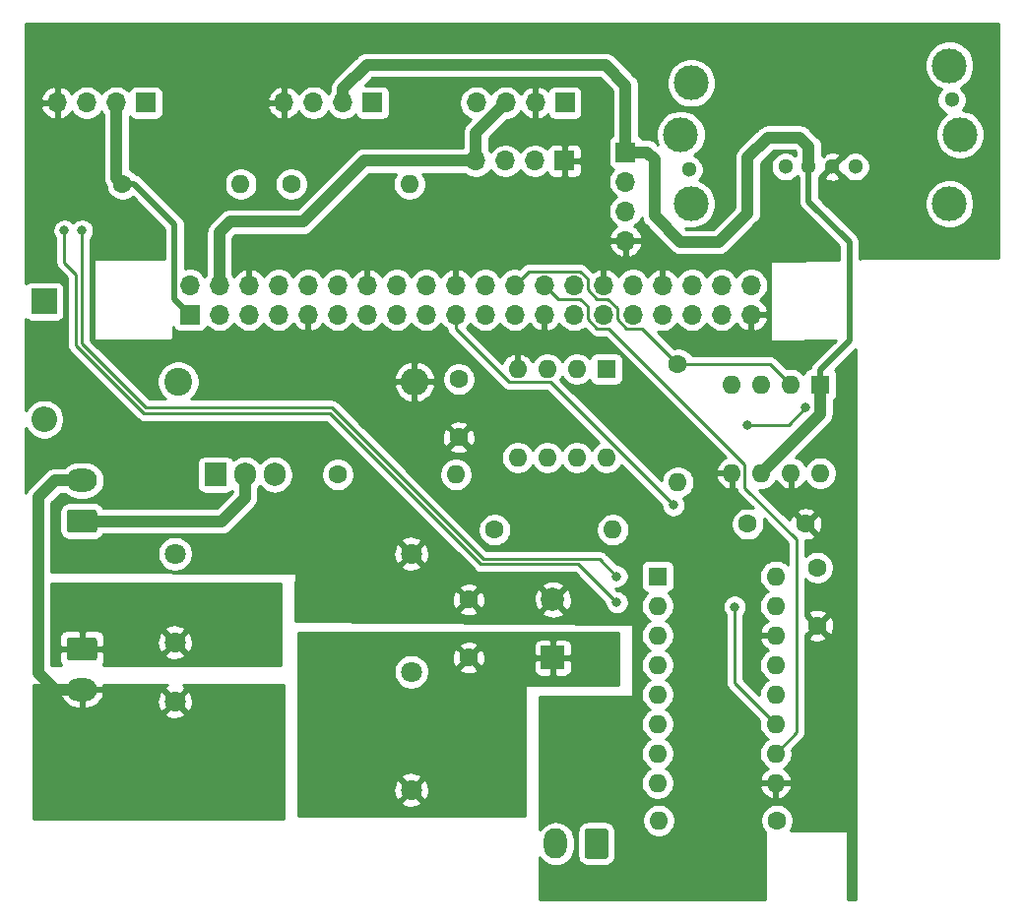
<source format=gbr>
G04 #@! TF.GenerationSoftware,KiCad,Pcbnew,(5.1.5-0-10_14)*
G04 #@! TF.CreationDate,2020-04-23T09:13:14+01:00*
G04 #@! TF.ProjectId,healthkeeper,6865616c-7468-46b6-9565-7065722e6b69,rev?*
G04 #@! TF.SameCoordinates,Original*
G04 #@! TF.FileFunction,Copper,L2,Bot*
G04 #@! TF.FilePolarity,Positive*
%FSLAX46Y46*%
G04 Gerber Fmt 4.6, Leading zero omitted, Abs format (unit mm)*
G04 Created by KiCad (PCBNEW (5.1.5-0-10_14)) date 2020-04-23 09:13:14*
%MOMM*%
%LPD*%
G04 APERTURE LIST*
%ADD10O,1.700000X1.700000*%
%ADD11R,1.700000X1.700000*%
%ADD12O,1.600000X1.600000*%
%ADD13R,1.600000X1.600000*%
%ADD14C,3.000000*%
%ADD15C,1.300000*%
%ADD16C,1.800000*%
%ADD17C,1.600000*%
%ADD18O,2.400000X2.400000*%
%ADD19C,2.400000*%
%ADD20O,1.905000X2.000000*%
%ADD21R,1.905000X2.000000*%
%ADD22O,2.000000X2.600000*%
%ADD23C,0.100000*%
%ADD24O,2.600000X2.000000*%
%ADD25O,2.200000X2.200000*%
%ADD26R,2.200000X2.200000*%
%ADD27C,2.000000*%
%ADD28R,2.000000X2.000000*%
%ADD29C,0.800000*%
%ADD30C,0.250000*%
%ADD31C,1.000000*%
%ADD32C,0.500000*%
%ADD33C,0.254000*%
G04 APERTURE END LIST*
D10*
X117365859Y-74202587D03*
X114825859Y-76742587D03*
X130065859Y-76742587D03*
X130065859Y-74202587D03*
X114825859Y-74202587D03*
X117365859Y-76742587D03*
X112285859Y-74202587D03*
D11*
X112285859Y-76742587D03*
D10*
X140225859Y-76742587D03*
X140225859Y-74202587D03*
X124985859Y-76742587D03*
X124985859Y-74202587D03*
X145305859Y-76742587D03*
X145305859Y-74202587D03*
X127525859Y-76742587D03*
X127525859Y-74202587D03*
X122445859Y-76742587D03*
X122445859Y-74202587D03*
X135145859Y-76742587D03*
X135145859Y-74202587D03*
X158005859Y-76742587D03*
X158005859Y-74202587D03*
X152925859Y-76742587D03*
X152925859Y-74202587D03*
X155465859Y-76742587D03*
X155465859Y-74202587D03*
X132605859Y-76742587D03*
X132605859Y-74202587D03*
X150385859Y-76742587D03*
X150385859Y-74202587D03*
X119905859Y-76742587D03*
X119905859Y-74202587D03*
X147845859Y-76742587D03*
X147845859Y-74202587D03*
X137685859Y-76742587D03*
X137685859Y-74202587D03*
X142765859Y-76742587D03*
X142765859Y-74202587D03*
X160545859Y-76742587D03*
X160545859Y-74202587D03*
X136920000Y-58500000D03*
X139460000Y-58500000D03*
X142000000Y-58500000D03*
D11*
X144540000Y-58500000D03*
D10*
X100880000Y-58500000D03*
X103420000Y-58500000D03*
X105960000Y-58500000D03*
D11*
X108500000Y-58500000D03*
D10*
X136880000Y-63500000D03*
X139420000Y-63500000D03*
X141960000Y-63500000D03*
D11*
X144500000Y-63500000D03*
D12*
X162660000Y-99250000D03*
X152500000Y-117030000D03*
X162660000Y-101790000D03*
X152500000Y-114490000D03*
X162660000Y-104330000D03*
X152500000Y-111950000D03*
X162660000Y-106870000D03*
X152500000Y-109410000D03*
X162660000Y-109410000D03*
X152500000Y-106870000D03*
X162660000Y-111950000D03*
X152500000Y-104330000D03*
X162660000Y-114490000D03*
X152500000Y-101790000D03*
X162660000Y-117030000D03*
D13*
X152500000Y-99250000D03*
D14*
X178500000Y-61250000D03*
X154500000Y-61250000D03*
X177600000Y-55300000D03*
X155400000Y-56800000D03*
X177600000Y-67200000D03*
X155400000Y-67200000D03*
D15*
X177800000Y-58250000D03*
X155200000Y-64250000D03*
X169500000Y-64000000D03*
X167500000Y-64000000D03*
X165500000Y-64000000D03*
X163500000Y-64000000D03*
D10*
X120380000Y-58500000D03*
X122920000Y-58500000D03*
X125460000Y-58500000D03*
D11*
X128000000Y-58500000D03*
D16*
X111000000Y-97305500D03*
X131320000Y-97305500D03*
X131320000Y-107465500D03*
X131320000Y-117625500D03*
X111000000Y-104925500D03*
X111000000Y-110005500D03*
D12*
X148094700Y-89039700D03*
X140474700Y-81419700D03*
X145554700Y-89039700D03*
X143014700Y-81419700D03*
X143014700Y-89039700D03*
X145554700Y-81419700D03*
X140474700Y-89039700D03*
D13*
X148094700Y-81419700D03*
D12*
X166500000Y-90370000D03*
X158880000Y-82750000D03*
X163960000Y-90370000D03*
X161420000Y-82750000D03*
X161420000Y-90370000D03*
X163960000Y-82750000D03*
X158880000Y-90370000D03*
D13*
X166500000Y-82750000D03*
D12*
X152590000Y-120250000D03*
D17*
X162750000Y-120250000D03*
D12*
X116660000Y-65500000D03*
D17*
X106500000Y-65500000D03*
D12*
X131160000Y-65500000D03*
D17*
X121000000Y-65500000D03*
D12*
X154250000Y-91160000D03*
D17*
X154250000Y-81000000D03*
D18*
X131594860Y-82500000D03*
D19*
X111274860Y-82500000D03*
D12*
X135160000Y-90500000D03*
D17*
X125000000Y-90500000D03*
D12*
X148660000Y-95250000D03*
D17*
X138500000Y-95250000D03*
D20*
X119580000Y-90500000D03*
X117040000Y-90500000D03*
D21*
X114500000Y-90500000D03*
D10*
X149750000Y-70370000D03*
X149750000Y-67830000D03*
X149750000Y-65290000D03*
D11*
X149750000Y-62750000D03*
D22*
X143750000Y-122250000D03*
G04 #@! TA.AperFunction,ComponentPad*
D23*
G36*
X148024504Y-120951204D02*
G01*
X148048773Y-120954804D01*
X148072571Y-120960765D01*
X148095671Y-120969030D01*
X148117849Y-120979520D01*
X148138893Y-120992133D01*
X148158598Y-121006747D01*
X148176777Y-121023223D01*
X148193253Y-121041402D01*
X148207867Y-121061107D01*
X148220480Y-121082151D01*
X148230970Y-121104329D01*
X148239235Y-121127429D01*
X148245196Y-121151227D01*
X148248796Y-121175496D01*
X148250000Y-121200000D01*
X148250000Y-123300000D01*
X148248796Y-123324504D01*
X148245196Y-123348773D01*
X148239235Y-123372571D01*
X148230970Y-123395671D01*
X148220480Y-123417849D01*
X148207867Y-123438893D01*
X148193253Y-123458598D01*
X148176777Y-123476777D01*
X148158598Y-123493253D01*
X148138893Y-123507867D01*
X148117849Y-123520480D01*
X148095671Y-123530970D01*
X148072571Y-123539235D01*
X148048773Y-123545196D01*
X148024504Y-123548796D01*
X148000000Y-123550000D01*
X146500000Y-123550000D01*
X146475496Y-123548796D01*
X146451227Y-123545196D01*
X146427429Y-123539235D01*
X146404329Y-123530970D01*
X146382151Y-123520480D01*
X146361107Y-123507867D01*
X146341402Y-123493253D01*
X146323223Y-123476777D01*
X146306747Y-123458598D01*
X146292133Y-123438893D01*
X146279520Y-123417849D01*
X146269030Y-123395671D01*
X146260765Y-123372571D01*
X146254804Y-123348773D01*
X146251204Y-123324504D01*
X146250000Y-123300000D01*
X146250000Y-121200000D01*
X146251204Y-121175496D01*
X146254804Y-121151227D01*
X146260765Y-121127429D01*
X146269030Y-121104329D01*
X146279520Y-121082151D01*
X146292133Y-121061107D01*
X146306747Y-121041402D01*
X146323223Y-121023223D01*
X146341402Y-121006747D01*
X146361107Y-120992133D01*
X146382151Y-120979520D01*
X146404329Y-120969030D01*
X146427429Y-120960765D01*
X146451227Y-120954804D01*
X146475496Y-120951204D01*
X146500000Y-120950000D01*
X148000000Y-120950000D01*
X148024504Y-120951204D01*
G37*
G04 #@! TD.AperFunction*
D24*
X103000000Y-91000000D03*
G04 #@! TA.AperFunction,ComponentPad*
D23*
G36*
X104074504Y-93501204D02*
G01*
X104098773Y-93504804D01*
X104122571Y-93510765D01*
X104145671Y-93519030D01*
X104167849Y-93529520D01*
X104188893Y-93542133D01*
X104208598Y-93556747D01*
X104226777Y-93573223D01*
X104243253Y-93591402D01*
X104257867Y-93611107D01*
X104270480Y-93632151D01*
X104280970Y-93654329D01*
X104289235Y-93677429D01*
X104295196Y-93701227D01*
X104298796Y-93725496D01*
X104300000Y-93750000D01*
X104300000Y-95250000D01*
X104298796Y-95274504D01*
X104295196Y-95298773D01*
X104289235Y-95322571D01*
X104280970Y-95345671D01*
X104270480Y-95367849D01*
X104257867Y-95388893D01*
X104243253Y-95408598D01*
X104226777Y-95426777D01*
X104208598Y-95443253D01*
X104188893Y-95457867D01*
X104167849Y-95470480D01*
X104145671Y-95480970D01*
X104122571Y-95489235D01*
X104098773Y-95495196D01*
X104074504Y-95498796D01*
X104050000Y-95500000D01*
X101950000Y-95500000D01*
X101925496Y-95498796D01*
X101901227Y-95495196D01*
X101877429Y-95489235D01*
X101854329Y-95480970D01*
X101832151Y-95470480D01*
X101811107Y-95457867D01*
X101791402Y-95443253D01*
X101773223Y-95426777D01*
X101756747Y-95408598D01*
X101742133Y-95388893D01*
X101729520Y-95367849D01*
X101719030Y-95345671D01*
X101710765Y-95322571D01*
X101704804Y-95298773D01*
X101701204Y-95274504D01*
X101700000Y-95250000D01*
X101700000Y-93750000D01*
X101701204Y-93725496D01*
X101704804Y-93701227D01*
X101710765Y-93677429D01*
X101719030Y-93654329D01*
X101729520Y-93632151D01*
X101742133Y-93611107D01*
X101756747Y-93591402D01*
X101773223Y-93573223D01*
X101791402Y-93556747D01*
X101811107Y-93542133D01*
X101832151Y-93529520D01*
X101854329Y-93519030D01*
X101877429Y-93510765D01*
X101901227Y-93504804D01*
X101925496Y-93501204D01*
X101950000Y-93500000D01*
X104050000Y-93500000D01*
X104074504Y-93501204D01*
G37*
G04 #@! TD.AperFunction*
D24*
X103000000Y-109000000D03*
G04 #@! TA.AperFunction,ComponentPad*
D23*
G36*
X104074504Y-104501204D02*
G01*
X104098773Y-104504804D01*
X104122571Y-104510765D01*
X104145671Y-104519030D01*
X104167849Y-104529520D01*
X104188893Y-104542133D01*
X104208598Y-104556747D01*
X104226777Y-104573223D01*
X104243253Y-104591402D01*
X104257867Y-104611107D01*
X104270480Y-104632151D01*
X104280970Y-104654329D01*
X104289235Y-104677429D01*
X104295196Y-104701227D01*
X104298796Y-104725496D01*
X104300000Y-104750000D01*
X104300000Y-106250000D01*
X104298796Y-106274504D01*
X104295196Y-106298773D01*
X104289235Y-106322571D01*
X104280970Y-106345671D01*
X104270480Y-106367849D01*
X104257867Y-106388893D01*
X104243253Y-106408598D01*
X104226777Y-106426777D01*
X104208598Y-106443253D01*
X104188893Y-106457867D01*
X104167849Y-106470480D01*
X104145671Y-106480970D01*
X104122571Y-106489235D01*
X104098773Y-106495196D01*
X104074504Y-106498796D01*
X104050000Y-106500000D01*
X101950000Y-106500000D01*
X101925496Y-106498796D01*
X101901227Y-106495196D01*
X101877429Y-106489235D01*
X101854329Y-106480970D01*
X101832151Y-106470480D01*
X101811107Y-106457867D01*
X101791402Y-106443253D01*
X101773223Y-106426777D01*
X101756747Y-106408598D01*
X101742133Y-106388893D01*
X101729520Y-106367849D01*
X101719030Y-106345671D01*
X101710765Y-106322571D01*
X101704804Y-106298773D01*
X101701204Y-106274504D01*
X101700000Y-106250000D01*
X101700000Y-104750000D01*
X101701204Y-104725496D01*
X101704804Y-104701227D01*
X101710765Y-104677429D01*
X101719030Y-104654329D01*
X101729520Y-104632151D01*
X101742133Y-104611107D01*
X101756747Y-104591402D01*
X101773223Y-104573223D01*
X101791402Y-104556747D01*
X101811107Y-104542133D01*
X101832151Y-104529520D01*
X101854329Y-104519030D01*
X101877429Y-104510765D01*
X101901227Y-104504804D01*
X101925496Y-104501204D01*
X101950000Y-104500000D01*
X104050000Y-104500000D01*
X104074504Y-104501204D01*
G37*
G04 #@! TD.AperFunction*
D25*
X99750000Y-85750000D03*
D26*
X99750000Y-75590000D03*
D17*
X165250000Y-94750000D03*
X160250000Y-94750000D03*
X166250000Y-103500000D03*
X166250000Y-98500000D03*
X135399780Y-87290920D03*
X135399780Y-82290920D03*
X136250000Y-106250000D03*
X136250000Y-101250000D03*
D27*
X143500000Y-101250000D03*
D28*
X143500000Y-106250000D03*
D29*
X159124999Y-101875001D03*
X153860001Y-93139999D03*
X165250000Y-84750000D03*
X160250000Y-86250000D03*
X149000000Y-101500000D03*
X101500000Y-69500000D03*
X149000000Y-99250000D03*
X103000000Y-69500000D03*
D30*
X131594860Y-83486000D02*
X131594860Y-82500000D01*
D31*
X136880000Y-63500000D02*
X127250000Y-63500000D01*
X127250000Y-63500000D02*
X122000000Y-68750000D01*
X122000000Y-68750000D02*
X115750000Y-68750000D01*
X114825859Y-69674141D02*
X114825859Y-74202587D01*
X115750000Y-68750000D02*
X114825859Y-69674141D01*
X136880000Y-61080000D02*
X139460000Y-58500000D01*
X136880000Y-63500000D02*
X136880000Y-61080000D01*
X105960000Y-64960000D02*
X106500000Y-65500000D01*
X105960000Y-58500000D02*
X105960000Y-64960000D01*
X166500000Y-85290000D02*
X166500000Y-82750000D01*
X161420000Y-90370000D02*
X166500000Y-85290000D01*
X149750000Y-57000000D02*
X149750000Y-62750000D01*
X148000000Y-55250000D02*
X149750000Y-57000000D01*
X127507919Y-55250000D02*
X148000000Y-55250000D01*
X125460000Y-57297919D02*
X127507919Y-55250000D01*
X125460000Y-58500000D02*
X125460000Y-57297919D01*
X152250000Y-68250000D02*
X152250000Y-63400000D01*
X154500000Y-70500000D02*
X152250000Y-68250000D01*
X151600000Y-62750000D02*
X149750000Y-62750000D01*
X157750000Y-70500000D02*
X154500000Y-70500000D01*
X160250000Y-63250000D02*
X160250000Y-68000000D01*
X160250000Y-68000000D02*
X157750000Y-70500000D01*
X162000000Y-61500000D02*
X160250000Y-63250000D01*
X152250000Y-63400000D02*
X151600000Y-62750000D01*
X162000000Y-61500000D02*
X164750000Y-61500000D01*
X165500000Y-62250000D02*
X165500000Y-64000000D01*
X164750000Y-61500000D02*
X165500000Y-62250000D01*
D32*
X110985858Y-75442586D02*
X110985858Y-68985858D01*
X107500000Y-65500000D02*
X106500000Y-65500000D01*
X110985858Y-68985858D02*
X107500000Y-65500000D01*
X112285859Y-76742587D02*
X110985858Y-75442586D01*
X165500000Y-64000000D02*
X165500000Y-67000000D01*
X165500000Y-67000000D02*
X169000000Y-70500000D01*
X169000000Y-79000000D02*
X166500000Y-81500000D01*
X169000000Y-70500000D02*
X169000000Y-79000000D01*
X166500000Y-81500000D02*
X166500000Y-82750000D01*
D30*
X117040000Y-90500000D02*
X117040000Y-90460000D01*
D31*
X117040000Y-92500000D02*
X117040000Y-90500000D01*
X115040000Y-94500000D02*
X117040000Y-92500000D01*
X103000000Y-94500000D02*
X115040000Y-94500000D01*
X100700000Y-91000000D02*
X103000000Y-91000000D01*
X99250000Y-92450000D02*
X100700000Y-91000000D01*
X100700000Y-109000000D02*
X99250000Y-107550000D01*
X99250000Y-107550000D02*
X99250000Y-92450000D01*
X103000000Y-109000000D02*
X100700000Y-109000000D01*
D30*
X141400860Y-73027586D02*
X140225859Y-74202587D01*
X146480860Y-73638586D02*
X145869860Y-73027586D01*
X146480860Y-74576590D02*
X146480860Y-73638586D01*
X148219862Y-75377588D02*
X147281858Y-75377588D01*
X145869860Y-73027586D02*
X141400860Y-73027586D01*
X149020860Y-76178586D02*
X148219862Y-75377588D01*
X149020860Y-77116590D02*
X149020860Y-76178586D01*
X149821858Y-77917588D02*
X149020860Y-77116590D01*
X151167588Y-77917588D02*
X149821858Y-77917588D01*
X147281858Y-75377588D02*
X146480860Y-74576590D01*
X154250000Y-81000000D02*
X151167588Y-77917588D01*
X162210000Y-81000000D02*
X163960000Y-82750000D01*
X154250000Y-81000000D02*
X162210000Y-81000000D01*
X139745892Y-82544701D02*
X135145859Y-77944668D01*
X143264703Y-82544701D02*
X139745892Y-82544701D01*
X159124999Y-108414999D02*
X159124999Y-101875001D01*
X135145859Y-77944668D02*
X135145859Y-76742587D01*
X162660000Y-111950000D02*
X159124999Y-108414999D01*
X153860001Y-93139999D02*
X143264703Y-82544701D01*
X143940860Y-75377588D02*
X142765859Y-74202587D01*
X145869860Y-75377588D02*
X143940860Y-75377588D01*
X146480860Y-75988588D02*
X145869860Y-75377588D01*
X146480860Y-77116590D02*
X146480860Y-75988588D01*
X148303998Y-77917588D02*
X147281858Y-77917588D01*
X160005001Y-89618591D02*
X148303998Y-77917588D01*
X160005001Y-91618591D02*
X160005001Y-89618591D01*
X164450010Y-96063600D02*
X160005001Y-91618591D01*
X164450010Y-112699990D02*
X164450010Y-96063600D01*
X147281858Y-77917588D02*
X146480860Y-77116590D01*
X162660000Y-114490000D02*
X164450010Y-112699990D01*
X119274860Y-90500000D02*
X119580000Y-90500000D01*
X145554700Y-81605300D02*
X145554700Y-81419700D01*
X163750000Y-86250000D02*
X165250000Y-84750000D01*
X160250000Y-86250000D02*
X163750000Y-86250000D01*
X124313600Y-85200010D02*
X137313600Y-98200010D01*
X137313600Y-98200010D02*
X145700010Y-98200010D01*
X101500000Y-69500000D02*
X101500000Y-72250000D01*
X102500000Y-79386410D02*
X108313600Y-85200010D01*
X102500000Y-73250000D02*
X102500000Y-79386410D01*
X145700010Y-98200010D02*
X149000000Y-101500000D01*
X108313600Y-85200010D02*
X124313600Y-85200010D01*
X101500000Y-72250000D02*
X102500000Y-73250000D01*
X103000000Y-79250000D02*
X103000000Y-69500000D01*
X124500000Y-84750000D02*
X108500000Y-84750000D01*
X137500000Y-97750000D02*
X124500000Y-84750000D01*
X108500000Y-84750000D02*
X103000000Y-79250000D01*
X147500000Y-97750000D02*
X137500000Y-97750000D01*
X149000000Y-99250000D02*
X147500000Y-97750000D01*
D33*
G36*
X149123000Y-108623000D02*
G01*
X141250000Y-108623000D01*
X141225224Y-108625440D01*
X141201399Y-108632667D01*
X141179443Y-108644403D01*
X141160197Y-108660197D01*
X141144403Y-108679443D01*
X141132667Y-108701399D01*
X141125440Y-108725224D01*
X141123000Y-108750000D01*
X141123000Y-119873000D01*
X121627000Y-119873000D01*
X121627000Y-118689580D01*
X130435525Y-118689580D01*
X130519208Y-118943761D01*
X130791775Y-119074658D01*
X131084642Y-119149865D01*
X131386553Y-119166491D01*
X131685907Y-119123897D01*
X131971199Y-119023722D01*
X132120792Y-118943761D01*
X132204475Y-118689580D01*
X131320000Y-117805105D01*
X130435525Y-118689580D01*
X121627000Y-118689580D01*
X121627000Y-117692053D01*
X129779009Y-117692053D01*
X129821603Y-117991407D01*
X129921778Y-118276699D01*
X130001739Y-118426292D01*
X130255920Y-118509975D01*
X131140395Y-117625500D01*
X131499605Y-117625500D01*
X132384080Y-118509975D01*
X132638261Y-118426292D01*
X132769158Y-118153725D01*
X132844365Y-117860858D01*
X132860991Y-117558947D01*
X132818397Y-117259593D01*
X132718222Y-116974301D01*
X132638261Y-116824708D01*
X132384080Y-116741025D01*
X131499605Y-117625500D01*
X131140395Y-117625500D01*
X130255920Y-116741025D01*
X130001739Y-116824708D01*
X129870842Y-117097275D01*
X129795635Y-117390142D01*
X129779009Y-117692053D01*
X121627000Y-117692053D01*
X121627000Y-116561420D01*
X130435525Y-116561420D01*
X131320000Y-117445895D01*
X132204475Y-116561420D01*
X132120792Y-116307239D01*
X131848225Y-116176342D01*
X131555358Y-116101135D01*
X131253447Y-116084509D01*
X130954093Y-116127103D01*
X130668801Y-116227278D01*
X130519208Y-116307239D01*
X130435525Y-116561420D01*
X121627000Y-116561420D01*
X121627000Y-107314316D01*
X129785000Y-107314316D01*
X129785000Y-107616684D01*
X129843989Y-107913243D01*
X129959701Y-108192595D01*
X130127688Y-108444005D01*
X130341495Y-108657812D01*
X130592905Y-108825799D01*
X130872257Y-108941511D01*
X131168816Y-109000500D01*
X131471184Y-109000500D01*
X131767743Y-108941511D01*
X132047095Y-108825799D01*
X132298505Y-108657812D01*
X132512312Y-108444005D01*
X132680299Y-108192595D01*
X132796011Y-107913243D01*
X132855000Y-107616684D01*
X132855000Y-107314316D01*
X132840756Y-107242702D01*
X135436903Y-107242702D01*
X135508486Y-107486671D01*
X135763996Y-107607571D01*
X136038184Y-107676300D01*
X136320512Y-107690217D01*
X136600130Y-107648787D01*
X136866292Y-107553603D01*
X136991514Y-107486671D01*
X137060955Y-107250000D01*
X141861928Y-107250000D01*
X141874188Y-107374482D01*
X141910498Y-107494180D01*
X141969463Y-107604494D01*
X142048815Y-107701185D01*
X142145506Y-107780537D01*
X142255820Y-107839502D01*
X142375518Y-107875812D01*
X142500000Y-107888072D01*
X143214250Y-107885000D01*
X143373000Y-107726250D01*
X143373000Y-106377000D01*
X143627000Y-106377000D01*
X143627000Y-107726250D01*
X143785750Y-107885000D01*
X144500000Y-107888072D01*
X144624482Y-107875812D01*
X144744180Y-107839502D01*
X144854494Y-107780537D01*
X144951185Y-107701185D01*
X145030537Y-107604494D01*
X145089502Y-107494180D01*
X145125812Y-107374482D01*
X145138072Y-107250000D01*
X145135000Y-106535750D01*
X144976250Y-106377000D01*
X143627000Y-106377000D01*
X143373000Y-106377000D01*
X142023750Y-106377000D01*
X141865000Y-106535750D01*
X141861928Y-107250000D01*
X137060955Y-107250000D01*
X137063097Y-107242702D01*
X136250000Y-106429605D01*
X135436903Y-107242702D01*
X132840756Y-107242702D01*
X132796011Y-107017757D01*
X132680299Y-106738405D01*
X132512312Y-106486995D01*
X132345829Y-106320512D01*
X134809783Y-106320512D01*
X134851213Y-106600130D01*
X134946397Y-106866292D01*
X135013329Y-106991514D01*
X135257298Y-107063097D01*
X136070395Y-106250000D01*
X136429605Y-106250000D01*
X137242702Y-107063097D01*
X137486671Y-106991514D01*
X137607571Y-106736004D01*
X137676300Y-106461816D01*
X137690217Y-106179488D01*
X137648787Y-105899870D01*
X137553603Y-105633708D01*
X137486671Y-105508486D01*
X137242702Y-105436903D01*
X136429605Y-106250000D01*
X136070395Y-106250000D01*
X135257298Y-105436903D01*
X135013329Y-105508486D01*
X134892429Y-105763996D01*
X134823700Y-106038184D01*
X134809783Y-106320512D01*
X132345829Y-106320512D01*
X132298505Y-106273188D01*
X132047095Y-106105201D01*
X131767743Y-105989489D01*
X131471184Y-105930500D01*
X131168816Y-105930500D01*
X130872257Y-105989489D01*
X130592905Y-106105201D01*
X130341495Y-106273188D01*
X130127688Y-106486995D01*
X129959701Y-106738405D01*
X129843989Y-107017757D01*
X129785000Y-107314316D01*
X121627000Y-107314316D01*
X121627000Y-105257298D01*
X135436903Y-105257298D01*
X136250000Y-106070395D01*
X137063097Y-105257298D01*
X137060956Y-105250000D01*
X141861928Y-105250000D01*
X141865000Y-105964250D01*
X142023750Y-106123000D01*
X143373000Y-106123000D01*
X143373000Y-104773750D01*
X143627000Y-104773750D01*
X143627000Y-106123000D01*
X144976250Y-106123000D01*
X145135000Y-105964250D01*
X145138072Y-105250000D01*
X145125812Y-105125518D01*
X145089502Y-105005820D01*
X145030537Y-104895506D01*
X144951185Y-104798815D01*
X144854494Y-104719463D01*
X144744180Y-104660498D01*
X144624482Y-104624188D01*
X144500000Y-104611928D01*
X143785750Y-104615000D01*
X143627000Y-104773750D01*
X143373000Y-104773750D01*
X143214250Y-104615000D01*
X142500000Y-104611928D01*
X142375518Y-104624188D01*
X142255820Y-104660498D01*
X142145506Y-104719463D01*
X142048815Y-104798815D01*
X141969463Y-104895506D01*
X141910498Y-105005820D01*
X141874188Y-105125518D01*
X141861928Y-105250000D01*
X137060956Y-105250000D01*
X136991514Y-105013329D01*
X136736004Y-104892429D01*
X136461816Y-104823700D01*
X136179488Y-104809783D01*
X135899870Y-104851213D01*
X135633708Y-104946397D01*
X135508486Y-105013329D01*
X135436903Y-105257298D01*
X121627000Y-105257298D01*
X121627000Y-104127000D01*
X149123000Y-104127000D01*
X149123000Y-108623000D01*
G37*
X149123000Y-108623000D02*
X141250000Y-108623000D01*
X141225224Y-108625440D01*
X141201399Y-108632667D01*
X141179443Y-108644403D01*
X141160197Y-108660197D01*
X141144403Y-108679443D01*
X141132667Y-108701399D01*
X141125440Y-108725224D01*
X141123000Y-108750000D01*
X141123000Y-119873000D01*
X121627000Y-119873000D01*
X121627000Y-118689580D01*
X130435525Y-118689580D01*
X130519208Y-118943761D01*
X130791775Y-119074658D01*
X131084642Y-119149865D01*
X131386553Y-119166491D01*
X131685907Y-119123897D01*
X131971199Y-119023722D01*
X132120792Y-118943761D01*
X132204475Y-118689580D01*
X131320000Y-117805105D01*
X130435525Y-118689580D01*
X121627000Y-118689580D01*
X121627000Y-117692053D01*
X129779009Y-117692053D01*
X129821603Y-117991407D01*
X129921778Y-118276699D01*
X130001739Y-118426292D01*
X130255920Y-118509975D01*
X131140395Y-117625500D01*
X131499605Y-117625500D01*
X132384080Y-118509975D01*
X132638261Y-118426292D01*
X132769158Y-118153725D01*
X132844365Y-117860858D01*
X132860991Y-117558947D01*
X132818397Y-117259593D01*
X132718222Y-116974301D01*
X132638261Y-116824708D01*
X132384080Y-116741025D01*
X131499605Y-117625500D01*
X131140395Y-117625500D01*
X130255920Y-116741025D01*
X130001739Y-116824708D01*
X129870842Y-117097275D01*
X129795635Y-117390142D01*
X129779009Y-117692053D01*
X121627000Y-117692053D01*
X121627000Y-116561420D01*
X130435525Y-116561420D01*
X131320000Y-117445895D01*
X132204475Y-116561420D01*
X132120792Y-116307239D01*
X131848225Y-116176342D01*
X131555358Y-116101135D01*
X131253447Y-116084509D01*
X130954093Y-116127103D01*
X130668801Y-116227278D01*
X130519208Y-116307239D01*
X130435525Y-116561420D01*
X121627000Y-116561420D01*
X121627000Y-107314316D01*
X129785000Y-107314316D01*
X129785000Y-107616684D01*
X129843989Y-107913243D01*
X129959701Y-108192595D01*
X130127688Y-108444005D01*
X130341495Y-108657812D01*
X130592905Y-108825799D01*
X130872257Y-108941511D01*
X131168816Y-109000500D01*
X131471184Y-109000500D01*
X131767743Y-108941511D01*
X132047095Y-108825799D01*
X132298505Y-108657812D01*
X132512312Y-108444005D01*
X132680299Y-108192595D01*
X132796011Y-107913243D01*
X132855000Y-107616684D01*
X132855000Y-107314316D01*
X132840756Y-107242702D01*
X135436903Y-107242702D01*
X135508486Y-107486671D01*
X135763996Y-107607571D01*
X136038184Y-107676300D01*
X136320512Y-107690217D01*
X136600130Y-107648787D01*
X136866292Y-107553603D01*
X136991514Y-107486671D01*
X137060955Y-107250000D01*
X141861928Y-107250000D01*
X141874188Y-107374482D01*
X141910498Y-107494180D01*
X141969463Y-107604494D01*
X142048815Y-107701185D01*
X142145506Y-107780537D01*
X142255820Y-107839502D01*
X142375518Y-107875812D01*
X142500000Y-107888072D01*
X143214250Y-107885000D01*
X143373000Y-107726250D01*
X143373000Y-106377000D01*
X143627000Y-106377000D01*
X143627000Y-107726250D01*
X143785750Y-107885000D01*
X144500000Y-107888072D01*
X144624482Y-107875812D01*
X144744180Y-107839502D01*
X144854494Y-107780537D01*
X144951185Y-107701185D01*
X145030537Y-107604494D01*
X145089502Y-107494180D01*
X145125812Y-107374482D01*
X145138072Y-107250000D01*
X145135000Y-106535750D01*
X144976250Y-106377000D01*
X143627000Y-106377000D01*
X143373000Y-106377000D01*
X142023750Y-106377000D01*
X141865000Y-106535750D01*
X141861928Y-107250000D01*
X137060955Y-107250000D01*
X137063097Y-107242702D01*
X136250000Y-106429605D01*
X135436903Y-107242702D01*
X132840756Y-107242702D01*
X132796011Y-107017757D01*
X132680299Y-106738405D01*
X132512312Y-106486995D01*
X132345829Y-106320512D01*
X134809783Y-106320512D01*
X134851213Y-106600130D01*
X134946397Y-106866292D01*
X135013329Y-106991514D01*
X135257298Y-107063097D01*
X136070395Y-106250000D01*
X136429605Y-106250000D01*
X137242702Y-107063097D01*
X137486671Y-106991514D01*
X137607571Y-106736004D01*
X137676300Y-106461816D01*
X137690217Y-106179488D01*
X137648787Y-105899870D01*
X137553603Y-105633708D01*
X137486671Y-105508486D01*
X137242702Y-105436903D01*
X136429605Y-106250000D01*
X136070395Y-106250000D01*
X135257298Y-105436903D01*
X135013329Y-105508486D01*
X134892429Y-105763996D01*
X134823700Y-106038184D01*
X134809783Y-106320512D01*
X132345829Y-106320512D01*
X132298505Y-106273188D01*
X132047095Y-106105201D01*
X131767743Y-105989489D01*
X131471184Y-105930500D01*
X131168816Y-105930500D01*
X130872257Y-105989489D01*
X130592905Y-106105201D01*
X130341495Y-106273188D01*
X130127688Y-106486995D01*
X129959701Y-106738405D01*
X129843989Y-107017757D01*
X129785000Y-107314316D01*
X121627000Y-107314316D01*
X121627000Y-105257298D01*
X135436903Y-105257298D01*
X136250000Y-106070395D01*
X137063097Y-105257298D01*
X137060956Y-105250000D01*
X141861928Y-105250000D01*
X141865000Y-105964250D01*
X142023750Y-106123000D01*
X143373000Y-106123000D01*
X143373000Y-104773750D01*
X143627000Y-104773750D01*
X143627000Y-106123000D01*
X144976250Y-106123000D01*
X145135000Y-105964250D01*
X145138072Y-105250000D01*
X145125812Y-105125518D01*
X145089502Y-105005820D01*
X145030537Y-104895506D01*
X144951185Y-104798815D01*
X144854494Y-104719463D01*
X144744180Y-104660498D01*
X144624482Y-104624188D01*
X144500000Y-104611928D01*
X143785750Y-104615000D01*
X143627000Y-104773750D01*
X143373000Y-104773750D01*
X143214250Y-104615000D01*
X142500000Y-104611928D01*
X142375518Y-104624188D01*
X142255820Y-104660498D01*
X142145506Y-104719463D01*
X142048815Y-104798815D01*
X141969463Y-104895506D01*
X141910498Y-105005820D01*
X141874188Y-105125518D01*
X141861928Y-105250000D01*
X137060956Y-105250000D01*
X136991514Y-105013329D01*
X136736004Y-104892429D01*
X136461816Y-104823700D01*
X136179488Y-104809783D01*
X135899870Y-104851213D01*
X135633708Y-104946397D01*
X135508486Y-105013329D01*
X135436903Y-105257298D01*
X121627000Y-105257298D01*
X121627000Y-104127000D01*
X149123000Y-104127000D01*
X149123000Y-108623000D01*
G36*
X101229223Y-108873000D02*
G01*
X102873000Y-108873000D01*
X102873000Y-108853000D01*
X103127000Y-108853000D01*
X103127000Y-108873000D01*
X104770777Y-108873000D01*
X104886623Y-108627000D01*
X110311905Y-108627000D01*
X110199208Y-108687239D01*
X110115525Y-108941420D01*
X111000000Y-109825895D01*
X111884475Y-108941420D01*
X111800792Y-108687239D01*
X111675356Y-108627000D01*
X120373000Y-108627000D01*
X120373000Y-120123000D01*
X98877000Y-120123000D01*
X98877000Y-111069580D01*
X110115525Y-111069580D01*
X110199208Y-111323761D01*
X110471775Y-111454658D01*
X110764642Y-111529865D01*
X111066553Y-111546491D01*
X111365907Y-111503897D01*
X111651199Y-111403722D01*
X111800792Y-111323761D01*
X111884475Y-111069580D01*
X111000000Y-110185105D01*
X110115525Y-111069580D01*
X98877000Y-111069580D01*
X98877000Y-109380434D01*
X101109876Y-109380434D01*
X101140856Y-109508355D01*
X101269990Y-109802761D01*
X101454078Y-110066317D01*
X101686046Y-110288895D01*
X101956980Y-110461942D01*
X102256468Y-110578807D01*
X102573000Y-110635000D01*
X102873000Y-110635000D01*
X102873000Y-109127000D01*
X103127000Y-109127000D01*
X103127000Y-110635000D01*
X103427000Y-110635000D01*
X103743532Y-110578807D01*
X104043020Y-110461942D01*
X104313954Y-110288895D01*
X104539944Y-110072053D01*
X109459009Y-110072053D01*
X109501603Y-110371407D01*
X109601778Y-110656699D01*
X109681739Y-110806292D01*
X109935920Y-110889975D01*
X110820395Y-110005500D01*
X111179605Y-110005500D01*
X112064080Y-110889975D01*
X112318261Y-110806292D01*
X112449158Y-110533725D01*
X112524365Y-110240858D01*
X112540991Y-109938947D01*
X112498397Y-109639593D01*
X112398222Y-109354301D01*
X112318261Y-109204708D01*
X112064080Y-109121025D01*
X111179605Y-110005500D01*
X110820395Y-110005500D01*
X109935920Y-109121025D01*
X109681739Y-109204708D01*
X109550842Y-109477275D01*
X109475635Y-109770142D01*
X109459009Y-110072053D01*
X104539944Y-110072053D01*
X104545922Y-110066317D01*
X104730010Y-109802761D01*
X104859144Y-109508355D01*
X104890124Y-109380434D01*
X104770777Y-109127000D01*
X103127000Y-109127000D01*
X102873000Y-109127000D01*
X101229223Y-109127000D01*
X101109876Y-109380434D01*
X98877000Y-109380434D01*
X98877000Y-108627000D01*
X101113377Y-108627000D01*
X101229223Y-108873000D01*
G37*
X101229223Y-108873000D02*
X102873000Y-108873000D01*
X102873000Y-108853000D01*
X103127000Y-108853000D01*
X103127000Y-108873000D01*
X104770777Y-108873000D01*
X104886623Y-108627000D01*
X110311905Y-108627000D01*
X110199208Y-108687239D01*
X110115525Y-108941420D01*
X111000000Y-109825895D01*
X111884475Y-108941420D01*
X111800792Y-108687239D01*
X111675356Y-108627000D01*
X120373000Y-108627000D01*
X120373000Y-120123000D01*
X98877000Y-120123000D01*
X98877000Y-111069580D01*
X110115525Y-111069580D01*
X110199208Y-111323761D01*
X110471775Y-111454658D01*
X110764642Y-111529865D01*
X111066553Y-111546491D01*
X111365907Y-111503897D01*
X111651199Y-111403722D01*
X111800792Y-111323761D01*
X111884475Y-111069580D01*
X111000000Y-110185105D01*
X110115525Y-111069580D01*
X98877000Y-111069580D01*
X98877000Y-109380434D01*
X101109876Y-109380434D01*
X101140856Y-109508355D01*
X101269990Y-109802761D01*
X101454078Y-110066317D01*
X101686046Y-110288895D01*
X101956980Y-110461942D01*
X102256468Y-110578807D01*
X102573000Y-110635000D01*
X102873000Y-110635000D01*
X102873000Y-109127000D01*
X103127000Y-109127000D01*
X103127000Y-110635000D01*
X103427000Y-110635000D01*
X103743532Y-110578807D01*
X104043020Y-110461942D01*
X104313954Y-110288895D01*
X104539944Y-110072053D01*
X109459009Y-110072053D01*
X109501603Y-110371407D01*
X109601778Y-110656699D01*
X109681739Y-110806292D01*
X109935920Y-110889975D01*
X110820395Y-110005500D01*
X111179605Y-110005500D01*
X112064080Y-110889975D01*
X112318261Y-110806292D01*
X112449158Y-110533725D01*
X112524365Y-110240858D01*
X112540991Y-109938947D01*
X112498397Y-109639593D01*
X112398222Y-109354301D01*
X112318261Y-109204708D01*
X112064080Y-109121025D01*
X111179605Y-110005500D01*
X110820395Y-110005500D01*
X109935920Y-109121025D01*
X109681739Y-109204708D01*
X109550842Y-109477275D01*
X109475635Y-109770142D01*
X109459009Y-110072053D01*
X104539944Y-110072053D01*
X104545922Y-110066317D01*
X104730010Y-109802761D01*
X104859144Y-109508355D01*
X104890124Y-109380434D01*
X104770777Y-109127000D01*
X103127000Y-109127000D01*
X102873000Y-109127000D01*
X101229223Y-109127000D01*
X101109876Y-109380434D01*
X98877000Y-109380434D01*
X98877000Y-108627000D01*
X101113377Y-108627000D01*
X101229223Y-108873000D01*
G36*
X120123000Y-106873000D02*
G01*
X104815350Y-106873000D01*
X104830537Y-106854494D01*
X104889502Y-106744180D01*
X104925812Y-106624482D01*
X104938072Y-106500000D01*
X104935877Y-105989580D01*
X110115525Y-105989580D01*
X110199208Y-106243761D01*
X110471775Y-106374658D01*
X110764642Y-106449865D01*
X111066553Y-106466491D01*
X111365907Y-106423897D01*
X111651199Y-106323722D01*
X111800792Y-106243761D01*
X111884475Y-105989580D01*
X111000000Y-105105105D01*
X110115525Y-105989580D01*
X104935877Y-105989580D01*
X104935000Y-105785750D01*
X104776250Y-105627000D01*
X103127000Y-105627000D01*
X103127000Y-105647000D01*
X102873000Y-105647000D01*
X102873000Y-105627000D01*
X101223750Y-105627000D01*
X101065000Y-105785750D01*
X101061928Y-106500000D01*
X101074188Y-106624482D01*
X101110498Y-106744180D01*
X101169463Y-106854494D01*
X101184650Y-106873000D01*
X100385000Y-106873000D01*
X100385000Y-104500000D01*
X101061928Y-104500000D01*
X101065000Y-105214250D01*
X101223750Y-105373000D01*
X102873000Y-105373000D01*
X102873000Y-104023750D01*
X103127000Y-104023750D01*
X103127000Y-105373000D01*
X104776250Y-105373000D01*
X104935000Y-105214250D01*
X104935955Y-104992053D01*
X109459009Y-104992053D01*
X109501603Y-105291407D01*
X109601778Y-105576699D01*
X109681739Y-105726292D01*
X109935920Y-105809975D01*
X110820395Y-104925500D01*
X111179605Y-104925500D01*
X112064080Y-105809975D01*
X112318261Y-105726292D01*
X112449158Y-105453725D01*
X112524365Y-105160858D01*
X112540991Y-104858947D01*
X112498397Y-104559593D01*
X112398222Y-104274301D01*
X112318261Y-104124708D01*
X112064080Y-104041025D01*
X111179605Y-104925500D01*
X110820395Y-104925500D01*
X109935920Y-104041025D01*
X109681739Y-104124708D01*
X109550842Y-104397275D01*
X109475635Y-104690142D01*
X109459009Y-104992053D01*
X104935955Y-104992053D01*
X104938072Y-104500000D01*
X104925812Y-104375518D01*
X104889502Y-104255820D01*
X104830537Y-104145506D01*
X104751185Y-104048815D01*
X104654494Y-103969463D01*
X104544180Y-103910498D01*
X104424482Y-103874188D01*
X104300000Y-103861928D01*
X103285750Y-103865000D01*
X103127000Y-104023750D01*
X102873000Y-104023750D01*
X102714250Y-103865000D01*
X101700000Y-103861928D01*
X101575518Y-103874188D01*
X101455820Y-103910498D01*
X101345506Y-103969463D01*
X101248815Y-104048815D01*
X101169463Y-104145506D01*
X101110498Y-104255820D01*
X101074188Y-104375518D01*
X101061928Y-104500000D01*
X100385000Y-104500000D01*
X100385000Y-103861420D01*
X110115525Y-103861420D01*
X111000000Y-104745895D01*
X111884475Y-103861420D01*
X111800792Y-103607239D01*
X111528225Y-103476342D01*
X111235358Y-103401135D01*
X110933447Y-103384509D01*
X110634093Y-103427103D01*
X110348801Y-103527278D01*
X110199208Y-103607239D01*
X110115525Y-103861420D01*
X100385000Y-103861420D01*
X100385000Y-99877000D01*
X120123000Y-99877000D01*
X120123000Y-106873000D01*
G37*
X120123000Y-106873000D02*
X104815350Y-106873000D01*
X104830537Y-106854494D01*
X104889502Y-106744180D01*
X104925812Y-106624482D01*
X104938072Y-106500000D01*
X104935877Y-105989580D01*
X110115525Y-105989580D01*
X110199208Y-106243761D01*
X110471775Y-106374658D01*
X110764642Y-106449865D01*
X111066553Y-106466491D01*
X111365907Y-106423897D01*
X111651199Y-106323722D01*
X111800792Y-106243761D01*
X111884475Y-105989580D01*
X111000000Y-105105105D01*
X110115525Y-105989580D01*
X104935877Y-105989580D01*
X104935000Y-105785750D01*
X104776250Y-105627000D01*
X103127000Y-105627000D01*
X103127000Y-105647000D01*
X102873000Y-105647000D01*
X102873000Y-105627000D01*
X101223750Y-105627000D01*
X101065000Y-105785750D01*
X101061928Y-106500000D01*
X101074188Y-106624482D01*
X101110498Y-106744180D01*
X101169463Y-106854494D01*
X101184650Y-106873000D01*
X100385000Y-106873000D01*
X100385000Y-104500000D01*
X101061928Y-104500000D01*
X101065000Y-105214250D01*
X101223750Y-105373000D01*
X102873000Y-105373000D01*
X102873000Y-104023750D01*
X103127000Y-104023750D01*
X103127000Y-105373000D01*
X104776250Y-105373000D01*
X104935000Y-105214250D01*
X104935955Y-104992053D01*
X109459009Y-104992053D01*
X109501603Y-105291407D01*
X109601778Y-105576699D01*
X109681739Y-105726292D01*
X109935920Y-105809975D01*
X110820395Y-104925500D01*
X111179605Y-104925500D01*
X112064080Y-105809975D01*
X112318261Y-105726292D01*
X112449158Y-105453725D01*
X112524365Y-105160858D01*
X112540991Y-104858947D01*
X112498397Y-104559593D01*
X112398222Y-104274301D01*
X112318261Y-104124708D01*
X112064080Y-104041025D01*
X111179605Y-104925500D01*
X110820395Y-104925500D01*
X109935920Y-104041025D01*
X109681739Y-104124708D01*
X109550842Y-104397275D01*
X109475635Y-104690142D01*
X109459009Y-104992053D01*
X104935955Y-104992053D01*
X104938072Y-104500000D01*
X104925812Y-104375518D01*
X104889502Y-104255820D01*
X104830537Y-104145506D01*
X104751185Y-104048815D01*
X104654494Y-103969463D01*
X104544180Y-103910498D01*
X104424482Y-103874188D01*
X104300000Y-103861928D01*
X103285750Y-103865000D01*
X103127000Y-104023750D01*
X102873000Y-104023750D01*
X102714250Y-103865000D01*
X101700000Y-103861928D01*
X101575518Y-103874188D01*
X101455820Y-103910498D01*
X101345506Y-103969463D01*
X101248815Y-104048815D01*
X101169463Y-104145506D01*
X101110498Y-104255820D01*
X101074188Y-104375518D01*
X101061928Y-104500000D01*
X100385000Y-104500000D01*
X100385000Y-103861420D01*
X110115525Y-103861420D01*
X111000000Y-104745895D01*
X111884475Y-103861420D01*
X111800792Y-103607239D01*
X111528225Y-103476342D01*
X111235358Y-103401135D01*
X110933447Y-103384509D01*
X110634093Y-103427103D01*
X110348801Y-103527278D01*
X110199208Y-103607239D01*
X110115525Y-103861420D01*
X100385000Y-103861420D01*
X100385000Y-99877000D01*
X120123000Y-99877000D01*
X120123000Y-106873000D01*
G36*
X181815000Y-71815000D02*
G01*
X170283647Y-71815000D01*
X170250000Y-71811686D01*
X170216353Y-71815000D01*
X170115717Y-71824912D01*
X169986594Y-71864081D01*
X169885000Y-71918384D01*
X169885000Y-70543465D01*
X169889281Y-70499999D01*
X169885000Y-70456533D01*
X169885000Y-70456523D01*
X169872195Y-70326510D01*
X169821589Y-70159687D01*
X169739411Y-70005941D01*
X169628817Y-69871183D01*
X169595050Y-69843471D01*
X166741300Y-66989721D01*
X175465000Y-66989721D01*
X175465000Y-67410279D01*
X175547047Y-67822756D01*
X175707988Y-68211302D01*
X175941637Y-68560983D01*
X176239017Y-68858363D01*
X176588698Y-69092012D01*
X176977244Y-69252953D01*
X177389721Y-69335000D01*
X177810279Y-69335000D01*
X178222756Y-69252953D01*
X178611302Y-69092012D01*
X178960983Y-68858363D01*
X179258363Y-68560983D01*
X179492012Y-68211302D01*
X179652953Y-67822756D01*
X179735000Y-67410279D01*
X179735000Y-66989721D01*
X179652953Y-66577244D01*
X179492012Y-66188698D01*
X179258363Y-65839017D01*
X178960983Y-65541637D01*
X178611302Y-65307988D01*
X178222756Y-65147047D01*
X177810279Y-65065000D01*
X177389721Y-65065000D01*
X176977244Y-65147047D01*
X176588698Y-65307988D01*
X176239017Y-65541637D01*
X175941637Y-65839017D01*
X175707988Y-66188698D01*
X175547047Y-66577244D01*
X175465000Y-66989721D01*
X166741300Y-66989721D01*
X166385000Y-66633422D01*
X166385000Y-64932265D01*
X166431738Y-64885527D01*
X166794078Y-64885527D01*
X166847466Y-65114201D01*
X167077374Y-65220095D01*
X167323524Y-65279102D01*
X167576455Y-65288952D01*
X167826449Y-65249270D01*
X168063896Y-65161578D01*
X168152534Y-65114201D01*
X168205922Y-64885527D01*
X167500000Y-64179605D01*
X166794078Y-64885527D01*
X166431738Y-64885527D01*
X166498125Y-64819140D01*
X166579267Y-64697703D01*
X166614473Y-64705922D01*
X167320395Y-64000000D01*
X167679605Y-64000000D01*
X168385527Y-64705922D01*
X168420733Y-64697703D01*
X168501875Y-64819140D01*
X168680860Y-64998125D01*
X168891324Y-65138753D01*
X169125179Y-65235619D01*
X169373439Y-65285000D01*
X169626561Y-65285000D01*
X169874821Y-65235619D01*
X170108676Y-65138753D01*
X170319140Y-64998125D01*
X170498125Y-64819140D01*
X170638753Y-64608676D01*
X170735619Y-64374821D01*
X170785000Y-64126561D01*
X170785000Y-63873439D01*
X170735619Y-63625179D01*
X170638753Y-63391324D01*
X170498125Y-63180860D01*
X170319140Y-63001875D01*
X170108676Y-62861247D01*
X169874821Y-62764381D01*
X169626561Y-62715000D01*
X169373439Y-62715000D01*
X169125179Y-62764381D01*
X168891324Y-62861247D01*
X168680860Y-63001875D01*
X168501875Y-63180860D01*
X168420733Y-63302297D01*
X168385527Y-63294078D01*
X167679605Y-64000000D01*
X167320395Y-64000000D01*
X167306253Y-63985858D01*
X167485858Y-63806253D01*
X167500000Y-63820395D01*
X168205922Y-63114473D01*
X168152534Y-62885799D01*
X167922626Y-62779905D01*
X167676476Y-62720898D01*
X167423545Y-62711048D01*
X167173551Y-62750730D01*
X166936104Y-62838422D01*
X166847466Y-62885799D01*
X166794079Y-63114471D01*
X166677210Y-62997602D01*
X166635000Y-63039812D01*
X166635000Y-62305743D01*
X166640490Y-62249999D01*
X166635000Y-62194255D01*
X166635000Y-62194248D01*
X166618577Y-62027501D01*
X166553676Y-61813553D01*
X166448284Y-61616377D01*
X166306449Y-61443551D01*
X166263135Y-61408004D01*
X165591996Y-60736865D01*
X165556449Y-60693551D01*
X165383623Y-60551716D01*
X165186447Y-60446324D01*
X164972499Y-60381423D01*
X164805752Y-60365000D01*
X164805751Y-60365000D01*
X164750000Y-60359509D01*
X164694249Y-60365000D01*
X162055752Y-60365000D01*
X162000000Y-60359509D01*
X161777501Y-60381423D01*
X161563553Y-60446324D01*
X161366377Y-60551716D01*
X161236856Y-60658011D01*
X161236855Y-60658012D01*
X161193551Y-60693551D01*
X161158013Y-60736854D01*
X159486864Y-62408005D01*
X159443551Y-62443551D01*
X159301716Y-62616377D01*
X159214310Y-62779905D01*
X159196324Y-62813554D01*
X159131423Y-63027502D01*
X159109509Y-63250000D01*
X159115000Y-63305752D01*
X159115001Y-67529867D01*
X157279869Y-69365000D01*
X154970133Y-69365000D01*
X154878159Y-69273026D01*
X155189721Y-69335000D01*
X155610279Y-69335000D01*
X156022756Y-69252953D01*
X156411302Y-69092012D01*
X156760983Y-68858363D01*
X157058363Y-68560983D01*
X157292012Y-68211302D01*
X157452953Y-67822756D01*
X157535000Y-67410279D01*
X157535000Y-66989721D01*
X157452953Y-66577244D01*
X157292012Y-66188698D01*
X157058363Y-65839017D01*
X156760983Y-65541637D01*
X156411302Y-65307988D01*
X156091672Y-65175593D01*
X156198125Y-65069140D01*
X156338753Y-64858676D01*
X156435619Y-64624821D01*
X156485000Y-64376561D01*
X156485000Y-64123439D01*
X156435619Y-63875179D01*
X156338753Y-63641324D01*
X156198125Y-63430860D01*
X156019140Y-63251875D01*
X155808676Y-63111247D01*
X155653525Y-63046981D01*
X155860983Y-62908363D01*
X156158363Y-62610983D01*
X156392012Y-62261302D01*
X156552953Y-61872756D01*
X156635000Y-61460279D01*
X156635000Y-61039721D01*
X156552953Y-60627244D01*
X156392012Y-60238698D01*
X156158363Y-59889017D01*
X155860983Y-59591637D01*
X155511302Y-59357988D01*
X155122756Y-59197047D01*
X154710279Y-59115000D01*
X154289721Y-59115000D01*
X153877244Y-59197047D01*
X153488698Y-59357988D01*
X153139017Y-59591637D01*
X152841637Y-59889017D01*
X152607988Y-60238698D01*
X152447047Y-60627244D01*
X152365000Y-61039721D01*
X152365000Y-61460279D01*
X152447047Y-61872756D01*
X152531306Y-62076175D01*
X152441996Y-61986865D01*
X152406449Y-61943551D01*
X152233623Y-61801716D01*
X152036447Y-61696324D01*
X151822499Y-61631423D01*
X151655752Y-61615000D01*
X151655751Y-61615000D01*
X151600000Y-61609509D01*
X151544249Y-61615000D01*
X151167683Y-61615000D01*
X151130537Y-61545506D01*
X151051185Y-61448815D01*
X150954494Y-61369463D01*
X150885000Y-61332317D01*
X150885000Y-57055752D01*
X150890491Y-57000000D01*
X150868577Y-56777501D01*
X150811615Y-56589721D01*
X153265000Y-56589721D01*
X153265000Y-57010279D01*
X153347047Y-57422756D01*
X153507988Y-57811302D01*
X153741637Y-58160983D01*
X154039017Y-58458363D01*
X154388698Y-58692012D01*
X154777244Y-58852953D01*
X155189721Y-58935000D01*
X155610279Y-58935000D01*
X156022756Y-58852953D01*
X156411302Y-58692012D01*
X156760983Y-58458363D01*
X157058363Y-58160983D01*
X157292012Y-57811302D01*
X157452953Y-57422756D01*
X157535000Y-57010279D01*
X157535000Y-56589721D01*
X157452953Y-56177244D01*
X157292012Y-55788698D01*
X157058363Y-55439017D01*
X156760983Y-55141637D01*
X156683286Y-55089721D01*
X175465000Y-55089721D01*
X175465000Y-55510279D01*
X175547047Y-55922756D01*
X175707988Y-56311302D01*
X175941637Y-56660983D01*
X176239017Y-56958363D01*
X176588698Y-57192012D01*
X176908328Y-57324407D01*
X176801875Y-57430860D01*
X176661247Y-57641324D01*
X176564381Y-57875179D01*
X176515000Y-58123439D01*
X176515000Y-58376561D01*
X176564381Y-58624821D01*
X176661247Y-58858676D01*
X176801875Y-59069140D01*
X176980860Y-59248125D01*
X177191324Y-59388753D01*
X177346475Y-59453019D01*
X177139017Y-59591637D01*
X176841637Y-59889017D01*
X176607988Y-60238698D01*
X176447047Y-60627244D01*
X176365000Y-61039721D01*
X176365000Y-61460279D01*
X176447047Y-61872756D01*
X176607988Y-62261302D01*
X176841637Y-62610983D01*
X177139017Y-62908363D01*
X177488698Y-63142012D01*
X177877244Y-63302953D01*
X178289721Y-63385000D01*
X178710279Y-63385000D01*
X179122756Y-63302953D01*
X179511302Y-63142012D01*
X179860983Y-62908363D01*
X180158363Y-62610983D01*
X180392012Y-62261302D01*
X180552953Y-61872756D01*
X180635000Y-61460279D01*
X180635000Y-61039721D01*
X180552953Y-60627244D01*
X180392012Y-60238698D01*
X180158363Y-59889017D01*
X179860983Y-59591637D01*
X179511302Y-59357988D01*
X179122756Y-59197047D01*
X178745299Y-59121966D01*
X178798125Y-59069140D01*
X178938753Y-58858676D01*
X179035619Y-58624821D01*
X179085000Y-58376561D01*
X179085000Y-58123439D01*
X179035619Y-57875179D01*
X178938753Y-57641324D01*
X178798125Y-57430860D01*
X178619140Y-57251875D01*
X178560834Y-57212916D01*
X178611302Y-57192012D01*
X178960983Y-56958363D01*
X179258363Y-56660983D01*
X179492012Y-56311302D01*
X179652953Y-55922756D01*
X179735000Y-55510279D01*
X179735000Y-55089721D01*
X179652953Y-54677244D01*
X179492012Y-54288698D01*
X179258363Y-53939017D01*
X178960983Y-53641637D01*
X178611302Y-53407988D01*
X178222756Y-53247047D01*
X177810279Y-53165000D01*
X177389721Y-53165000D01*
X176977244Y-53247047D01*
X176588698Y-53407988D01*
X176239017Y-53641637D01*
X175941637Y-53939017D01*
X175707988Y-54288698D01*
X175547047Y-54677244D01*
X175465000Y-55089721D01*
X156683286Y-55089721D01*
X156411302Y-54907988D01*
X156022756Y-54747047D01*
X155610279Y-54665000D01*
X155189721Y-54665000D01*
X154777244Y-54747047D01*
X154388698Y-54907988D01*
X154039017Y-55141637D01*
X153741637Y-55439017D01*
X153507988Y-55788698D01*
X153347047Y-56177244D01*
X153265000Y-56589721D01*
X150811615Y-56589721D01*
X150803676Y-56563553D01*
X150698284Y-56366377D01*
X150591989Y-56236856D01*
X150591987Y-56236854D01*
X150556449Y-56193551D01*
X150513146Y-56158013D01*
X148841995Y-54486864D01*
X148806449Y-54443551D01*
X148633623Y-54301716D01*
X148436447Y-54196324D01*
X148222499Y-54131423D01*
X148055752Y-54115000D01*
X148055751Y-54115000D01*
X148000000Y-54109509D01*
X147944249Y-54115000D01*
X127563671Y-54115000D01*
X127507919Y-54109509D01*
X127452167Y-54115000D01*
X127285420Y-54131423D01*
X127071472Y-54196324D01*
X126874296Y-54301716D01*
X126701470Y-54443551D01*
X126665928Y-54486859D01*
X124696860Y-56455928D01*
X124653552Y-56491470D01*
X124511717Y-56664296D01*
X124406324Y-56861472D01*
X124345950Y-57060498D01*
X124341423Y-57075421D01*
X124319509Y-57297919D01*
X124325000Y-57353670D01*
X124325000Y-57534893D01*
X124306525Y-57553368D01*
X124190000Y-57727760D01*
X124073475Y-57553368D01*
X123866632Y-57346525D01*
X123623411Y-57184010D01*
X123353158Y-57072068D01*
X123066260Y-57015000D01*
X122773740Y-57015000D01*
X122486842Y-57072068D01*
X122216589Y-57184010D01*
X121973368Y-57346525D01*
X121766525Y-57553368D01*
X121644805Y-57735534D01*
X121575178Y-57618645D01*
X121380269Y-57402412D01*
X121146920Y-57228359D01*
X120884099Y-57103175D01*
X120736890Y-57058524D01*
X120507000Y-57179845D01*
X120507000Y-58373000D01*
X120527000Y-58373000D01*
X120527000Y-58627000D01*
X120507000Y-58627000D01*
X120507000Y-59820155D01*
X120736890Y-59941476D01*
X120884099Y-59896825D01*
X121146920Y-59771641D01*
X121380269Y-59597588D01*
X121575178Y-59381355D01*
X121644805Y-59264466D01*
X121766525Y-59446632D01*
X121973368Y-59653475D01*
X122216589Y-59815990D01*
X122486842Y-59927932D01*
X122773740Y-59985000D01*
X123066260Y-59985000D01*
X123353158Y-59927932D01*
X123623411Y-59815990D01*
X123866632Y-59653475D01*
X124073475Y-59446632D01*
X124190000Y-59272240D01*
X124306525Y-59446632D01*
X124513368Y-59653475D01*
X124756589Y-59815990D01*
X125026842Y-59927932D01*
X125313740Y-59985000D01*
X125606260Y-59985000D01*
X125893158Y-59927932D01*
X126163411Y-59815990D01*
X126406632Y-59653475D01*
X126538487Y-59521620D01*
X126560498Y-59594180D01*
X126619463Y-59704494D01*
X126698815Y-59801185D01*
X126795506Y-59880537D01*
X126905820Y-59939502D01*
X127025518Y-59975812D01*
X127150000Y-59988072D01*
X128850000Y-59988072D01*
X128974482Y-59975812D01*
X129094180Y-59939502D01*
X129204494Y-59880537D01*
X129301185Y-59801185D01*
X129380537Y-59704494D01*
X129439502Y-59594180D01*
X129475812Y-59474482D01*
X129488072Y-59350000D01*
X129488072Y-57650000D01*
X129475812Y-57525518D01*
X129439502Y-57405820D01*
X129380537Y-57295506D01*
X129301185Y-57198815D01*
X129204494Y-57119463D01*
X129094180Y-57060498D01*
X128974482Y-57024188D01*
X128850000Y-57011928D01*
X127351123Y-57011928D01*
X127978051Y-56385000D01*
X147529869Y-56385000D01*
X148615000Y-57470133D01*
X148615001Y-61332317D01*
X148545506Y-61369463D01*
X148448815Y-61448815D01*
X148369463Y-61545506D01*
X148310498Y-61655820D01*
X148274188Y-61775518D01*
X148261928Y-61900000D01*
X148261928Y-63600000D01*
X148274188Y-63724482D01*
X148310498Y-63844180D01*
X148369463Y-63954494D01*
X148448815Y-64051185D01*
X148545506Y-64130537D01*
X148655820Y-64189502D01*
X148728380Y-64211513D01*
X148596525Y-64343368D01*
X148434010Y-64586589D01*
X148322068Y-64856842D01*
X148265000Y-65143740D01*
X148265000Y-65436260D01*
X148322068Y-65723158D01*
X148434010Y-65993411D01*
X148596525Y-66236632D01*
X148803368Y-66443475D01*
X148977760Y-66560000D01*
X148803368Y-66676525D01*
X148596525Y-66883368D01*
X148434010Y-67126589D01*
X148322068Y-67396842D01*
X148265000Y-67683740D01*
X148265000Y-67976260D01*
X148322068Y-68263158D01*
X148434010Y-68533411D01*
X148596525Y-68776632D01*
X148803368Y-68983475D01*
X148985534Y-69105195D01*
X148868645Y-69174822D01*
X148652412Y-69369731D01*
X148478359Y-69603080D01*
X148353175Y-69865901D01*
X148308524Y-70013110D01*
X148429845Y-70243000D01*
X149623000Y-70243000D01*
X149623000Y-70223000D01*
X149877000Y-70223000D01*
X149877000Y-70243000D01*
X151070155Y-70243000D01*
X151191476Y-70013110D01*
X151146825Y-69865901D01*
X151021641Y-69603080D01*
X150847588Y-69369731D01*
X150631355Y-69174822D01*
X150514466Y-69105195D01*
X150696632Y-68983475D01*
X150903475Y-68776632D01*
X151065990Y-68533411D01*
X151123700Y-68394086D01*
X151131423Y-68472498D01*
X151196324Y-68686446D01*
X151301716Y-68883623D01*
X151443551Y-69056449D01*
X151486864Y-69091996D01*
X153658013Y-71263146D01*
X153693551Y-71306449D01*
X153736854Y-71341987D01*
X153736856Y-71341989D01*
X153866377Y-71448284D01*
X154063553Y-71553676D01*
X154277501Y-71618577D01*
X154500000Y-71640491D01*
X154555752Y-71635000D01*
X157694249Y-71635000D01*
X157750000Y-71640491D01*
X157805751Y-71635000D01*
X157805752Y-71635000D01*
X157972499Y-71618577D01*
X158186447Y-71553676D01*
X158383623Y-71448284D01*
X158556449Y-71306449D01*
X158591996Y-71263135D01*
X161013141Y-68841991D01*
X161056449Y-68806449D01*
X161198284Y-68633623D01*
X161303676Y-68436447D01*
X161368577Y-68222499D01*
X161385000Y-68055752D01*
X161390491Y-68000000D01*
X161385000Y-67944249D01*
X161385000Y-63720131D01*
X162470133Y-62635000D01*
X164279869Y-62635000D01*
X164365000Y-62720131D01*
X164365000Y-63047735D01*
X164319140Y-63001875D01*
X164108676Y-62861247D01*
X163874821Y-62764381D01*
X163626561Y-62715000D01*
X163373439Y-62715000D01*
X163125179Y-62764381D01*
X162891324Y-62861247D01*
X162680860Y-63001875D01*
X162501875Y-63180860D01*
X162361247Y-63391324D01*
X162264381Y-63625179D01*
X162215000Y-63873439D01*
X162215000Y-64126561D01*
X162264381Y-64374821D01*
X162361247Y-64608676D01*
X162501875Y-64819140D01*
X162680860Y-64998125D01*
X162891324Y-65138753D01*
X163125179Y-65235619D01*
X163373439Y-65285000D01*
X163626561Y-65285000D01*
X163874821Y-65235619D01*
X164108676Y-65138753D01*
X164319140Y-64998125D01*
X164498125Y-64819140D01*
X164500000Y-64816334D01*
X164501875Y-64819140D01*
X164615000Y-64932265D01*
X164615001Y-66956521D01*
X164610719Y-67000000D01*
X164627805Y-67173490D01*
X164678412Y-67340313D01*
X164760590Y-67494059D01*
X164843468Y-67595046D01*
X164843471Y-67595049D01*
X164871184Y-67628817D01*
X164904951Y-67656529D01*
X168115000Y-70866579D01*
X168115000Y-71979969D01*
X162296878Y-72123038D01*
X162275224Y-72125440D01*
X162251399Y-72132667D01*
X162229443Y-72144403D01*
X162210197Y-72160197D01*
X162194403Y-72179443D01*
X162182667Y-72201399D01*
X162175440Y-72225224D01*
X162173000Y-72250000D01*
X162173000Y-78950000D01*
X162176087Y-78977831D01*
X162183897Y-79001470D01*
X162196170Y-79023132D01*
X162212432Y-79041983D01*
X162232060Y-79057299D01*
X162254298Y-79068492D01*
X162278293Y-79075131D01*
X162303122Y-79076962D01*
X167806795Y-78941626D01*
X165904956Y-80843466D01*
X165871183Y-80871183D01*
X165760589Y-81005942D01*
X165678411Y-81159688D01*
X165644731Y-81270714D01*
X165630141Y-81318808D01*
X165575518Y-81324188D01*
X165455820Y-81360498D01*
X165345506Y-81419463D01*
X165248815Y-81498815D01*
X165169463Y-81595506D01*
X165110498Y-81705820D01*
X165074188Y-81825518D01*
X165073357Y-81833961D01*
X164874759Y-81635363D01*
X164639727Y-81478320D01*
X164378574Y-81370147D01*
X164101335Y-81315000D01*
X163818665Y-81315000D01*
X163636114Y-81351312D01*
X162773804Y-80489003D01*
X162750001Y-80459999D01*
X162634276Y-80365026D01*
X162502247Y-80294454D01*
X162358986Y-80250997D01*
X162247333Y-80240000D01*
X162247322Y-80240000D01*
X162210000Y-80236324D01*
X162172678Y-80240000D01*
X155468043Y-80240000D01*
X155364637Y-80085241D01*
X155164759Y-79885363D01*
X154929727Y-79728320D01*
X154668574Y-79620147D01*
X154391335Y-79565000D01*
X154108665Y-79565000D01*
X153926114Y-79601312D01*
X152495971Y-78171169D01*
X152779599Y-78227587D01*
X153072119Y-78227587D01*
X153359017Y-78170519D01*
X153629270Y-78058577D01*
X153872491Y-77896062D01*
X154079334Y-77689219D01*
X154195859Y-77514827D01*
X154312384Y-77689219D01*
X154519227Y-77896062D01*
X154762448Y-78058577D01*
X155032701Y-78170519D01*
X155319599Y-78227587D01*
X155612119Y-78227587D01*
X155899017Y-78170519D01*
X156169270Y-78058577D01*
X156412491Y-77896062D01*
X156619334Y-77689219D01*
X156735859Y-77514827D01*
X156852384Y-77689219D01*
X157059227Y-77896062D01*
X157302448Y-78058577D01*
X157572701Y-78170519D01*
X157859599Y-78227587D01*
X158152119Y-78227587D01*
X158439017Y-78170519D01*
X158709270Y-78058577D01*
X158952491Y-77896062D01*
X159159334Y-77689219D01*
X159281054Y-77507053D01*
X159350681Y-77623942D01*
X159545590Y-77840175D01*
X159778939Y-78014228D01*
X160041760Y-78139412D01*
X160188969Y-78184063D01*
X160418859Y-78062742D01*
X160418859Y-76869587D01*
X160672859Y-76869587D01*
X160672859Y-78062742D01*
X160902749Y-78184063D01*
X161049958Y-78139412D01*
X161312779Y-78014228D01*
X161546128Y-77840175D01*
X161741037Y-77623942D01*
X161890016Y-77373839D01*
X161987340Y-77099478D01*
X161866673Y-76869587D01*
X160672859Y-76869587D01*
X160418859Y-76869587D01*
X160398859Y-76869587D01*
X160398859Y-76615587D01*
X160418859Y-76615587D01*
X160418859Y-76595587D01*
X160672859Y-76595587D01*
X160672859Y-76615587D01*
X161866673Y-76615587D01*
X161987340Y-76385696D01*
X161890016Y-76111335D01*
X161741037Y-75861232D01*
X161546128Y-75644999D01*
X161316453Y-75473687D01*
X161492491Y-75356062D01*
X161699334Y-75149219D01*
X161861849Y-74905998D01*
X161973791Y-74635745D01*
X162030859Y-74348847D01*
X162030859Y-74056327D01*
X161973791Y-73769429D01*
X161861849Y-73499176D01*
X161699334Y-73255955D01*
X161492491Y-73049112D01*
X161249270Y-72886597D01*
X160979017Y-72774655D01*
X160692119Y-72717587D01*
X160399599Y-72717587D01*
X160112701Y-72774655D01*
X159842448Y-72886597D01*
X159599227Y-73049112D01*
X159392384Y-73255955D01*
X159275859Y-73430347D01*
X159159334Y-73255955D01*
X158952491Y-73049112D01*
X158709270Y-72886597D01*
X158439017Y-72774655D01*
X158152119Y-72717587D01*
X157859599Y-72717587D01*
X157572701Y-72774655D01*
X157302448Y-72886597D01*
X157059227Y-73049112D01*
X156852384Y-73255955D01*
X156735859Y-73430347D01*
X156619334Y-73255955D01*
X156412491Y-73049112D01*
X156169270Y-72886597D01*
X155899017Y-72774655D01*
X155612119Y-72717587D01*
X155319599Y-72717587D01*
X155032701Y-72774655D01*
X154762448Y-72886597D01*
X154519227Y-73049112D01*
X154312384Y-73255955D01*
X154190664Y-73438121D01*
X154121037Y-73321232D01*
X153926128Y-73104999D01*
X153692779Y-72930946D01*
X153429958Y-72805762D01*
X153282749Y-72761111D01*
X153052859Y-72882432D01*
X153052859Y-74075587D01*
X153072859Y-74075587D01*
X153072859Y-74329587D01*
X153052859Y-74329587D01*
X153052859Y-74349587D01*
X152798859Y-74349587D01*
X152798859Y-74329587D01*
X152778859Y-74329587D01*
X152778859Y-74075587D01*
X152798859Y-74075587D01*
X152798859Y-72882432D01*
X152568969Y-72761111D01*
X152421760Y-72805762D01*
X152158939Y-72930946D01*
X151925590Y-73104999D01*
X151730681Y-73321232D01*
X151661054Y-73438121D01*
X151539334Y-73255955D01*
X151332491Y-73049112D01*
X151089270Y-72886597D01*
X150819017Y-72774655D01*
X150532119Y-72717587D01*
X150239599Y-72717587D01*
X149952701Y-72774655D01*
X149682448Y-72886597D01*
X149439227Y-73049112D01*
X149232384Y-73255955D01*
X149110664Y-73438121D01*
X149041037Y-73321232D01*
X148846128Y-73104999D01*
X148612779Y-72930946D01*
X148349958Y-72805762D01*
X148202749Y-72761111D01*
X147972859Y-72882432D01*
X147972859Y-74075587D01*
X147992859Y-74075587D01*
X147992859Y-74329587D01*
X147972859Y-74329587D01*
X147972859Y-74349587D01*
X147718859Y-74349587D01*
X147718859Y-74329587D01*
X147698859Y-74329587D01*
X147698859Y-74075587D01*
X147718859Y-74075587D01*
X147718859Y-72882432D01*
X147488969Y-72761111D01*
X147341760Y-72805762D01*
X147078939Y-72930946D01*
X146946676Y-73029600D01*
X146433663Y-72516588D01*
X146409861Y-72487585D01*
X146294136Y-72392612D01*
X146162107Y-72322040D01*
X146018846Y-72278583D01*
X145907193Y-72267586D01*
X145907182Y-72267586D01*
X145869860Y-72263910D01*
X145832538Y-72267586D01*
X141438182Y-72267586D01*
X141400859Y-72263910D01*
X141363536Y-72267586D01*
X141363527Y-72267586D01*
X141251874Y-72278583D01*
X141108613Y-72322040D01*
X140976584Y-72392612D01*
X140860859Y-72487585D01*
X140837061Y-72516583D01*
X140592267Y-72761377D01*
X140372119Y-72717587D01*
X140079599Y-72717587D01*
X139792701Y-72774655D01*
X139522448Y-72886597D01*
X139279227Y-73049112D01*
X139072384Y-73255955D01*
X138955859Y-73430347D01*
X138839334Y-73255955D01*
X138632491Y-73049112D01*
X138389270Y-72886597D01*
X138119017Y-72774655D01*
X137832119Y-72717587D01*
X137539599Y-72717587D01*
X137252701Y-72774655D01*
X136982448Y-72886597D01*
X136739227Y-73049112D01*
X136532384Y-73255955D01*
X136410664Y-73438121D01*
X136341037Y-73321232D01*
X136146128Y-73104999D01*
X135912779Y-72930946D01*
X135649958Y-72805762D01*
X135502749Y-72761111D01*
X135272859Y-72882432D01*
X135272859Y-74075587D01*
X135292859Y-74075587D01*
X135292859Y-74329587D01*
X135272859Y-74329587D01*
X135272859Y-74349587D01*
X135018859Y-74349587D01*
X135018859Y-74329587D01*
X134998859Y-74329587D01*
X134998859Y-74075587D01*
X135018859Y-74075587D01*
X135018859Y-72882432D01*
X134788969Y-72761111D01*
X134641760Y-72805762D01*
X134378939Y-72930946D01*
X134145590Y-73104999D01*
X133950681Y-73321232D01*
X133881054Y-73438121D01*
X133759334Y-73255955D01*
X133552491Y-73049112D01*
X133309270Y-72886597D01*
X133039017Y-72774655D01*
X132752119Y-72717587D01*
X132459599Y-72717587D01*
X132172701Y-72774655D01*
X131902448Y-72886597D01*
X131659227Y-73049112D01*
X131452384Y-73255955D01*
X131335859Y-73430347D01*
X131219334Y-73255955D01*
X131012491Y-73049112D01*
X130769270Y-72886597D01*
X130499017Y-72774655D01*
X130212119Y-72717587D01*
X129919599Y-72717587D01*
X129632701Y-72774655D01*
X129362448Y-72886597D01*
X129119227Y-73049112D01*
X128912384Y-73255955D01*
X128790664Y-73438121D01*
X128721037Y-73321232D01*
X128526128Y-73104999D01*
X128292779Y-72930946D01*
X128029958Y-72805762D01*
X127882749Y-72761111D01*
X127652859Y-72882432D01*
X127652859Y-74075587D01*
X127672859Y-74075587D01*
X127672859Y-74329587D01*
X127652859Y-74329587D01*
X127652859Y-74349587D01*
X127398859Y-74349587D01*
X127398859Y-74329587D01*
X127378859Y-74329587D01*
X127378859Y-74075587D01*
X127398859Y-74075587D01*
X127398859Y-72882432D01*
X127168969Y-72761111D01*
X127021760Y-72805762D01*
X126758939Y-72930946D01*
X126525590Y-73104999D01*
X126330681Y-73321232D01*
X126261054Y-73438121D01*
X126139334Y-73255955D01*
X125932491Y-73049112D01*
X125689270Y-72886597D01*
X125419017Y-72774655D01*
X125132119Y-72717587D01*
X124839599Y-72717587D01*
X124552701Y-72774655D01*
X124282448Y-72886597D01*
X124039227Y-73049112D01*
X123832384Y-73255955D01*
X123715859Y-73430347D01*
X123599334Y-73255955D01*
X123392491Y-73049112D01*
X123149270Y-72886597D01*
X122879017Y-72774655D01*
X122592119Y-72717587D01*
X122299599Y-72717587D01*
X122012701Y-72774655D01*
X121742448Y-72886597D01*
X121499227Y-73049112D01*
X121292384Y-73255955D01*
X121175859Y-73430347D01*
X121059334Y-73255955D01*
X120852491Y-73049112D01*
X120609270Y-72886597D01*
X120339017Y-72774655D01*
X120052119Y-72717587D01*
X119759599Y-72717587D01*
X119472701Y-72774655D01*
X119202448Y-72886597D01*
X118959227Y-73049112D01*
X118752384Y-73255955D01*
X118630664Y-73438121D01*
X118561037Y-73321232D01*
X118366128Y-73104999D01*
X118132779Y-72930946D01*
X117869958Y-72805762D01*
X117722749Y-72761111D01*
X117492859Y-72882432D01*
X117492859Y-74075587D01*
X117512859Y-74075587D01*
X117512859Y-74329587D01*
X117492859Y-74329587D01*
X117492859Y-74349587D01*
X117238859Y-74349587D01*
X117238859Y-74329587D01*
X117218859Y-74329587D01*
X117218859Y-74075587D01*
X117238859Y-74075587D01*
X117238859Y-72882432D01*
X117008969Y-72761111D01*
X116861760Y-72805762D01*
X116598939Y-72930946D01*
X116365590Y-73104999D01*
X116170681Y-73321232D01*
X116101054Y-73438121D01*
X115979334Y-73255955D01*
X115960859Y-73237480D01*
X115960859Y-70726890D01*
X148308524Y-70726890D01*
X148353175Y-70874099D01*
X148478359Y-71136920D01*
X148652412Y-71370269D01*
X148868645Y-71565178D01*
X149118748Y-71714157D01*
X149393109Y-71811481D01*
X149623000Y-71690814D01*
X149623000Y-70497000D01*
X149877000Y-70497000D01*
X149877000Y-71690814D01*
X150106891Y-71811481D01*
X150381252Y-71714157D01*
X150631355Y-71565178D01*
X150847588Y-71370269D01*
X151021641Y-71136920D01*
X151146825Y-70874099D01*
X151191476Y-70726890D01*
X151070155Y-70497000D01*
X149877000Y-70497000D01*
X149623000Y-70497000D01*
X148429845Y-70497000D01*
X148308524Y-70726890D01*
X115960859Y-70726890D01*
X115960859Y-70144273D01*
X116220132Y-69885000D01*
X121944249Y-69885000D01*
X122000000Y-69890491D01*
X122055751Y-69885000D01*
X122055752Y-69885000D01*
X122222499Y-69868577D01*
X122436447Y-69803676D01*
X122633623Y-69698284D01*
X122806449Y-69556449D01*
X122841996Y-69513135D01*
X127720132Y-64635000D01*
X130012115Y-64635000D01*
X129888320Y-64820273D01*
X129780147Y-65081426D01*
X129725000Y-65358665D01*
X129725000Y-65641335D01*
X129780147Y-65918574D01*
X129888320Y-66179727D01*
X130045363Y-66414759D01*
X130245241Y-66614637D01*
X130480273Y-66771680D01*
X130741426Y-66879853D01*
X131018665Y-66935000D01*
X131301335Y-66935000D01*
X131578574Y-66879853D01*
X131839727Y-66771680D01*
X132074759Y-66614637D01*
X132274637Y-66414759D01*
X132431680Y-66179727D01*
X132539853Y-65918574D01*
X132595000Y-65641335D01*
X132595000Y-65358665D01*
X132539853Y-65081426D01*
X132431680Y-64820273D01*
X132307885Y-64635000D01*
X135914893Y-64635000D01*
X135933368Y-64653475D01*
X136176589Y-64815990D01*
X136446842Y-64927932D01*
X136733740Y-64985000D01*
X137026260Y-64985000D01*
X137313158Y-64927932D01*
X137583411Y-64815990D01*
X137826632Y-64653475D01*
X138033475Y-64446632D01*
X138150000Y-64272240D01*
X138266525Y-64446632D01*
X138473368Y-64653475D01*
X138716589Y-64815990D01*
X138986842Y-64927932D01*
X139273740Y-64985000D01*
X139566260Y-64985000D01*
X139853158Y-64927932D01*
X140123411Y-64815990D01*
X140366632Y-64653475D01*
X140573475Y-64446632D01*
X140690000Y-64272240D01*
X140806525Y-64446632D01*
X141013368Y-64653475D01*
X141256589Y-64815990D01*
X141526842Y-64927932D01*
X141813740Y-64985000D01*
X142106260Y-64985000D01*
X142393158Y-64927932D01*
X142663411Y-64815990D01*
X142906632Y-64653475D01*
X143038487Y-64521620D01*
X143060498Y-64594180D01*
X143119463Y-64704494D01*
X143198815Y-64801185D01*
X143295506Y-64880537D01*
X143405820Y-64939502D01*
X143525518Y-64975812D01*
X143650000Y-64988072D01*
X144214250Y-64985000D01*
X144373000Y-64826250D01*
X144373000Y-63627000D01*
X144627000Y-63627000D01*
X144627000Y-64826250D01*
X144785750Y-64985000D01*
X145350000Y-64988072D01*
X145474482Y-64975812D01*
X145594180Y-64939502D01*
X145704494Y-64880537D01*
X145801185Y-64801185D01*
X145880537Y-64704494D01*
X145939502Y-64594180D01*
X145975812Y-64474482D01*
X145988072Y-64350000D01*
X145985000Y-63785750D01*
X145826250Y-63627000D01*
X144627000Y-63627000D01*
X144373000Y-63627000D01*
X144353000Y-63627000D01*
X144353000Y-63373000D01*
X144373000Y-63373000D01*
X144373000Y-62173750D01*
X144627000Y-62173750D01*
X144627000Y-63373000D01*
X145826250Y-63373000D01*
X145985000Y-63214250D01*
X145988072Y-62650000D01*
X145975812Y-62525518D01*
X145939502Y-62405820D01*
X145880537Y-62295506D01*
X145801185Y-62198815D01*
X145704494Y-62119463D01*
X145594180Y-62060498D01*
X145474482Y-62024188D01*
X145350000Y-62011928D01*
X144785750Y-62015000D01*
X144627000Y-62173750D01*
X144373000Y-62173750D01*
X144214250Y-62015000D01*
X143650000Y-62011928D01*
X143525518Y-62024188D01*
X143405820Y-62060498D01*
X143295506Y-62119463D01*
X143198815Y-62198815D01*
X143119463Y-62295506D01*
X143060498Y-62405820D01*
X143038487Y-62478380D01*
X142906632Y-62346525D01*
X142663411Y-62184010D01*
X142393158Y-62072068D01*
X142106260Y-62015000D01*
X141813740Y-62015000D01*
X141526842Y-62072068D01*
X141256589Y-62184010D01*
X141013368Y-62346525D01*
X140806525Y-62553368D01*
X140690000Y-62727760D01*
X140573475Y-62553368D01*
X140366632Y-62346525D01*
X140123411Y-62184010D01*
X139853158Y-62072068D01*
X139566260Y-62015000D01*
X139273740Y-62015000D01*
X138986842Y-62072068D01*
X138716589Y-62184010D01*
X138473368Y-62346525D01*
X138266525Y-62553368D01*
X138150000Y-62727760D01*
X138033475Y-62553368D01*
X138015000Y-62534893D01*
X138015000Y-61550131D01*
X139580132Y-59985000D01*
X139606260Y-59985000D01*
X139893158Y-59927932D01*
X140163411Y-59815990D01*
X140406632Y-59653475D01*
X140613475Y-59446632D01*
X140735195Y-59264466D01*
X140804822Y-59381355D01*
X140999731Y-59597588D01*
X141233080Y-59771641D01*
X141495901Y-59896825D01*
X141643110Y-59941476D01*
X141873000Y-59820155D01*
X141873000Y-58627000D01*
X141853000Y-58627000D01*
X141853000Y-58373000D01*
X141873000Y-58373000D01*
X141873000Y-57179845D01*
X142127000Y-57179845D01*
X142127000Y-58373000D01*
X142147000Y-58373000D01*
X142147000Y-58627000D01*
X142127000Y-58627000D01*
X142127000Y-59820155D01*
X142356890Y-59941476D01*
X142504099Y-59896825D01*
X142766920Y-59771641D01*
X143000269Y-59597588D01*
X143076034Y-59513534D01*
X143100498Y-59594180D01*
X143159463Y-59704494D01*
X143238815Y-59801185D01*
X143335506Y-59880537D01*
X143445820Y-59939502D01*
X143565518Y-59975812D01*
X143690000Y-59988072D01*
X145390000Y-59988072D01*
X145514482Y-59975812D01*
X145634180Y-59939502D01*
X145744494Y-59880537D01*
X145841185Y-59801185D01*
X145920537Y-59704494D01*
X145979502Y-59594180D01*
X146015812Y-59474482D01*
X146028072Y-59350000D01*
X146028072Y-57650000D01*
X146015812Y-57525518D01*
X145979502Y-57405820D01*
X145920537Y-57295506D01*
X145841185Y-57198815D01*
X145744494Y-57119463D01*
X145634180Y-57060498D01*
X145514482Y-57024188D01*
X145390000Y-57011928D01*
X143690000Y-57011928D01*
X143565518Y-57024188D01*
X143445820Y-57060498D01*
X143335506Y-57119463D01*
X143238815Y-57198815D01*
X143159463Y-57295506D01*
X143100498Y-57405820D01*
X143076034Y-57486466D01*
X143000269Y-57402412D01*
X142766920Y-57228359D01*
X142504099Y-57103175D01*
X142356890Y-57058524D01*
X142127000Y-57179845D01*
X141873000Y-57179845D01*
X141643110Y-57058524D01*
X141495901Y-57103175D01*
X141233080Y-57228359D01*
X140999731Y-57402412D01*
X140804822Y-57618645D01*
X140735195Y-57735534D01*
X140613475Y-57553368D01*
X140406632Y-57346525D01*
X140163411Y-57184010D01*
X139893158Y-57072068D01*
X139606260Y-57015000D01*
X139313740Y-57015000D01*
X139026842Y-57072068D01*
X138756589Y-57184010D01*
X138513368Y-57346525D01*
X138306525Y-57553368D01*
X138190000Y-57727760D01*
X138073475Y-57553368D01*
X137866632Y-57346525D01*
X137623411Y-57184010D01*
X137353158Y-57072068D01*
X137066260Y-57015000D01*
X136773740Y-57015000D01*
X136486842Y-57072068D01*
X136216589Y-57184010D01*
X135973368Y-57346525D01*
X135766525Y-57553368D01*
X135604010Y-57796589D01*
X135492068Y-58066842D01*
X135435000Y-58353740D01*
X135435000Y-58646260D01*
X135492068Y-58933158D01*
X135604010Y-59203411D01*
X135766525Y-59446632D01*
X135973368Y-59653475D01*
X136216589Y-59815990D01*
X136444483Y-59910386D01*
X136116860Y-60238009D01*
X136073552Y-60273551D01*
X135931717Y-60446377D01*
X135875413Y-60551716D01*
X135826324Y-60643554D01*
X135761423Y-60857502D01*
X135739509Y-61080000D01*
X135745001Y-61135761D01*
X135745000Y-62365000D01*
X127305743Y-62365000D01*
X127249999Y-62359510D01*
X127194255Y-62365000D01*
X127194248Y-62365000D01*
X127048493Y-62379356D01*
X127027500Y-62381423D01*
X126977705Y-62396529D01*
X126813553Y-62446324D01*
X126616377Y-62551716D01*
X126443551Y-62693551D01*
X126408009Y-62736859D01*
X121529869Y-67615000D01*
X115805752Y-67615000D01*
X115750000Y-67609509D01*
X115527501Y-67631423D01*
X115313553Y-67696324D01*
X115116377Y-67801716D01*
X114986856Y-67908011D01*
X114986854Y-67908013D01*
X114943551Y-67943551D01*
X114908013Y-67986855D01*
X114062723Y-68832146D01*
X114019410Y-68867692D01*
X113877575Y-69040518D01*
X113788187Y-69207753D01*
X113772183Y-69237695D01*
X113707282Y-69451643D01*
X113685368Y-69674141D01*
X113690859Y-69729893D01*
X113690860Y-73237479D01*
X113672384Y-73255955D01*
X113555859Y-73430347D01*
X113439334Y-73255955D01*
X113232491Y-73049112D01*
X112989270Y-72886597D01*
X112719017Y-72774655D01*
X112432119Y-72717587D01*
X112139599Y-72717587D01*
X111870858Y-72771043D01*
X111870858Y-69029327D01*
X111875139Y-68985858D01*
X111870858Y-68942389D01*
X111870858Y-68942381D01*
X111858053Y-68812368D01*
X111819855Y-68686447D01*
X111807447Y-68645544D01*
X111725269Y-68491799D01*
X111642390Y-68390811D01*
X111642388Y-68390809D01*
X111614675Y-68357041D01*
X111580907Y-68329328D01*
X108610244Y-65358665D01*
X115225000Y-65358665D01*
X115225000Y-65641335D01*
X115280147Y-65918574D01*
X115388320Y-66179727D01*
X115545363Y-66414759D01*
X115745241Y-66614637D01*
X115980273Y-66771680D01*
X116241426Y-66879853D01*
X116518665Y-66935000D01*
X116801335Y-66935000D01*
X117078574Y-66879853D01*
X117339727Y-66771680D01*
X117574759Y-66614637D01*
X117774637Y-66414759D01*
X117931680Y-66179727D01*
X118039853Y-65918574D01*
X118095000Y-65641335D01*
X118095000Y-65358665D01*
X119565000Y-65358665D01*
X119565000Y-65641335D01*
X119620147Y-65918574D01*
X119728320Y-66179727D01*
X119885363Y-66414759D01*
X120085241Y-66614637D01*
X120320273Y-66771680D01*
X120581426Y-66879853D01*
X120858665Y-66935000D01*
X121141335Y-66935000D01*
X121418574Y-66879853D01*
X121679727Y-66771680D01*
X121914759Y-66614637D01*
X122114637Y-66414759D01*
X122271680Y-66179727D01*
X122379853Y-65918574D01*
X122435000Y-65641335D01*
X122435000Y-65358665D01*
X122379853Y-65081426D01*
X122271680Y-64820273D01*
X122114637Y-64585241D01*
X121914759Y-64385363D01*
X121679727Y-64228320D01*
X121418574Y-64120147D01*
X121141335Y-64065000D01*
X120858665Y-64065000D01*
X120581426Y-64120147D01*
X120320273Y-64228320D01*
X120085241Y-64385363D01*
X119885363Y-64585241D01*
X119728320Y-64820273D01*
X119620147Y-65081426D01*
X119565000Y-65358665D01*
X118095000Y-65358665D01*
X118039853Y-65081426D01*
X117931680Y-64820273D01*
X117774637Y-64585241D01*
X117574759Y-64385363D01*
X117339727Y-64228320D01*
X117078574Y-64120147D01*
X116801335Y-64065000D01*
X116518665Y-64065000D01*
X116241426Y-64120147D01*
X115980273Y-64228320D01*
X115745241Y-64385363D01*
X115545363Y-64585241D01*
X115388320Y-64820273D01*
X115280147Y-65081426D01*
X115225000Y-65358665D01*
X108610244Y-65358665D01*
X108156534Y-64904956D01*
X108128817Y-64871183D01*
X107994059Y-64760589D01*
X107840313Y-64678411D01*
X107673490Y-64627805D01*
X107640935Y-64624599D01*
X107614637Y-64585241D01*
X107414759Y-64385363D01*
X107179727Y-64228320D01*
X107095000Y-64193225D01*
X107095000Y-59658728D01*
X107119463Y-59704494D01*
X107198815Y-59801185D01*
X107295506Y-59880537D01*
X107405820Y-59939502D01*
X107525518Y-59975812D01*
X107650000Y-59988072D01*
X109350000Y-59988072D01*
X109474482Y-59975812D01*
X109594180Y-59939502D01*
X109704494Y-59880537D01*
X109801185Y-59801185D01*
X109880537Y-59704494D01*
X109939502Y-59594180D01*
X109975812Y-59474482D01*
X109988072Y-59350000D01*
X109988072Y-58856891D01*
X118938519Y-58856891D01*
X119035843Y-59131252D01*
X119184822Y-59381355D01*
X119379731Y-59597588D01*
X119613080Y-59771641D01*
X119875901Y-59896825D01*
X120023110Y-59941476D01*
X120253000Y-59820155D01*
X120253000Y-58627000D01*
X119059186Y-58627000D01*
X118938519Y-58856891D01*
X109988072Y-58856891D01*
X109988072Y-58143109D01*
X118938519Y-58143109D01*
X119059186Y-58373000D01*
X120253000Y-58373000D01*
X120253000Y-57179845D01*
X120023110Y-57058524D01*
X119875901Y-57103175D01*
X119613080Y-57228359D01*
X119379731Y-57402412D01*
X119184822Y-57618645D01*
X119035843Y-57868748D01*
X118938519Y-58143109D01*
X109988072Y-58143109D01*
X109988072Y-57650000D01*
X109975812Y-57525518D01*
X109939502Y-57405820D01*
X109880537Y-57295506D01*
X109801185Y-57198815D01*
X109704494Y-57119463D01*
X109594180Y-57060498D01*
X109474482Y-57024188D01*
X109350000Y-57011928D01*
X107650000Y-57011928D01*
X107525518Y-57024188D01*
X107405820Y-57060498D01*
X107295506Y-57119463D01*
X107198815Y-57198815D01*
X107119463Y-57295506D01*
X107060498Y-57405820D01*
X107038487Y-57478380D01*
X106906632Y-57346525D01*
X106663411Y-57184010D01*
X106393158Y-57072068D01*
X106106260Y-57015000D01*
X105813740Y-57015000D01*
X105526842Y-57072068D01*
X105256589Y-57184010D01*
X105013368Y-57346525D01*
X104806525Y-57553368D01*
X104690000Y-57727760D01*
X104573475Y-57553368D01*
X104366632Y-57346525D01*
X104123411Y-57184010D01*
X103853158Y-57072068D01*
X103566260Y-57015000D01*
X103273740Y-57015000D01*
X102986842Y-57072068D01*
X102716589Y-57184010D01*
X102473368Y-57346525D01*
X102266525Y-57553368D01*
X102144805Y-57735534D01*
X102075178Y-57618645D01*
X101880269Y-57402412D01*
X101646920Y-57228359D01*
X101384099Y-57103175D01*
X101236890Y-57058524D01*
X101007000Y-57179845D01*
X101007000Y-58373000D01*
X101027000Y-58373000D01*
X101027000Y-58627000D01*
X101007000Y-58627000D01*
X101007000Y-59820155D01*
X101236890Y-59941476D01*
X101384099Y-59896825D01*
X101646920Y-59771641D01*
X101880269Y-59597588D01*
X102075178Y-59381355D01*
X102144805Y-59264466D01*
X102266525Y-59446632D01*
X102473368Y-59653475D01*
X102716589Y-59815990D01*
X102986842Y-59927932D01*
X103273740Y-59985000D01*
X103566260Y-59985000D01*
X103853158Y-59927932D01*
X104123411Y-59815990D01*
X104366632Y-59653475D01*
X104573475Y-59446632D01*
X104690000Y-59272240D01*
X104806525Y-59446632D01*
X104825000Y-59465107D01*
X104825001Y-64904239D01*
X104819509Y-64960000D01*
X104841423Y-65182498D01*
X104906324Y-65396446D01*
X104906325Y-65396447D01*
X105011717Y-65593623D01*
X105069519Y-65664055D01*
X105120147Y-65918574D01*
X105228320Y-66179727D01*
X105385363Y-66414759D01*
X105585241Y-66614637D01*
X105820273Y-66771680D01*
X106081426Y-66879853D01*
X106358665Y-66935000D01*
X106641335Y-66935000D01*
X106918574Y-66879853D01*
X107179727Y-66771680D01*
X107383767Y-66635345D01*
X110100859Y-69352438D01*
X110100859Y-71973000D01*
X104100000Y-71973000D01*
X104075224Y-71975440D01*
X104051399Y-71982667D01*
X104029443Y-71994403D01*
X104010197Y-72010197D01*
X103994403Y-72029443D01*
X103982667Y-72051399D01*
X103975440Y-72075224D01*
X103973000Y-72100000D01*
X103973000Y-78800000D01*
X103975440Y-78824776D01*
X103982667Y-78848601D01*
X103994403Y-78870557D01*
X104010197Y-78889803D01*
X104029443Y-78905597D01*
X104051399Y-78917333D01*
X104075224Y-78924560D01*
X104100000Y-78927000D01*
X110700000Y-78927000D01*
X110724776Y-78924560D01*
X110748601Y-78917333D01*
X110770557Y-78905597D01*
X110789803Y-78889803D01*
X110805597Y-78870557D01*
X110817333Y-78848601D01*
X110824560Y-78824776D01*
X110827000Y-78800000D01*
X110827000Y-77772956D01*
X110846357Y-77836767D01*
X110905322Y-77947081D01*
X110984674Y-78043772D01*
X111081365Y-78123124D01*
X111191679Y-78182089D01*
X111311377Y-78218399D01*
X111435859Y-78230659D01*
X113135859Y-78230659D01*
X113260341Y-78218399D01*
X113380039Y-78182089D01*
X113490353Y-78123124D01*
X113587044Y-78043772D01*
X113666396Y-77947081D01*
X113725361Y-77836767D01*
X113747372Y-77764207D01*
X113879227Y-77896062D01*
X114122448Y-78058577D01*
X114392701Y-78170519D01*
X114679599Y-78227587D01*
X114972119Y-78227587D01*
X115259017Y-78170519D01*
X115529270Y-78058577D01*
X115772491Y-77896062D01*
X115979334Y-77689219D01*
X116095859Y-77514827D01*
X116212384Y-77689219D01*
X116419227Y-77896062D01*
X116662448Y-78058577D01*
X116932701Y-78170519D01*
X117219599Y-78227587D01*
X117512119Y-78227587D01*
X117799017Y-78170519D01*
X118069270Y-78058577D01*
X118312491Y-77896062D01*
X118519334Y-77689219D01*
X118635859Y-77514827D01*
X118752384Y-77689219D01*
X118959227Y-77896062D01*
X119202448Y-78058577D01*
X119472701Y-78170519D01*
X119759599Y-78227587D01*
X120052119Y-78227587D01*
X120339017Y-78170519D01*
X120609270Y-78058577D01*
X120852491Y-77896062D01*
X121059334Y-77689219D01*
X121181054Y-77507053D01*
X121250681Y-77623942D01*
X121445590Y-77840175D01*
X121678939Y-78014228D01*
X121941760Y-78139412D01*
X122088969Y-78184063D01*
X122318859Y-78062742D01*
X122318859Y-76869587D01*
X122298859Y-76869587D01*
X122298859Y-76615587D01*
X122318859Y-76615587D01*
X122318859Y-76595587D01*
X122572859Y-76595587D01*
X122572859Y-76615587D01*
X122592859Y-76615587D01*
X122592859Y-76869587D01*
X122572859Y-76869587D01*
X122572859Y-78062742D01*
X122802749Y-78184063D01*
X122949958Y-78139412D01*
X123212779Y-78014228D01*
X123446128Y-77840175D01*
X123641037Y-77623942D01*
X123710664Y-77507053D01*
X123832384Y-77689219D01*
X124039227Y-77896062D01*
X124282448Y-78058577D01*
X124552701Y-78170519D01*
X124839599Y-78227587D01*
X125132119Y-78227587D01*
X125419017Y-78170519D01*
X125689270Y-78058577D01*
X125932491Y-77896062D01*
X126139334Y-77689219D01*
X126255859Y-77514827D01*
X126372384Y-77689219D01*
X126579227Y-77896062D01*
X126822448Y-78058577D01*
X127092701Y-78170519D01*
X127379599Y-78227587D01*
X127672119Y-78227587D01*
X127959017Y-78170519D01*
X128229270Y-78058577D01*
X128472491Y-77896062D01*
X128679334Y-77689219D01*
X128795859Y-77514827D01*
X128912384Y-77689219D01*
X129119227Y-77896062D01*
X129362448Y-78058577D01*
X129632701Y-78170519D01*
X129919599Y-78227587D01*
X130212119Y-78227587D01*
X130499017Y-78170519D01*
X130769270Y-78058577D01*
X131012491Y-77896062D01*
X131219334Y-77689219D01*
X131335859Y-77514827D01*
X131452384Y-77689219D01*
X131659227Y-77896062D01*
X131902448Y-78058577D01*
X132172701Y-78170519D01*
X132459599Y-78227587D01*
X132752119Y-78227587D01*
X133039017Y-78170519D01*
X133309270Y-78058577D01*
X133552491Y-77896062D01*
X133759334Y-77689219D01*
X133875859Y-77514827D01*
X133992384Y-77689219D01*
X134199227Y-77896062D01*
X134389946Y-78023496D01*
X134396856Y-78093653D01*
X134424281Y-78184063D01*
X134440313Y-78236914D01*
X134510885Y-78368944D01*
X134512723Y-78371183D01*
X134605858Y-78484669D01*
X134634862Y-78508472D01*
X139182092Y-83055703D01*
X139205891Y-83084702D01*
X139234889Y-83108500D01*
X139321615Y-83179675D01*
X139370265Y-83205679D01*
X139453645Y-83250247D01*
X139596906Y-83293704D01*
X139708559Y-83304701D01*
X139708568Y-83304701D01*
X139745891Y-83308377D01*
X139783214Y-83304701D01*
X142949902Y-83304701D01*
X147413922Y-87768722D01*
X147179941Y-87925063D01*
X146980063Y-88124941D01*
X146824700Y-88357459D01*
X146669337Y-88124941D01*
X146469459Y-87925063D01*
X146234427Y-87768020D01*
X145973274Y-87659847D01*
X145696035Y-87604700D01*
X145413365Y-87604700D01*
X145136126Y-87659847D01*
X144874973Y-87768020D01*
X144639941Y-87925063D01*
X144440063Y-88124941D01*
X144284700Y-88357459D01*
X144129337Y-88124941D01*
X143929459Y-87925063D01*
X143694427Y-87768020D01*
X143433274Y-87659847D01*
X143156035Y-87604700D01*
X142873365Y-87604700D01*
X142596126Y-87659847D01*
X142334973Y-87768020D01*
X142099941Y-87925063D01*
X141900063Y-88124941D01*
X141744700Y-88357459D01*
X141589337Y-88124941D01*
X141389459Y-87925063D01*
X141154427Y-87768020D01*
X140893274Y-87659847D01*
X140616035Y-87604700D01*
X140333365Y-87604700D01*
X140056126Y-87659847D01*
X139794973Y-87768020D01*
X139559941Y-87925063D01*
X139360063Y-88124941D01*
X139203020Y-88359973D01*
X139094847Y-88621126D01*
X139039700Y-88898365D01*
X139039700Y-89181035D01*
X139094847Y-89458274D01*
X139203020Y-89719427D01*
X139360063Y-89954459D01*
X139559941Y-90154337D01*
X139794973Y-90311380D01*
X140056126Y-90419553D01*
X140333365Y-90474700D01*
X140616035Y-90474700D01*
X140893274Y-90419553D01*
X141154427Y-90311380D01*
X141389459Y-90154337D01*
X141589337Y-89954459D01*
X141744700Y-89721941D01*
X141900063Y-89954459D01*
X142099941Y-90154337D01*
X142334973Y-90311380D01*
X142596126Y-90419553D01*
X142873365Y-90474700D01*
X143156035Y-90474700D01*
X143433274Y-90419553D01*
X143694427Y-90311380D01*
X143929459Y-90154337D01*
X144129337Y-89954459D01*
X144284700Y-89721941D01*
X144440063Y-89954459D01*
X144639941Y-90154337D01*
X144874973Y-90311380D01*
X145136126Y-90419553D01*
X145413365Y-90474700D01*
X145696035Y-90474700D01*
X145973274Y-90419553D01*
X146234427Y-90311380D01*
X146469459Y-90154337D01*
X146669337Y-89954459D01*
X146824700Y-89721941D01*
X146980063Y-89954459D01*
X147179941Y-90154337D01*
X147414973Y-90311380D01*
X147676126Y-90419553D01*
X147953365Y-90474700D01*
X148236035Y-90474700D01*
X148513274Y-90419553D01*
X148774427Y-90311380D01*
X149009459Y-90154337D01*
X149209337Y-89954459D01*
X149365678Y-89720478D01*
X152825001Y-93179801D01*
X152825001Y-93241938D01*
X152864775Y-93441897D01*
X152942796Y-93630255D01*
X153056064Y-93799773D01*
X153200227Y-93943936D01*
X153369745Y-94057204D01*
X153558103Y-94135225D01*
X153758062Y-94174999D01*
X153961940Y-94174999D01*
X154161899Y-94135225D01*
X154350257Y-94057204D01*
X154519775Y-93943936D01*
X154663938Y-93799773D01*
X154777206Y-93630255D01*
X154855227Y-93441897D01*
X154895001Y-93241938D01*
X154895001Y-93038060D01*
X154855227Y-92838101D01*
X154777206Y-92649743D01*
X154696148Y-92528431D01*
X154929727Y-92431680D01*
X155164759Y-92274637D01*
X155364637Y-92074759D01*
X155521680Y-91839727D01*
X155629853Y-91578574D01*
X155685000Y-91301335D01*
X155685000Y-91018665D01*
X155629853Y-90741426D01*
X155620581Y-90719040D01*
X157488091Y-90719040D01*
X157582930Y-90983881D01*
X157727615Y-91225131D01*
X157916586Y-91433519D01*
X158142580Y-91601037D01*
X158396913Y-91721246D01*
X158530961Y-91761904D01*
X158753000Y-91639915D01*
X158753000Y-90497000D01*
X157609376Y-90497000D01*
X157488091Y-90719040D01*
X155620581Y-90719040D01*
X155521680Y-90480273D01*
X155364637Y-90245241D01*
X155164759Y-90045363D01*
X154929727Y-89888320D01*
X154668574Y-89780147D01*
X154391335Y-89725000D01*
X154108665Y-89725000D01*
X153831426Y-89780147D01*
X153570273Y-89888320D01*
X153335241Y-90045363D01*
X153135363Y-90245241D01*
X152978320Y-90480273D01*
X152870147Y-90741426D01*
X152815000Y-91018665D01*
X152815000Y-91020196D01*
X144129300Y-82334496D01*
X144129337Y-82334459D01*
X144284700Y-82101941D01*
X144440063Y-82334459D01*
X144639941Y-82534337D01*
X144874973Y-82691380D01*
X145136126Y-82799553D01*
X145413365Y-82854700D01*
X145696035Y-82854700D01*
X145973274Y-82799553D01*
X146234427Y-82691380D01*
X146469459Y-82534337D01*
X146668057Y-82335739D01*
X146668888Y-82344182D01*
X146705198Y-82463880D01*
X146764163Y-82574194D01*
X146843515Y-82670885D01*
X146940206Y-82750237D01*
X147050520Y-82809202D01*
X147170218Y-82845512D01*
X147294700Y-82857772D01*
X148894700Y-82857772D01*
X149019182Y-82845512D01*
X149138880Y-82809202D01*
X149249194Y-82750237D01*
X149345885Y-82670885D01*
X149425237Y-82574194D01*
X149484202Y-82463880D01*
X149520512Y-82344182D01*
X149532772Y-82219700D01*
X149532772Y-80619700D01*
X149520512Y-80495218D01*
X149484202Y-80375520D01*
X149425237Y-80265206D01*
X149345885Y-80168515D01*
X149249194Y-80089163D01*
X149138880Y-80030198D01*
X149019182Y-79993888D01*
X148894700Y-79981628D01*
X147294700Y-79981628D01*
X147170218Y-79993888D01*
X147050520Y-80030198D01*
X146940206Y-80089163D01*
X146843515Y-80168515D01*
X146764163Y-80265206D01*
X146705198Y-80375520D01*
X146668888Y-80495218D01*
X146668057Y-80503661D01*
X146469459Y-80305063D01*
X146234427Y-80148020D01*
X145973274Y-80039847D01*
X145696035Y-79984700D01*
X145413365Y-79984700D01*
X145136126Y-80039847D01*
X144874973Y-80148020D01*
X144639941Y-80305063D01*
X144440063Y-80504941D01*
X144284700Y-80737459D01*
X144129337Y-80504941D01*
X143929459Y-80305063D01*
X143694427Y-80148020D01*
X143433274Y-80039847D01*
X143156035Y-79984700D01*
X142873365Y-79984700D01*
X142596126Y-80039847D01*
X142334973Y-80148020D01*
X142099941Y-80305063D01*
X141900063Y-80504941D01*
X141743020Y-80739973D01*
X141738633Y-80750565D01*
X141627085Y-80564569D01*
X141438114Y-80356181D01*
X141212120Y-80188663D01*
X140957787Y-80068454D01*
X140823739Y-80027796D01*
X140601700Y-80149785D01*
X140601700Y-81292700D01*
X140621700Y-81292700D01*
X140621700Y-81546700D01*
X140601700Y-81546700D01*
X140601700Y-81566700D01*
X140347700Y-81566700D01*
X140347700Y-81546700D01*
X140327700Y-81546700D01*
X140327700Y-81292700D01*
X140347700Y-81292700D01*
X140347700Y-80149785D01*
X140125661Y-80027796D01*
X139991613Y-80068454D01*
X139737280Y-80188663D01*
X139511286Y-80356181D01*
X139322315Y-80564569D01*
X139177630Y-80805819D01*
X139152365Y-80876372D01*
X136132273Y-77856280D01*
X136299334Y-77689219D01*
X136415859Y-77514827D01*
X136532384Y-77689219D01*
X136739227Y-77896062D01*
X136982448Y-78058577D01*
X137252701Y-78170519D01*
X137539599Y-78227587D01*
X137832119Y-78227587D01*
X138119017Y-78170519D01*
X138389270Y-78058577D01*
X138632491Y-77896062D01*
X138839334Y-77689219D01*
X138955859Y-77514827D01*
X139072384Y-77689219D01*
X139279227Y-77896062D01*
X139522448Y-78058577D01*
X139792701Y-78170519D01*
X140079599Y-78227587D01*
X140372119Y-78227587D01*
X140659017Y-78170519D01*
X140929270Y-78058577D01*
X141172491Y-77896062D01*
X141379334Y-77689219D01*
X141501054Y-77507053D01*
X141570681Y-77623942D01*
X141765590Y-77840175D01*
X141998939Y-78014228D01*
X142261760Y-78139412D01*
X142408969Y-78184063D01*
X142638859Y-78062742D01*
X142638859Y-76869587D01*
X142618859Y-76869587D01*
X142618859Y-76615587D01*
X142638859Y-76615587D01*
X142638859Y-76595587D01*
X142892859Y-76595587D01*
X142892859Y-76615587D01*
X142912859Y-76615587D01*
X142912859Y-76869587D01*
X142892859Y-76869587D01*
X142892859Y-78062742D01*
X143122749Y-78184063D01*
X143269958Y-78139412D01*
X143532779Y-78014228D01*
X143766128Y-77840175D01*
X143961037Y-77623942D01*
X144030664Y-77507053D01*
X144152384Y-77689219D01*
X144359227Y-77896062D01*
X144602448Y-78058577D01*
X144872701Y-78170519D01*
X145159599Y-78227587D01*
X145452119Y-78227587D01*
X145739017Y-78170519D01*
X146009270Y-78058577D01*
X146212351Y-77922883D01*
X146718059Y-78428590D01*
X146741857Y-78457589D01*
X146857582Y-78552562D01*
X146989611Y-78623134D01*
X147132872Y-78666591D01*
X147244525Y-78677588D01*
X147244534Y-78677588D01*
X147281857Y-78681264D01*
X147319180Y-78677588D01*
X147989197Y-78677588D01*
X158351722Y-89040113D01*
X158142580Y-89138963D01*
X157916586Y-89306481D01*
X157727615Y-89514869D01*
X157582930Y-89756119D01*
X157488091Y-90020960D01*
X157609376Y-90243000D01*
X158753000Y-90243000D01*
X158753000Y-90223000D01*
X159007000Y-90223000D01*
X159007000Y-90243000D01*
X159027000Y-90243000D01*
X159027000Y-90497000D01*
X159007000Y-90497000D01*
X159007000Y-91639915D01*
X159229039Y-91761904D01*
X159254674Y-91754129D01*
X159255998Y-91767576D01*
X159282364Y-91854494D01*
X159299455Y-91910837D01*
X159370027Y-92042867D01*
X159408300Y-92089502D01*
X159465000Y-92158592D01*
X159494004Y-92182395D01*
X160691077Y-93379468D01*
X160668574Y-93370147D01*
X160391335Y-93315000D01*
X160108665Y-93315000D01*
X159831426Y-93370147D01*
X159570273Y-93478320D01*
X159335241Y-93635363D01*
X159135363Y-93835241D01*
X158978320Y-94070273D01*
X158870147Y-94331426D01*
X158815000Y-94608665D01*
X158815000Y-94891335D01*
X158870147Y-95168574D01*
X158978320Y-95429727D01*
X159135363Y-95664759D01*
X159335241Y-95864637D01*
X159570273Y-96021680D01*
X159831426Y-96129853D01*
X160108665Y-96185000D01*
X160391335Y-96185000D01*
X160668574Y-96129853D01*
X160929727Y-96021680D01*
X161164759Y-95864637D01*
X161364637Y-95664759D01*
X161521680Y-95429727D01*
X161629853Y-95168574D01*
X161685000Y-94891335D01*
X161685000Y-94608665D01*
X161629853Y-94331426D01*
X161620532Y-94308924D01*
X163690011Y-96378403D01*
X163690011Y-98250615D01*
X163574759Y-98135363D01*
X163339727Y-97978320D01*
X163078574Y-97870147D01*
X162801335Y-97815000D01*
X162518665Y-97815000D01*
X162241426Y-97870147D01*
X161980273Y-97978320D01*
X161745241Y-98135363D01*
X161545363Y-98335241D01*
X161388320Y-98570273D01*
X161280147Y-98831426D01*
X161225000Y-99108665D01*
X161225000Y-99391335D01*
X161280147Y-99668574D01*
X161388320Y-99929727D01*
X161545363Y-100164759D01*
X161745241Y-100364637D01*
X161977759Y-100520000D01*
X161745241Y-100675363D01*
X161545363Y-100875241D01*
X161388320Y-101110273D01*
X161280147Y-101371426D01*
X161225000Y-101648665D01*
X161225000Y-101931335D01*
X161280147Y-102208574D01*
X161388320Y-102469727D01*
X161545363Y-102704759D01*
X161745241Y-102904637D01*
X161980273Y-103061680D01*
X161990865Y-103066067D01*
X161804869Y-103177615D01*
X161596481Y-103366586D01*
X161428963Y-103592580D01*
X161308754Y-103846913D01*
X161268096Y-103980961D01*
X161390085Y-104203000D01*
X162533000Y-104203000D01*
X162533000Y-104183000D01*
X162787000Y-104183000D01*
X162787000Y-104203000D01*
X162807000Y-104203000D01*
X162807000Y-104457000D01*
X162787000Y-104457000D01*
X162787000Y-104477000D01*
X162533000Y-104477000D01*
X162533000Y-104457000D01*
X161390085Y-104457000D01*
X161268096Y-104679039D01*
X161308754Y-104813087D01*
X161428963Y-105067420D01*
X161596481Y-105293414D01*
X161804869Y-105482385D01*
X161990865Y-105593933D01*
X161980273Y-105598320D01*
X161745241Y-105755363D01*
X161545363Y-105955241D01*
X161388320Y-106190273D01*
X161280147Y-106451426D01*
X161225000Y-106728665D01*
X161225000Y-107011335D01*
X161280147Y-107288574D01*
X161388320Y-107549727D01*
X161545363Y-107784759D01*
X161745241Y-107984637D01*
X161977759Y-108140000D01*
X161745241Y-108295363D01*
X161545363Y-108495241D01*
X161388320Y-108730273D01*
X161280147Y-108991426D01*
X161225000Y-109268665D01*
X161225000Y-109440199D01*
X159884999Y-108100198D01*
X159884999Y-102578712D01*
X159928936Y-102534775D01*
X160042204Y-102365257D01*
X160120225Y-102176899D01*
X160159999Y-101976940D01*
X160159999Y-101773062D01*
X160120225Y-101573103D01*
X160042204Y-101384745D01*
X159928936Y-101215227D01*
X159784773Y-101071064D01*
X159615255Y-100957796D01*
X159426897Y-100879775D01*
X159226938Y-100840001D01*
X159023060Y-100840001D01*
X158823101Y-100879775D01*
X158634743Y-100957796D01*
X158465225Y-101071064D01*
X158321062Y-101215227D01*
X158207794Y-101384745D01*
X158129773Y-101573103D01*
X158089999Y-101773062D01*
X158089999Y-101976940D01*
X158129773Y-102176899D01*
X158207794Y-102365257D01*
X158321062Y-102534775D01*
X158365000Y-102578713D01*
X158364999Y-108377676D01*
X158361323Y-108414999D01*
X158364999Y-108452321D01*
X158364999Y-108452331D01*
X158375996Y-108563984D01*
X158411032Y-108679484D01*
X158419453Y-108707245D01*
X158490025Y-108839275D01*
X158529870Y-108887825D01*
X158584998Y-108955000D01*
X158614002Y-108978803D01*
X161261312Y-111626114D01*
X161225000Y-111808665D01*
X161225000Y-112091335D01*
X161280147Y-112368574D01*
X161388320Y-112629727D01*
X161545363Y-112864759D01*
X161745241Y-113064637D01*
X161977759Y-113220000D01*
X161745241Y-113375363D01*
X161545363Y-113575241D01*
X161388320Y-113810273D01*
X161280147Y-114071426D01*
X161225000Y-114348665D01*
X161225000Y-114631335D01*
X161280147Y-114908574D01*
X161388320Y-115169727D01*
X161545363Y-115404759D01*
X161745241Y-115604637D01*
X161980273Y-115761680D01*
X161990865Y-115766067D01*
X161804869Y-115877615D01*
X161596481Y-116066586D01*
X161428963Y-116292580D01*
X161308754Y-116546913D01*
X161268096Y-116680961D01*
X161390085Y-116903000D01*
X162533000Y-116903000D01*
X162533000Y-116883000D01*
X162787000Y-116883000D01*
X162787000Y-116903000D01*
X163929915Y-116903000D01*
X164051904Y-116680961D01*
X164011246Y-116546913D01*
X163891037Y-116292580D01*
X163723519Y-116066586D01*
X163515131Y-115877615D01*
X163329135Y-115766067D01*
X163339727Y-115761680D01*
X163574759Y-115604637D01*
X163774637Y-115404759D01*
X163931680Y-115169727D01*
X164039853Y-114908574D01*
X164095000Y-114631335D01*
X164095000Y-114348665D01*
X164058688Y-114166114D01*
X164961019Y-113263784D01*
X164990011Y-113239991D01*
X165013805Y-113210998D01*
X165013809Y-113210994D01*
X165084983Y-113124267D01*
X165084984Y-113124266D01*
X165155556Y-112992237D01*
X165199013Y-112848976D01*
X165210010Y-112737323D01*
X165210010Y-112737314D01*
X165213686Y-112699991D01*
X165210010Y-112662668D01*
X165210010Y-104492702D01*
X165436903Y-104492702D01*
X165508486Y-104736671D01*
X165763996Y-104857571D01*
X166038184Y-104926300D01*
X166320512Y-104940217D01*
X166600130Y-104898787D01*
X166866292Y-104803603D01*
X166991514Y-104736671D01*
X167063097Y-104492702D01*
X166250000Y-103679605D01*
X165436903Y-104492702D01*
X165210010Y-104492702D01*
X165210010Y-104299222D01*
X165257298Y-104313097D01*
X166070395Y-103500000D01*
X166429605Y-103500000D01*
X167242702Y-104313097D01*
X167486671Y-104241514D01*
X167607571Y-103986004D01*
X167676300Y-103711816D01*
X167690217Y-103429488D01*
X167648787Y-103149870D01*
X167553603Y-102883708D01*
X167486671Y-102758486D01*
X167242702Y-102686903D01*
X166429605Y-103500000D01*
X166070395Y-103500000D01*
X165257298Y-102686903D01*
X165210010Y-102700778D01*
X165210010Y-102507298D01*
X165436903Y-102507298D01*
X166250000Y-103320395D01*
X167063097Y-102507298D01*
X166991514Y-102263329D01*
X166736004Y-102142429D01*
X166461816Y-102073700D01*
X166179488Y-102059783D01*
X165899870Y-102101213D01*
X165633708Y-102196397D01*
X165508486Y-102263329D01*
X165436903Y-102507298D01*
X165210010Y-102507298D01*
X165210010Y-99489406D01*
X165335241Y-99614637D01*
X165570273Y-99771680D01*
X165831426Y-99879853D01*
X166108665Y-99935000D01*
X166391335Y-99935000D01*
X166668574Y-99879853D01*
X166929727Y-99771680D01*
X167164759Y-99614637D01*
X167364637Y-99414759D01*
X167521680Y-99179727D01*
X167629853Y-98918574D01*
X167685000Y-98641335D01*
X167685000Y-98358665D01*
X167629853Y-98081426D01*
X167521680Y-97820273D01*
X167364637Y-97585241D01*
X167164759Y-97385363D01*
X166929727Y-97228320D01*
X166668574Y-97120147D01*
X166391335Y-97065000D01*
X166108665Y-97065000D01*
X165831426Y-97120147D01*
X165570273Y-97228320D01*
X165335241Y-97385363D01*
X165210010Y-97510594D01*
X165210010Y-96184770D01*
X165320512Y-96190217D01*
X165600130Y-96148787D01*
X165866292Y-96053603D01*
X165991514Y-95986671D01*
X166063097Y-95742702D01*
X165250000Y-94929605D01*
X165235858Y-94943748D01*
X165056253Y-94764143D01*
X165070395Y-94750000D01*
X165429605Y-94750000D01*
X166242702Y-95563097D01*
X166486671Y-95491514D01*
X166607571Y-95236004D01*
X166676300Y-94961816D01*
X166690217Y-94679488D01*
X166648787Y-94399870D01*
X166553603Y-94133708D01*
X166486671Y-94008486D01*
X166242702Y-93936903D01*
X165429605Y-94750000D01*
X165070395Y-94750000D01*
X164257298Y-93936903D01*
X164013329Y-94008486D01*
X163892429Y-94263996D01*
X163858914Y-94397702D01*
X163218510Y-93757298D01*
X164436903Y-93757298D01*
X165250000Y-94570395D01*
X166063097Y-93757298D01*
X165991514Y-93513329D01*
X165736004Y-93392429D01*
X165461816Y-93323700D01*
X165179488Y-93309783D01*
X164899870Y-93351213D01*
X164633708Y-93446397D01*
X164508486Y-93513329D01*
X164436903Y-93757298D01*
X163218510Y-93757298D01*
X161263119Y-91801908D01*
X161278665Y-91805000D01*
X161561335Y-91805000D01*
X161838574Y-91749853D01*
X162099727Y-91641680D01*
X162334759Y-91484637D01*
X162534637Y-91284759D01*
X162691680Y-91049727D01*
X162696067Y-91039135D01*
X162807615Y-91225131D01*
X162996586Y-91433519D01*
X163222580Y-91601037D01*
X163476913Y-91721246D01*
X163610961Y-91761904D01*
X163833000Y-91639915D01*
X163833000Y-90497000D01*
X163813000Y-90497000D01*
X163813000Y-90243000D01*
X163833000Y-90243000D01*
X163833000Y-90223000D01*
X164087000Y-90223000D01*
X164087000Y-90243000D01*
X164107000Y-90243000D01*
X164107000Y-90497000D01*
X164087000Y-90497000D01*
X164087000Y-91639915D01*
X164309039Y-91761904D01*
X164443087Y-91721246D01*
X164697420Y-91601037D01*
X164923414Y-91433519D01*
X165112385Y-91225131D01*
X165223933Y-91039135D01*
X165228320Y-91049727D01*
X165385363Y-91284759D01*
X165585241Y-91484637D01*
X165820273Y-91641680D01*
X166081426Y-91749853D01*
X166358665Y-91805000D01*
X166641335Y-91805000D01*
X166918574Y-91749853D01*
X167179727Y-91641680D01*
X167414759Y-91484637D01*
X167614637Y-91284759D01*
X167771680Y-91049727D01*
X167879853Y-90788574D01*
X167935000Y-90511335D01*
X167935000Y-90228665D01*
X167879853Y-89951426D01*
X167771680Y-89690273D01*
X167614637Y-89455241D01*
X167414759Y-89255363D01*
X167179727Y-89098320D01*
X166918574Y-88990147D01*
X166641335Y-88935000D01*
X166358665Y-88935000D01*
X166081426Y-88990147D01*
X165820273Y-89098320D01*
X165585241Y-89255363D01*
X165385363Y-89455241D01*
X165228320Y-89690273D01*
X165223933Y-89700865D01*
X165112385Y-89514869D01*
X164923414Y-89306481D01*
X164697420Y-89138963D01*
X164443087Y-89018754D01*
X164391902Y-89003229D01*
X167263141Y-86131991D01*
X167306449Y-86096449D01*
X167448284Y-85923623D01*
X167553676Y-85726447D01*
X167618577Y-85512499D01*
X167635000Y-85345752D01*
X167635000Y-85345751D01*
X167640491Y-85290000D01*
X167635000Y-85234249D01*
X167635000Y-84090957D01*
X167654494Y-84080537D01*
X167751185Y-84001185D01*
X167830537Y-83904494D01*
X167889502Y-83794180D01*
X167925812Y-83674482D01*
X167938072Y-83550000D01*
X167938072Y-81950000D01*
X167925812Y-81825518D01*
X167889502Y-81705820D01*
X167830537Y-81595506D01*
X167751896Y-81499682D01*
X169565001Y-79686578D01*
X169565000Y-104783646D01*
X169565001Y-104783656D01*
X169565000Y-127065000D01*
X168827000Y-127065000D01*
X168827000Y-121250000D01*
X168824739Y-121226140D01*
X168817687Y-121202263D01*
X168806113Y-121180221D01*
X168790460Y-121160860D01*
X168771332Y-121144925D01*
X168749462Y-121133028D01*
X168725692Y-121125626D01*
X168700934Y-121123003D01*
X163916046Y-121087820D01*
X164021680Y-120929727D01*
X164129853Y-120668574D01*
X164185000Y-120391335D01*
X164185000Y-120108665D01*
X164129853Y-119831426D01*
X164021680Y-119570273D01*
X163864637Y-119335241D01*
X163664759Y-119135363D01*
X163429727Y-118978320D01*
X163168574Y-118870147D01*
X162891335Y-118815000D01*
X162608665Y-118815000D01*
X162331426Y-118870147D01*
X162070273Y-118978320D01*
X161835241Y-119135363D01*
X161635363Y-119335241D01*
X161478320Y-119570273D01*
X161370147Y-119831426D01*
X161315000Y-120108665D01*
X161315000Y-120391335D01*
X161370147Y-120668574D01*
X161478320Y-120929727D01*
X161635363Y-121164759D01*
X161773000Y-121302396D01*
X161773000Y-127065000D01*
X142377000Y-127065000D01*
X142377000Y-123449713D01*
X142383969Y-123462751D01*
X142588286Y-123711714D01*
X142837248Y-123916031D01*
X143121285Y-124067852D01*
X143429484Y-124161343D01*
X143750000Y-124192911D01*
X144070515Y-124161343D01*
X144378714Y-124067852D01*
X144662751Y-123916031D01*
X144911714Y-123711714D01*
X145116031Y-123462752D01*
X145267852Y-123178715D01*
X145361343Y-122870516D01*
X145385000Y-122630322D01*
X145385000Y-121869679D01*
X145361343Y-121629485D01*
X145267852Y-121321285D01*
X145203024Y-121200000D01*
X145611928Y-121200000D01*
X145611928Y-123300000D01*
X145628992Y-123473254D01*
X145679528Y-123639850D01*
X145761595Y-123793386D01*
X145872038Y-123927962D01*
X146006614Y-124038405D01*
X146160150Y-124120472D01*
X146326746Y-124171008D01*
X146500000Y-124188072D01*
X148000000Y-124188072D01*
X148173254Y-124171008D01*
X148339850Y-124120472D01*
X148493386Y-124038405D01*
X148627962Y-123927962D01*
X148738405Y-123793386D01*
X148820472Y-123639850D01*
X148871008Y-123473254D01*
X148888072Y-123300000D01*
X148888072Y-121200000D01*
X148871008Y-121026746D01*
X148820472Y-120860150D01*
X148738405Y-120706614D01*
X148627962Y-120572038D01*
X148493386Y-120461595D01*
X148339850Y-120379528D01*
X148173254Y-120328992D01*
X148000000Y-120311928D01*
X146500000Y-120311928D01*
X146326746Y-120328992D01*
X146160150Y-120379528D01*
X146006614Y-120461595D01*
X145872038Y-120572038D01*
X145761595Y-120706614D01*
X145679528Y-120860150D01*
X145628992Y-121026746D01*
X145611928Y-121200000D01*
X145203024Y-121200000D01*
X145116031Y-121037248D01*
X144911714Y-120788286D01*
X144662752Y-120583969D01*
X144378715Y-120432148D01*
X144070516Y-120338657D01*
X143750000Y-120307089D01*
X143429485Y-120338657D01*
X143121286Y-120432148D01*
X142837249Y-120583969D01*
X142588286Y-120788286D01*
X142383969Y-121037248D01*
X142377000Y-121050286D01*
X142377000Y-120108665D01*
X151155000Y-120108665D01*
X151155000Y-120391335D01*
X151210147Y-120668574D01*
X151318320Y-120929727D01*
X151475363Y-121164759D01*
X151675241Y-121364637D01*
X151910273Y-121521680D01*
X152171426Y-121629853D01*
X152448665Y-121685000D01*
X152731335Y-121685000D01*
X153008574Y-121629853D01*
X153269727Y-121521680D01*
X153504759Y-121364637D01*
X153704637Y-121164759D01*
X153861680Y-120929727D01*
X153969853Y-120668574D01*
X154025000Y-120391335D01*
X154025000Y-120108665D01*
X153969853Y-119831426D01*
X153861680Y-119570273D01*
X153704637Y-119335241D01*
X153504759Y-119135363D01*
X153269727Y-118978320D01*
X153008574Y-118870147D01*
X152731335Y-118815000D01*
X152448665Y-118815000D01*
X152171426Y-118870147D01*
X151910273Y-118978320D01*
X151675241Y-119135363D01*
X151475363Y-119335241D01*
X151318320Y-119570273D01*
X151210147Y-119831426D01*
X151155000Y-120108665D01*
X142377000Y-120108665D01*
X142377000Y-109627000D01*
X150250000Y-109627000D01*
X150274776Y-109624560D01*
X150298601Y-109617333D01*
X150320557Y-109605597D01*
X150339803Y-109589803D01*
X150355597Y-109570557D01*
X150367333Y-109548601D01*
X150374560Y-109524776D01*
X150377000Y-109500000D01*
X150377000Y-103500000D01*
X150374560Y-103475224D01*
X150367333Y-103451399D01*
X150355597Y-103429443D01*
X150339803Y-103410197D01*
X150320557Y-103394403D01*
X150298601Y-103382667D01*
X150274776Y-103375440D01*
X150251095Y-103373005D01*
X121377939Y-103124098D01*
X121384491Y-102242702D01*
X135436903Y-102242702D01*
X135508486Y-102486671D01*
X135763996Y-102607571D01*
X136038184Y-102676300D01*
X136320512Y-102690217D01*
X136600130Y-102648787D01*
X136866292Y-102553603D01*
X136991514Y-102486671D01*
X137021224Y-102385413D01*
X142544192Y-102385413D01*
X142639956Y-102649814D01*
X142929571Y-102790704D01*
X143241108Y-102872384D01*
X143562595Y-102891718D01*
X143881675Y-102847961D01*
X144186088Y-102742795D01*
X144360044Y-102649814D01*
X144455808Y-102385413D01*
X143500000Y-101429605D01*
X142544192Y-102385413D01*
X137021224Y-102385413D01*
X137063097Y-102242702D01*
X136250000Y-101429605D01*
X135436903Y-102242702D01*
X121384491Y-102242702D01*
X121391348Y-101320512D01*
X134809783Y-101320512D01*
X134851213Y-101600130D01*
X134946397Y-101866292D01*
X135013329Y-101991514D01*
X135257298Y-102063097D01*
X136070395Y-101250000D01*
X136429605Y-101250000D01*
X137242702Y-102063097D01*
X137486671Y-101991514D01*
X137607571Y-101736004D01*
X137676300Y-101461816D01*
X137683655Y-101312595D01*
X141858282Y-101312595D01*
X141902039Y-101631675D01*
X142007205Y-101936088D01*
X142100186Y-102110044D01*
X142364587Y-102205808D01*
X143320395Y-101250000D01*
X143679605Y-101250000D01*
X144635413Y-102205808D01*
X144899814Y-102110044D01*
X145040704Y-101820429D01*
X145122384Y-101508892D01*
X145141718Y-101187405D01*
X145097961Y-100868325D01*
X144992795Y-100563912D01*
X144899814Y-100389956D01*
X144635413Y-100294192D01*
X143679605Y-101250000D01*
X143320395Y-101250000D01*
X142364587Y-100294192D01*
X142100186Y-100389956D01*
X141959296Y-100679571D01*
X141877616Y-100991108D01*
X141858282Y-101312595D01*
X137683655Y-101312595D01*
X137690217Y-101179488D01*
X137648787Y-100899870D01*
X137553603Y-100633708D01*
X137486671Y-100508486D01*
X137242702Y-100436903D01*
X136429605Y-101250000D01*
X136070395Y-101250000D01*
X135257298Y-100436903D01*
X135013329Y-100508486D01*
X134892429Y-100763996D01*
X134823700Y-101038184D01*
X134809783Y-101320512D01*
X121391348Y-101320512D01*
X121399253Y-100257298D01*
X135436903Y-100257298D01*
X136250000Y-101070395D01*
X137063097Y-100257298D01*
X137021225Y-100114587D01*
X142544192Y-100114587D01*
X143500000Y-101070395D01*
X144455808Y-100114587D01*
X144360044Y-99850186D01*
X144070429Y-99709296D01*
X143758892Y-99627616D01*
X143437405Y-99608282D01*
X143118325Y-99652039D01*
X142813912Y-99757205D01*
X142639956Y-99850186D01*
X142544192Y-100114587D01*
X137021225Y-100114587D01*
X136991514Y-100013329D01*
X136736004Y-99892429D01*
X136461816Y-99823700D01*
X136179488Y-99809783D01*
X135899870Y-99851213D01*
X135633708Y-99946397D01*
X135508486Y-100013329D01*
X135436903Y-100257298D01*
X121399253Y-100257298D01*
X121408246Y-99047819D01*
X121405990Y-99023025D01*
X121398941Y-98999148D01*
X121387368Y-98977105D01*
X121371718Y-98957743D01*
X121352591Y-98941806D01*
X121330722Y-98929907D01*
X121306952Y-98922503D01*
X121281745Y-98919876D01*
X100385000Y-98838460D01*
X100385000Y-97154316D01*
X109465000Y-97154316D01*
X109465000Y-97456684D01*
X109523989Y-97753243D01*
X109639701Y-98032595D01*
X109807688Y-98284005D01*
X110021495Y-98497812D01*
X110272905Y-98665799D01*
X110552257Y-98781511D01*
X110848816Y-98840500D01*
X111151184Y-98840500D01*
X111447743Y-98781511D01*
X111727095Y-98665799D01*
X111978505Y-98497812D01*
X112106737Y-98369580D01*
X130435525Y-98369580D01*
X130519208Y-98623761D01*
X130791775Y-98754658D01*
X131084642Y-98829865D01*
X131386553Y-98846491D01*
X131685907Y-98803897D01*
X131971199Y-98703722D01*
X132120792Y-98623761D01*
X132204475Y-98369580D01*
X131320000Y-97485105D01*
X130435525Y-98369580D01*
X112106737Y-98369580D01*
X112192312Y-98284005D01*
X112360299Y-98032595D01*
X112476011Y-97753243D01*
X112535000Y-97456684D01*
X112535000Y-97372053D01*
X129779009Y-97372053D01*
X129821603Y-97671407D01*
X129921778Y-97956699D01*
X130001739Y-98106292D01*
X130255920Y-98189975D01*
X131140395Y-97305500D01*
X131499605Y-97305500D01*
X132384080Y-98189975D01*
X132638261Y-98106292D01*
X132769158Y-97833725D01*
X132844365Y-97540858D01*
X132860991Y-97238947D01*
X132818397Y-96939593D01*
X132718222Y-96654301D01*
X132638261Y-96504708D01*
X132384080Y-96421025D01*
X131499605Y-97305500D01*
X131140395Y-97305500D01*
X130255920Y-96421025D01*
X130001739Y-96504708D01*
X129870842Y-96777275D01*
X129795635Y-97070142D01*
X129779009Y-97372053D01*
X112535000Y-97372053D01*
X112535000Y-97154316D01*
X112476011Y-96857757D01*
X112360299Y-96578405D01*
X112192312Y-96326995D01*
X112106737Y-96241420D01*
X130435525Y-96241420D01*
X131320000Y-97125895D01*
X132204475Y-96241420D01*
X132120792Y-95987239D01*
X131848225Y-95856342D01*
X131555358Y-95781135D01*
X131253447Y-95764509D01*
X130954093Y-95807103D01*
X130668801Y-95907278D01*
X130519208Y-95987239D01*
X130435525Y-96241420D01*
X112106737Y-96241420D01*
X111978505Y-96113188D01*
X111727095Y-95945201D01*
X111447743Y-95829489D01*
X111151184Y-95770500D01*
X110848816Y-95770500D01*
X110552257Y-95829489D01*
X110272905Y-95945201D01*
X110021495Y-96113188D01*
X109807688Y-96326995D01*
X109639701Y-96578405D01*
X109523989Y-96857757D01*
X109465000Y-97154316D01*
X100385000Y-97154316D01*
X100385000Y-93750000D01*
X101061928Y-93750000D01*
X101061928Y-95250000D01*
X101078992Y-95423254D01*
X101129528Y-95589850D01*
X101211595Y-95743386D01*
X101322038Y-95877962D01*
X101456614Y-95988405D01*
X101610150Y-96070472D01*
X101776746Y-96121008D01*
X101950000Y-96138072D01*
X104050000Y-96138072D01*
X104223254Y-96121008D01*
X104389850Y-96070472D01*
X104543386Y-95988405D01*
X104677962Y-95877962D01*
X104788405Y-95743386D01*
X104846339Y-95635000D01*
X114984249Y-95635000D01*
X115040000Y-95640491D01*
X115095751Y-95635000D01*
X115095752Y-95635000D01*
X115262499Y-95618577D01*
X115476447Y-95553676D01*
X115673623Y-95448284D01*
X115846449Y-95306449D01*
X115881996Y-95263135D01*
X117803141Y-93341991D01*
X117846449Y-93306449D01*
X117988284Y-93133623D01*
X118093676Y-92936447D01*
X118158577Y-92722499D01*
X118159245Y-92715722D01*
X118180491Y-92500001D01*
X118175000Y-92444249D01*
X118175000Y-91666888D01*
X118310000Y-91502391D01*
X118452037Y-91675463D01*
X118693766Y-91873845D01*
X118969552Y-92021255D01*
X119268797Y-92112030D01*
X119580000Y-92142681D01*
X119891204Y-92112030D01*
X120190449Y-92021255D01*
X120466235Y-91873845D01*
X120707963Y-91675463D01*
X120906345Y-91433734D01*
X121053755Y-91157948D01*
X121144530Y-90858703D01*
X121167500Y-90625485D01*
X121167500Y-90374514D01*
X121165940Y-90358665D01*
X123565000Y-90358665D01*
X123565000Y-90641335D01*
X123620147Y-90918574D01*
X123728320Y-91179727D01*
X123885363Y-91414759D01*
X124085241Y-91614637D01*
X124320273Y-91771680D01*
X124581426Y-91879853D01*
X124858665Y-91935000D01*
X125141335Y-91935000D01*
X125418574Y-91879853D01*
X125679727Y-91771680D01*
X125914759Y-91614637D01*
X126114637Y-91414759D01*
X126271680Y-91179727D01*
X126379853Y-90918574D01*
X126435000Y-90641335D01*
X126435000Y-90358665D01*
X126379853Y-90081426D01*
X126271680Y-89820273D01*
X126114637Y-89585241D01*
X125914759Y-89385363D01*
X125679727Y-89228320D01*
X125418574Y-89120147D01*
X125141335Y-89065000D01*
X124858665Y-89065000D01*
X124581426Y-89120147D01*
X124320273Y-89228320D01*
X124085241Y-89385363D01*
X123885363Y-89585241D01*
X123728320Y-89820273D01*
X123620147Y-90081426D01*
X123565000Y-90358665D01*
X121165940Y-90358665D01*
X121144530Y-90141296D01*
X121053755Y-89842051D01*
X120906345Y-89566265D01*
X120707963Y-89324537D01*
X120466234Y-89126155D01*
X120190448Y-88978745D01*
X119891203Y-88887970D01*
X119580000Y-88857319D01*
X119268796Y-88887970D01*
X118969551Y-88978745D01*
X118693765Y-89126155D01*
X118452037Y-89324537D01*
X118310000Y-89497609D01*
X118167963Y-89324537D01*
X117926234Y-89126155D01*
X117650448Y-88978745D01*
X117351203Y-88887970D01*
X117040000Y-88857319D01*
X116728796Y-88887970D01*
X116429551Y-88978745D01*
X116153765Y-89126155D01*
X116027905Y-89229446D01*
X115983037Y-89145506D01*
X115903685Y-89048815D01*
X115806994Y-88969463D01*
X115696680Y-88910498D01*
X115576982Y-88874188D01*
X115452500Y-88861928D01*
X113547500Y-88861928D01*
X113423018Y-88874188D01*
X113303320Y-88910498D01*
X113193006Y-88969463D01*
X113096315Y-89048815D01*
X113016963Y-89145506D01*
X112957998Y-89255820D01*
X112921688Y-89375518D01*
X112909428Y-89500000D01*
X112909428Y-91500000D01*
X112921688Y-91624482D01*
X112957998Y-91744180D01*
X113016963Y-91854494D01*
X113096315Y-91951185D01*
X113193006Y-92030537D01*
X113303320Y-92089502D01*
X113423018Y-92125812D01*
X113547500Y-92138072D01*
X115452500Y-92138072D01*
X115576982Y-92125812D01*
X115696680Y-92089502D01*
X115806994Y-92030537D01*
X115903685Y-91951185D01*
X115905000Y-91949582D01*
X115905000Y-92029868D01*
X114569869Y-93365000D01*
X104846339Y-93365000D01*
X104788405Y-93256614D01*
X104677962Y-93122038D01*
X104543386Y-93011595D01*
X104389850Y-92929528D01*
X104223254Y-92878992D01*
X104050000Y-92861928D01*
X101950000Y-92861928D01*
X101776746Y-92878992D01*
X101610150Y-92929528D01*
X101456614Y-93011595D01*
X101322038Y-93122038D01*
X101211595Y-93256614D01*
X101129528Y-93410150D01*
X101078992Y-93576746D01*
X101061928Y-93750000D01*
X100385000Y-93750000D01*
X100385000Y-92920131D01*
X101170133Y-92135000D01*
X101516362Y-92135000D01*
X101538286Y-92161714D01*
X101787248Y-92366031D01*
X102071285Y-92517852D01*
X102379484Y-92611343D01*
X102619678Y-92635000D01*
X103380322Y-92635000D01*
X103620516Y-92611343D01*
X103928715Y-92517852D01*
X104212752Y-92366031D01*
X104461714Y-92161714D01*
X104666031Y-91912752D01*
X104817852Y-91628715D01*
X104911343Y-91320516D01*
X104942911Y-91000000D01*
X104911343Y-90679484D01*
X104817852Y-90371285D01*
X104666031Y-90087248D01*
X104461714Y-89838286D01*
X104212752Y-89633969D01*
X103928715Y-89482148D01*
X103620516Y-89388657D01*
X103380322Y-89365000D01*
X102619678Y-89365000D01*
X102379484Y-89388657D01*
X102071285Y-89482148D01*
X101787248Y-89633969D01*
X101538286Y-89838286D01*
X101516362Y-89865000D01*
X100755752Y-89865000D01*
X100700000Y-89859509D01*
X100477501Y-89881423D01*
X100263553Y-89946324D01*
X100066377Y-90051716D01*
X99936856Y-90158011D01*
X99936854Y-90158013D01*
X99893551Y-90193551D01*
X99858013Y-90236854D01*
X98486860Y-91608009D01*
X98443552Y-91643551D01*
X98301717Y-91816377D01*
X98251227Y-91910838D01*
X98196324Y-92013554D01*
X98185000Y-92050884D01*
X98185000Y-86505529D01*
X98212463Y-86571831D01*
X98402337Y-86855998D01*
X98644002Y-87097663D01*
X98928169Y-87287537D01*
X99243919Y-87418325D01*
X99579117Y-87485000D01*
X99920883Y-87485000D01*
X100256081Y-87418325D01*
X100571831Y-87287537D01*
X100855998Y-87097663D01*
X101097663Y-86855998D01*
X101287537Y-86571831D01*
X101418325Y-86256081D01*
X101485000Y-85920883D01*
X101485000Y-85579117D01*
X101418325Y-85243919D01*
X101287537Y-84928169D01*
X101097663Y-84644002D01*
X100855998Y-84402337D01*
X100571831Y-84212463D01*
X100256081Y-84081675D01*
X99920883Y-84015000D01*
X99579117Y-84015000D01*
X99243919Y-84081675D01*
X98928169Y-84212463D01*
X98644002Y-84402337D01*
X98402337Y-84644002D01*
X98212463Y-84928169D01*
X98185000Y-84994471D01*
X98185000Y-77124351D01*
X98198815Y-77141185D01*
X98295506Y-77220537D01*
X98405820Y-77279502D01*
X98525518Y-77315812D01*
X98650000Y-77328072D01*
X100850000Y-77328072D01*
X100974482Y-77315812D01*
X101094180Y-77279502D01*
X101204494Y-77220537D01*
X101301185Y-77141185D01*
X101380537Y-77044494D01*
X101439502Y-76934180D01*
X101475812Y-76814482D01*
X101488072Y-76690000D01*
X101488072Y-74490000D01*
X101475812Y-74365518D01*
X101439502Y-74245820D01*
X101380537Y-74135506D01*
X101301185Y-74038815D01*
X101204494Y-73959463D01*
X101094180Y-73900498D01*
X100974482Y-73864188D01*
X100850000Y-73851928D01*
X98650000Y-73851928D01*
X98525518Y-73864188D01*
X98405820Y-73900498D01*
X98295506Y-73959463D01*
X98198815Y-74038815D01*
X98185000Y-74055649D01*
X98185000Y-69398061D01*
X100465000Y-69398061D01*
X100465000Y-69601939D01*
X100504774Y-69801898D01*
X100582795Y-69990256D01*
X100696063Y-70159774D01*
X100740000Y-70203711D01*
X100740001Y-72212668D01*
X100736324Y-72250000D01*
X100740001Y-72287333D01*
X100743420Y-72322041D01*
X100750998Y-72398985D01*
X100794454Y-72542246D01*
X100865026Y-72674276D01*
X100900571Y-72717587D01*
X100960000Y-72790001D01*
X100988998Y-72813799D01*
X101740000Y-73564802D01*
X101740001Y-79349078D01*
X101736324Y-79386410D01*
X101750998Y-79535395D01*
X101794454Y-79678656D01*
X101865026Y-79810686D01*
X101926313Y-79885363D01*
X101960000Y-79926411D01*
X101988998Y-79950209D01*
X107749800Y-85711012D01*
X107773599Y-85740011D01*
X107802597Y-85763809D01*
X107889323Y-85834984D01*
X107944768Y-85864620D01*
X108021353Y-85905556D01*
X108164614Y-85949013D01*
X108276267Y-85960010D01*
X108276277Y-85960010D01*
X108313600Y-85963686D01*
X108350923Y-85960010D01*
X123998799Y-85960010D01*
X136749800Y-98711012D01*
X136773599Y-98740011D01*
X136889324Y-98834984D01*
X137021353Y-98905556D01*
X137164614Y-98949013D01*
X137276267Y-98960010D01*
X137276276Y-98960010D01*
X137313599Y-98963686D01*
X137350922Y-98960010D01*
X145385209Y-98960010D01*
X147965000Y-101539802D01*
X147965000Y-101601939D01*
X148004774Y-101801898D01*
X148082795Y-101990256D01*
X148196063Y-102159774D01*
X148340226Y-102303937D01*
X148509744Y-102417205D01*
X148698102Y-102495226D01*
X148898061Y-102535000D01*
X149101939Y-102535000D01*
X149301898Y-102495226D01*
X149490256Y-102417205D01*
X149659774Y-102303937D01*
X149803937Y-102159774D01*
X149917205Y-101990256D01*
X149995226Y-101801898D01*
X150035000Y-101601939D01*
X150035000Y-101398061D01*
X149995226Y-101198102D01*
X149917205Y-101009744D01*
X149803937Y-100840226D01*
X149659774Y-100696063D01*
X149490256Y-100582795D01*
X149301898Y-100504774D01*
X149101939Y-100465000D01*
X149039802Y-100465000D01*
X148850302Y-100275500D01*
X148898061Y-100285000D01*
X149101939Y-100285000D01*
X149301898Y-100245226D01*
X149490256Y-100167205D01*
X149659774Y-100053937D01*
X149803937Y-99909774D01*
X149917205Y-99740256D01*
X149995226Y-99551898D01*
X150035000Y-99351939D01*
X150035000Y-99148061D01*
X149995226Y-98948102D01*
X149917205Y-98759744D01*
X149803937Y-98590226D01*
X149663711Y-98450000D01*
X151061928Y-98450000D01*
X151061928Y-100050000D01*
X151074188Y-100174482D01*
X151110498Y-100294180D01*
X151169463Y-100404494D01*
X151248815Y-100501185D01*
X151345506Y-100580537D01*
X151455820Y-100639502D01*
X151575518Y-100675812D01*
X151583961Y-100676643D01*
X151385363Y-100875241D01*
X151228320Y-101110273D01*
X151120147Y-101371426D01*
X151065000Y-101648665D01*
X151065000Y-101931335D01*
X151120147Y-102208574D01*
X151228320Y-102469727D01*
X151385363Y-102704759D01*
X151585241Y-102904637D01*
X151817759Y-103060000D01*
X151585241Y-103215363D01*
X151385363Y-103415241D01*
X151228320Y-103650273D01*
X151120147Y-103911426D01*
X151065000Y-104188665D01*
X151065000Y-104471335D01*
X151120147Y-104748574D01*
X151228320Y-105009727D01*
X151385363Y-105244759D01*
X151585241Y-105444637D01*
X151817759Y-105600000D01*
X151585241Y-105755363D01*
X151385363Y-105955241D01*
X151228320Y-106190273D01*
X151120147Y-106451426D01*
X151065000Y-106728665D01*
X151065000Y-107011335D01*
X151120147Y-107288574D01*
X151228320Y-107549727D01*
X151385363Y-107784759D01*
X151585241Y-107984637D01*
X151817759Y-108140000D01*
X151585241Y-108295363D01*
X151385363Y-108495241D01*
X151228320Y-108730273D01*
X151120147Y-108991426D01*
X151065000Y-109268665D01*
X151065000Y-109551335D01*
X151120147Y-109828574D01*
X151228320Y-110089727D01*
X151385363Y-110324759D01*
X151585241Y-110524637D01*
X151817759Y-110680000D01*
X151585241Y-110835363D01*
X151385363Y-111035241D01*
X151228320Y-111270273D01*
X151120147Y-111531426D01*
X151065000Y-111808665D01*
X151065000Y-112091335D01*
X151120147Y-112368574D01*
X151228320Y-112629727D01*
X151385363Y-112864759D01*
X151585241Y-113064637D01*
X151817759Y-113220000D01*
X151585241Y-113375363D01*
X151385363Y-113575241D01*
X151228320Y-113810273D01*
X151120147Y-114071426D01*
X151065000Y-114348665D01*
X151065000Y-114631335D01*
X151120147Y-114908574D01*
X151228320Y-115169727D01*
X151385363Y-115404759D01*
X151585241Y-115604637D01*
X151817759Y-115760000D01*
X151585241Y-115915363D01*
X151385363Y-116115241D01*
X151228320Y-116350273D01*
X151120147Y-116611426D01*
X151065000Y-116888665D01*
X151065000Y-117171335D01*
X151120147Y-117448574D01*
X151228320Y-117709727D01*
X151385363Y-117944759D01*
X151585241Y-118144637D01*
X151820273Y-118301680D01*
X152081426Y-118409853D01*
X152358665Y-118465000D01*
X152641335Y-118465000D01*
X152918574Y-118409853D01*
X153179727Y-118301680D01*
X153414759Y-118144637D01*
X153614637Y-117944759D01*
X153771680Y-117709727D01*
X153879853Y-117448574D01*
X153893684Y-117379039D01*
X161268096Y-117379039D01*
X161308754Y-117513087D01*
X161428963Y-117767420D01*
X161596481Y-117993414D01*
X161804869Y-118182385D01*
X162046119Y-118327070D01*
X162310960Y-118421909D01*
X162533000Y-118300624D01*
X162533000Y-117157000D01*
X162787000Y-117157000D01*
X162787000Y-118300624D01*
X163009040Y-118421909D01*
X163273881Y-118327070D01*
X163515131Y-118182385D01*
X163723519Y-117993414D01*
X163891037Y-117767420D01*
X164011246Y-117513087D01*
X164051904Y-117379039D01*
X163929915Y-117157000D01*
X162787000Y-117157000D01*
X162533000Y-117157000D01*
X161390085Y-117157000D01*
X161268096Y-117379039D01*
X153893684Y-117379039D01*
X153935000Y-117171335D01*
X153935000Y-116888665D01*
X153879853Y-116611426D01*
X153771680Y-116350273D01*
X153614637Y-116115241D01*
X153414759Y-115915363D01*
X153182241Y-115760000D01*
X153414759Y-115604637D01*
X153614637Y-115404759D01*
X153771680Y-115169727D01*
X153879853Y-114908574D01*
X153935000Y-114631335D01*
X153935000Y-114348665D01*
X153879853Y-114071426D01*
X153771680Y-113810273D01*
X153614637Y-113575241D01*
X153414759Y-113375363D01*
X153182241Y-113220000D01*
X153414759Y-113064637D01*
X153614637Y-112864759D01*
X153771680Y-112629727D01*
X153879853Y-112368574D01*
X153935000Y-112091335D01*
X153935000Y-111808665D01*
X153879853Y-111531426D01*
X153771680Y-111270273D01*
X153614637Y-111035241D01*
X153414759Y-110835363D01*
X153182241Y-110680000D01*
X153414759Y-110524637D01*
X153614637Y-110324759D01*
X153771680Y-110089727D01*
X153879853Y-109828574D01*
X153935000Y-109551335D01*
X153935000Y-109268665D01*
X153879853Y-108991426D01*
X153771680Y-108730273D01*
X153614637Y-108495241D01*
X153414759Y-108295363D01*
X153182241Y-108140000D01*
X153414759Y-107984637D01*
X153614637Y-107784759D01*
X153771680Y-107549727D01*
X153879853Y-107288574D01*
X153935000Y-107011335D01*
X153935000Y-106728665D01*
X153879853Y-106451426D01*
X153771680Y-106190273D01*
X153614637Y-105955241D01*
X153414759Y-105755363D01*
X153182241Y-105600000D01*
X153414759Y-105444637D01*
X153614637Y-105244759D01*
X153771680Y-105009727D01*
X153879853Y-104748574D01*
X153935000Y-104471335D01*
X153935000Y-104188665D01*
X153879853Y-103911426D01*
X153771680Y-103650273D01*
X153614637Y-103415241D01*
X153414759Y-103215363D01*
X153182241Y-103060000D01*
X153414759Y-102904637D01*
X153614637Y-102704759D01*
X153771680Y-102469727D01*
X153879853Y-102208574D01*
X153935000Y-101931335D01*
X153935000Y-101648665D01*
X153879853Y-101371426D01*
X153771680Y-101110273D01*
X153614637Y-100875241D01*
X153416039Y-100676643D01*
X153424482Y-100675812D01*
X153544180Y-100639502D01*
X153654494Y-100580537D01*
X153751185Y-100501185D01*
X153830537Y-100404494D01*
X153889502Y-100294180D01*
X153925812Y-100174482D01*
X153938072Y-100050000D01*
X153938072Y-98450000D01*
X153925812Y-98325518D01*
X153889502Y-98205820D01*
X153830537Y-98095506D01*
X153751185Y-97998815D01*
X153654494Y-97919463D01*
X153544180Y-97860498D01*
X153424482Y-97824188D01*
X153300000Y-97811928D01*
X151700000Y-97811928D01*
X151575518Y-97824188D01*
X151455820Y-97860498D01*
X151345506Y-97919463D01*
X151248815Y-97998815D01*
X151169463Y-98095506D01*
X151110498Y-98205820D01*
X151074188Y-98325518D01*
X151061928Y-98450000D01*
X149663711Y-98450000D01*
X149659774Y-98446063D01*
X149490256Y-98332795D01*
X149301898Y-98254774D01*
X149101939Y-98215000D01*
X149039802Y-98215000D01*
X148063804Y-97239003D01*
X148040001Y-97209999D01*
X147924276Y-97115026D01*
X147792247Y-97044454D01*
X147648986Y-97000997D01*
X147537333Y-96990000D01*
X147537322Y-96990000D01*
X147500000Y-96986324D01*
X147462678Y-96990000D01*
X137814802Y-96990000D01*
X135933467Y-95108665D01*
X137065000Y-95108665D01*
X137065000Y-95391335D01*
X137120147Y-95668574D01*
X137228320Y-95929727D01*
X137385363Y-96164759D01*
X137585241Y-96364637D01*
X137820273Y-96521680D01*
X138081426Y-96629853D01*
X138358665Y-96685000D01*
X138641335Y-96685000D01*
X138918574Y-96629853D01*
X139179727Y-96521680D01*
X139414759Y-96364637D01*
X139614637Y-96164759D01*
X139771680Y-95929727D01*
X139879853Y-95668574D01*
X139935000Y-95391335D01*
X139935000Y-95108665D01*
X147225000Y-95108665D01*
X147225000Y-95391335D01*
X147280147Y-95668574D01*
X147388320Y-95929727D01*
X147545363Y-96164759D01*
X147745241Y-96364637D01*
X147980273Y-96521680D01*
X148241426Y-96629853D01*
X148518665Y-96685000D01*
X148801335Y-96685000D01*
X149078574Y-96629853D01*
X149339727Y-96521680D01*
X149574759Y-96364637D01*
X149774637Y-96164759D01*
X149931680Y-95929727D01*
X150039853Y-95668574D01*
X150095000Y-95391335D01*
X150095000Y-95108665D01*
X150039853Y-94831426D01*
X149931680Y-94570273D01*
X149774637Y-94335241D01*
X149574759Y-94135363D01*
X149339727Y-93978320D01*
X149078574Y-93870147D01*
X148801335Y-93815000D01*
X148518665Y-93815000D01*
X148241426Y-93870147D01*
X147980273Y-93978320D01*
X147745241Y-94135363D01*
X147545363Y-94335241D01*
X147388320Y-94570273D01*
X147280147Y-94831426D01*
X147225000Y-95108665D01*
X139935000Y-95108665D01*
X139879853Y-94831426D01*
X139771680Y-94570273D01*
X139614637Y-94335241D01*
X139414759Y-94135363D01*
X139179727Y-93978320D01*
X138918574Y-93870147D01*
X138641335Y-93815000D01*
X138358665Y-93815000D01*
X138081426Y-93870147D01*
X137820273Y-93978320D01*
X137585241Y-94135363D01*
X137385363Y-94335241D01*
X137228320Y-94570273D01*
X137120147Y-94831426D01*
X137065000Y-95108665D01*
X135933467Y-95108665D01*
X131183467Y-90358665D01*
X133725000Y-90358665D01*
X133725000Y-90641335D01*
X133780147Y-90918574D01*
X133888320Y-91179727D01*
X134045363Y-91414759D01*
X134245241Y-91614637D01*
X134480273Y-91771680D01*
X134741426Y-91879853D01*
X135018665Y-91935000D01*
X135301335Y-91935000D01*
X135578574Y-91879853D01*
X135839727Y-91771680D01*
X136074759Y-91614637D01*
X136274637Y-91414759D01*
X136431680Y-91179727D01*
X136539853Y-90918574D01*
X136595000Y-90641335D01*
X136595000Y-90358665D01*
X136539853Y-90081426D01*
X136431680Y-89820273D01*
X136274637Y-89585241D01*
X136074759Y-89385363D01*
X135839727Y-89228320D01*
X135578574Y-89120147D01*
X135301335Y-89065000D01*
X135018665Y-89065000D01*
X134741426Y-89120147D01*
X134480273Y-89228320D01*
X134245241Y-89385363D01*
X134045363Y-89585241D01*
X133888320Y-89820273D01*
X133780147Y-90081426D01*
X133725000Y-90358665D01*
X131183467Y-90358665D01*
X129108424Y-88283622D01*
X134586683Y-88283622D01*
X134658266Y-88527591D01*
X134913776Y-88648491D01*
X135187964Y-88717220D01*
X135470292Y-88731137D01*
X135749910Y-88689707D01*
X136016072Y-88594523D01*
X136141294Y-88527591D01*
X136212877Y-88283622D01*
X135399780Y-87470525D01*
X134586683Y-88283622D01*
X129108424Y-88283622D01*
X128186234Y-87361432D01*
X133959563Y-87361432D01*
X134000993Y-87641050D01*
X134096177Y-87907212D01*
X134163109Y-88032434D01*
X134407078Y-88104017D01*
X135220175Y-87290920D01*
X135579385Y-87290920D01*
X136392482Y-88104017D01*
X136636451Y-88032434D01*
X136757351Y-87776924D01*
X136826080Y-87502736D01*
X136839997Y-87220408D01*
X136798567Y-86940790D01*
X136703383Y-86674628D01*
X136636451Y-86549406D01*
X136392482Y-86477823D01*
X135579385Y-87290920D01*
X135220175Y-87290920D01*
X134407078Y-86477823D01*
X134163109Y-86549406D01*
X134042209Y-86804916D01*
X133973480Y-87079104D01*
X133959563Y-87361432D01*
X128186234Y-87361432D01*
X127123020Y-86298218D01*
X134586683Y-86298218D01*
X135399780Y-87111315D01*
X136212877Y-86298218D01*
X136141294Y-86054249D01*
X135885784Y-85933349D01*
X135611596Y-85864620D01*
X135329268Y-85850703D01*
X135049650Y-85892133D01*
X134783488Y-85987317D01*
X134658266Y-86054249D01*
X134586683Y-86298218D01*
X127123020Y-86298218D01*
X125063804Y-84239003D01*
X125040001Y-84209999D01*
X124924276Y-84115026D01*
X124792247Y-84044454D01*
X124648986Y-84000997D01*
X124537333Y-83990000D01*
X124537322Y-83990000D01*
X124500000Y-83986324D01*
X124462678Y-83990000D01*
X112347831Y-83990000D01*
X112444604Y-83925338D01*
X112700198Y-83669744D01*
X112901016Y-83369199D01*
X113039342Y-83035250D01*
X113063896Y-82911805D01*
X129806665Y-82911805D01*
X129879239Y-83151066D01*
X130039221Y-83473257D01*
X130258985Y-83758046D01*
X130530086Y-83994489D01*
X130842106Y-84173500D01*
X131183054Y-84288199D01*
X131467860Y-84171854D01*
X131467860Y-82627000D01*
X131721860Y-82627000D01*
X131721860Y-84171854D01*
X132006666Y-84288199D01*
X132347614Y-84173500D01*
X132659634Y-83994489D01*
X132930735Y-83758046D01*
X133150499Y-83473257D01*
X133310481Y-83151066D01*
X133383055Y-82911805D01*
X133266292Y-82627000D01*
X131721860Y-82627000D01*
X131467860Y-82627000D01*
X129923428Y-82627000D01*
X129806665Y-82911805D01*
X113063896Y-82911805D01*
X113109860Y-82680732D01*
X113109860Y-82319268D01*
X113063897Y-82088195D01*
X129806665Y-82088195D01*
X129923428Y-82373000D01*
X131467860Y-82373000D01*
X131467860Y-80828146D01*
X131721860Y-80828146D01*
X131721860Y-82373000D01*
X133266292Y-82373000D01*
X133357886Y-82149585D01*
X133964780Y-82149585D01*
X133964780Y-82432255D01*
X134019927Y-82709494D01*
X134128100Y-82970647D01*
X134285143Y-83205679D01*
X134485021Y-83405557D01*
X134720053Y-83562600D01*
X134981206Y-83670773D01*
X135258445Y-83725920D01*
X135541115Y-83725920D01*
X135818354Y-83670773D01*
X136079507Y-83562600D01*
X136314539Y-83405557D01*
X136514417Y-83205679D01*
X136671460Y-82970647D01*
X136779633Y-82709494D01*
X136834780Y-82432255D01*
X136834780Y-82149585D01*
X136779633Y-81872346D01*
X136671460Y-81611193D01*
X136514417Y-81376161D01*
X136314539Y-81176283D01*
X136079507Y-81019240D01*
X135818354Y-80911067D01*
X135541115Y-80855920D01*
X135258445Y-80855920D01*
X134981206Y-80911067D01*
X134720053Y-81019240D01*
X134485021Y-81176283D01*
X134285143Y-81376161D01*
X134128100Y-81611193D01*
X134019927Y-81872346D01*
X133964780Y-82149585D01*
X133357886Y-82149585D01*
X133383055Y-82088195D01*
X133310481Y-81848934D01*
X133150499Y-81526743D01*
X132930735Y-81241954D01*
X132659634Y-81005511D01*
X132347614Y-80826500D01*
X132006666Y-80711801D01*
X131721860Y-80828146D01*
X131467860Y-80828146D01*
X131183054Y-80711801D01*
X130842106Y-80826500D01*
X130530086Y-81005511D01*
X130258985Y-81241954D01*
X130039221Y-81526743D01*
X129879239Y-81848934D01*
X129806665Y-82088195D01*
X113063897Y-82088195D01*
X113039342Y-81964750D01*
X112901016Y-81630801D01*
X112700198Y-81330256D01*
X112444604Y-81074662D01*
X112144059Y-80873844D01*
X111810110Y-80735518D01*
X111455592Y-80665000D01*
X111094128Y-80665000D01*
X110739610Y-80735518D01*
X110405661Y-80873844D01*
X110105116Y-81074662D01*
X109849522Y-81330256D01*
X109648704Y-81630801D01*
X109510378Y-81964750D01*
X109439860Y-82319268D01*
X109439860Y-82680732D01*
X109510378Y-83035250D01*
X109648704Y-83369199D01*
X109849522Y-83669744D01*
X110105116Y-83925338D01*
X110201889Y-83990000D01*
X108814802Y-83990000D01*
X103760000Y-78935199D01*
X103760000Y-70203711D01*
X103803937Y-70159774D01*
X103917205Y-69990256D01*
X103995226Y-69801898D01*
X104035000Y-69601939D01*
X104035000Y-69398061D01*
X103995226Y-69198102D01*
X103917205Y-69009744D01*
X103803937Y-68840226D01*
X103659774Y-68696063D01*
X103490256Y-68582795D01*
X103301898Y-68504774D01*
X103101939Y-68465000D01*
X102898061Y-68465000D01*
X102698102Y-68504774D01*
X102509744Y-68582795D01*
X102340226Y-68696063D01*
X102250000Y-68786289D01*
X102159774Y-68696063D01*
X101990256Y-68582795D01*
X101801898Y-68504774D01*
X101601939Y-68465000D01*
X101398061Y-68465000D01*
X101198102Y-68504774D01*
X101009744Y-68582795D01*
X100840226Y-68696063D01*
X100696063Y-68840226D01*
X100582795Y-69009744D01*
X100504774Y-69198102D01*
X100465000Y-69398061D01*
X98185000Y-69398061D01*
X98185000Y-58856891D01*
X99438519Y-58856891D01*
X99535843Y-59131252D01*
X99684822Y-59381355D01*
X99879731Y-59597588D01*
X100113080Y-59771641D01*
X100375901Y-59896825D01*
X100523110Y-59941476D01*
X100753000Y-59820155D01*
X100753000Y-58627000D01*
X99559186Y-58627000D01*
X99438519Y-58856891D01*
X98185000Y-58856891D01*
X98185000Y-58143109D01*
X99438519Y-58143109D01*
X99559186Y-58373000D01*
X100753000Y-58373000D01*
X100753000Y-57179845D01*
X100523110Y-57058524D01*
X100375901Y-57103175D01*
X100113080Y-57228359D01*
X99879731Y-57402412D01*
X99684822Y-57618645D01*
X99535843Y-57868748D01*
X99438519Y-58143109D01*
X98185000Y-58143109D01*
X98185000Y-51685000D01*
X181815001Y-51685000D01*
X181815000Y-71815000D01*
G37*
X181815000Y-71815000D02*
X170283647Y-71815000D01*
X170250000Y-71811686D01*
X170216353Y-71815000D01*
X170115717Y-71824912D01*
X169986594Y-71864081D01*
X169885000Y-71918384D01*
X169885000Y-70543465D01*
X169889281Y-70499999D01*
X169885000Y-70456533D01*
X169885000Y-70456523D01*
X169872195Y-70326510D01*
X169821589Y-70159687D01*
X169739411Y-70005941D01*
X169628817Y-69871183D01*
X169595050Y-69843471D01*
X166741300Y-66989721D01*
X175465000Y-66989721D01*
X175465000Y-67410279D01*
X175547047Y-67822756D01*
X175707988Y-68211302D01*
X175941637Y-68560983D01*
X176239017Y-68858363D01*
X176588698Y-69092012D01*
X176977244Y-69252953D01*
X177389721Y-69335000D01*
X177810279Y-69335000D01*
X178222756Y-69252953D01*
X178611302Y-69092012D01*
X178960983Y-68858363D01*
X179258363Y-68560983D01*
X179492012Y-68211302D01*
X179652953Y-67822756D01*
X179735000Y-67410279D01*
X179735000Y-66989721D01*
X179652953Y-66577244D01*
X179492012Y-66188698D01*
X179258363Y-65839017D01*
X178960983Y-65541637D01*
X178611302Y-65307988D01*
X178222756Y-65147047D01*
X177810279Y-65065000D01*
X177389721Y-65065000D01*
X176977244Y-65147047D01*
X176588698Y-65307988D01*
X176239017Y-65541637D01*
X175941637Y-65839017D01*
X175707988Y-66188698D01*
X175547047Y-66577244D01*
X175465000Y-66989721D01*
X166741300Y-66989721D01*
X166385000Y-66633422D01*
X166385000Y-64932265D01*
X166431738Y-64885527D01*
X166794078Y-64885527D01*
X166847466Y-65114201D01*
X167077374Y-65220095D01*
X167323524Y-65279102D01*
X167576455Y-65288952D01*
X167826449Y-65249270D01*
X168063896Y-65161578D01*
X168152534Y-65114201D01*
X168205922Y-64885527D01*
X167500000Y-64179605D01*
X166794078Y-64885527D01*
X166431738Y-64885527D01*
X166498125Y-64819140D01*
X166579267Y-64697703D01*
X166614473Y-64705922D01*
X167320395Y-64000000D01*
X167679605Y-64000000D01*
X168385527Y-64705922D01*
X168420733Y-64697703D01*
X168501875Y-64819140D01*
X168680860Y-64998125D01*
X168891324Y-65138753D01*
X169125179Y-65235619D01*
X169373439Y-65285000D01*
X169626561Y-65285000D01*
X169874821Y-65235619D01*
X170108676Y-65138753D01*
X170319140Y-64998125D01*
X170498125Y-64819140D01*
X170638753Y-64608676D01*
X170735619Y-64374821D01*
X170785000Y-64126561D01*
X170785000Y-63873439D01*
X170735619Y-63625179D01*
X170638753Y-63391324D01*
X170498125Y-63180860D01*
X170319140Y-63001875D01*
X170108676Y-62861247D01*
X169874821Y-62764381D01*
X169626561Y-62715000D01*
X169373439Y-62715000D01*
X169125179Y-62764381D01*
X168891324Y-62861247D01*
X168680860Y-63001875D01*
X168501875Y-63180860D01*
X168420733Y-63302297D01*
X168385527Y-63294078D01*
X167679605Y-64000000D01*
X167320395Y-64000000D01*
X167306253Y-63985858D01*
X167485858Y-63806253D01*
X167500000Y-63820395D01*
X168205922Y-63114473D01*
X168152534Y-62885799D01*
X167922626Y-62779905D01*
X167676476Y-62720898D01*
X167423545Y-62711048D01*
X167173551Y-62750730D01*
X166936104Y-62838422D01*
X166847466Y-62885799D01*
X166794079Y-63114471D01*
X166677210Y-62997602D01*
X166635000Y-63039812D01*
X166635000Y-62305743D01*
X166640490Y-62249999D01*
X166635000Y-62194255D01*
X166635000Y-62194248D01*
X166618577Y-62027501D01*
X166553676Y-61813553D01*
X166448284Y-61616377D01*
X166306449Y-61443551D01*
X166263135Y-61408004D01*
X165591996Y-60736865D01*
X165556449Y-60693551D01*
X165383623Y-60551716D01*
X165186447Y-60446324D01*
X164972499Y-60381423D01*
X164805752Y-60365000D01*
X164805751Y-60365000D01*
X164750000Y-60359509D01*
X164694249Y-60365000D01*
X162055752Y-60365000D01*
X162000000Y-60359509D01*
X161777501Y-60381423D01*
X161563553Y-60446324D01*
X161366377Y-60551716D01*
X161236856Y-60658011D01*
X161236855Y-60658012D01*
X161193551Y-60693551D01*
X161158013Y-60736854D01*
X159486864Y-62408005D01*
X159443551Y-62443551D01*
X159301716Y-62616377D01*
X159214310Y-62779905D01*
X159196324Y-62813554D01*
X159131423Y-63027502D01*
X159109509Y-63250000D01*
X159115000Y-63305752D01*
X159115001Y-67529867D01*
X157279869Y-69365000D01*
X154970133Y-69365000D01*
X154878159Y-69273026D01*
X155189721Y-69335000D01*
X155610279Y-69335000D01*
X156022756Y-69252953D01*
X156411302Y-69092012D01*
X156760983Y-68858363D01*
X157058363Y-68560983D01*
X157292012Y-68211302D01*
X157452953Y-67822756D01*
X157535000Y-67410279D01*
X157535000Y-66989721D01*
X157452953Y-66577244D01*
X157292012Y-66188698D01*
X157058363Y-65839017D01*
X156760983Y-65541637D01*
X156411302Y-65307988D01*
X156091672Y-65175593D01*
X156198125Y-65069140D01*
X156338753Y-64858676D01*
X156435619Y-64624821D01*
X156485000Y-64376561D01*
X156485000Y-64123439D01*
X156435619Y-63875179D01*
X156338753Y-63641324D01*
X156198125Y-63430860D01*
X156019140Y-63251875D01*
X155808676Y-63111247D01*
X155653525Y-63046981D01*
X155860983Y-62908363D01*
X156158363Y-62610983D01*
X156392012Y-62261302D01*
X156552953Y-61872756D01*
X156635000Y-61460279D01*
X156635000Y-61039721D01*
X156552953Y-60627244D01*
X156392012Y-60238698D01*
X156158363Y-59889017D01*
X155860983Y-59591637D01*
X155511302Y-59357988D01*
X155122756Y-59197047D01*
X154710279Y-59115000D01*
X154289721Y-59115000D01*
X153877244Y-59197047D01*
X153488698Y-59357988D01*
X153139017Y-59591637D01*
X152841637Y-59889017D01*
X152607988Y-60238698D01*
X152447047Y-60627244D01*
X152365000Y-61039721D01*
X152365000Y-61460279D01*
X152447047Y-61872756D01*
X152531306Y-62076175D01*
X152441996Y-61986865D01*
X152406449Y-61943551D01*
X152233623Y-61801716D01*
X152036447Y-61696324D01*
X151822499Y-61631423D01*
X151655752Y-61615000D01*
X151655751Y-61615000D01*
X151600000Y-61609509D01*
X151544249Y-61615000D01*
X151167683Y-61615000D01*
X151130537Y-61545506D01*
X151051185Y-61448815D01*
X150954494Y-61369463D01*
X150885000Y-61332317D01*
X150885000Y-57055752D01*
X150890491Y-57000000D01*
X150868577Y-56777501D01*
X150811615Y-56589721D01*
X153265000Y-56589721D01*
X153265000Y-57010279D01*
X153347047Y-57422756D01*
X153507988Y-57811302D01*
X153741637Y-58160983D01*
X154039017Y-58458363D01*
X154388698Y-58692012D01*
X154777244Y-58852953D01*
X155189721Y-58935000D01*
X155610279Y-58935000D01*
X156022756Y-58852953D01*
X156411302Y-58692012D01*
X156760983Y-58458363D01*
X157058363Y-58160983D01*
X157292012Y-57811302D01*
X157452953Y-57422756D01*
X157535000Y-57010279D01*
X157535000Y-56589721D01*
X157452953Y-56177244D01*
X157292012Y-55788698D01*
X157058363Y-55439017D01*
X156760983Y-55141637D01*
X156683286Y-55089721D01*
X175465000Y-55089721D01*
X175465000Y-55510279D01*
X175547047Y-55922756D01*
X175707988Y-56311302D01*
X175941637Y-56660983D01*
X176239017Y-56958363D01*
X176588698Y-57192012D01*
X176908328Y-57324407D01*
X176801875Y-57430860D01*
X176661247Y-57641324D01*
X176564381Y-57875179D01*
X176515000Y-58123439D01*
X176515000Y-58376561D01*
X176564381Y-58624821D01*
X176661247Y-58858676D01*
X176801875Y-59069140D01*
X176980860Y-59248125D01*
X177191324Y-59388753D01*
X177346475Y-59453019D01*
X177139017Y-59591637D01*
X176841637Y-59889017D01*
X176607988Y-60238698D01*
X176447047Y-60627244D01*
X176365000Y-61039721D01*
X176365000Y-61460279D01*
X176447047Y-61872756D01*
X176607988Y-62261302D01*
X176841637Y-62610983D01*
X177139017Y-62908363D01*
X177488698Y-63142012D01*
X177877244Y-63302953D01*
X178289721Y-63385000D01*
X178710279Y-63385000D01*
X179122756Y-63302953D01*
X179511302Y-63142012D01*
X179860983Y-62908363D01*
X180158363Y-62610983D01*
X180392012Y-62261302D01*
X180552953Y-61872756D01*
X180635000Y-61460279D01*
X180635000Y-61039721D01*
X180552953Y-60627244D01*
X180392012Y-60238698D01*
X180158363Y-59889017D01*
X179860983Y-59591637D01*
X179511302Y-59357988D01*
X179122756Y-59197047D01*
X178745299Y-59121966D01*
X178798125Y-59069140D01*
X178938753Y-58858676D01*
X179035619Y-58624821D01*
X179085000Y-58376561D01*
X179085000Y-58123439D01*
X179035619Y-57875179D01*
X178938753Y-57641324D01*
X178798125Y-57430860D01*
X178619140Y-57251875D01*
X178560834Y-57212916D01*
X178611302Y-57192012D01*
X178960983Y-56958363D01*
X179258363Y-56660983D01*
X179492012Y-56311302D01*
X179652953Y-55922756D01*
X179735000Y-55510279D01*
X179735000Y-55089721D01*
X179652953Y-54677244D01*
X179492012Y-54288698D01*
X179258363Y-53939017D01*
X178960983Y-53641637D01*
X178611302Y-53407988D01*
X178222756Y-53247047D01*
X177810279Y-53165000D01*
X177389721Y-53165000D01*
X176977244Y-53247047D01*
X176588698Y-53407988D01*
X176239017Y-53641637D01*
X175941637Y-53939017D01*
X175707988Y-54288698D01*
X175547047Y-54677244D01*
X175465000Y-55089721D01*
X156683286Y-55089721D01*
X156411302Y-54907988D01*
X156022756Y-54747047D01*
X155610279Y-54665000D01*
X155189721Y-54665000D01*
X154777244Y-54747047D01*
X154388698Y-54907988D01*
X154039017Y-55141637D01*
X153741637Y-55439017D01*
X153507988Y-55788698D01*
X153347047Y-56177244D01*
X153265000Y-56589721D01*
X150811615Y-56589721D01*
X150803676Y-56563553D01*
X150698284Y-56366377D01*
X150591989Y-56236856D01*
X150591987Y-56236854D01*
X150556449Y-56193551D01*
X150513146Y-56158013D01*
X148841995Y-54486864D01*
X148806449Y-54443551D01*
X148633623Y-54301716D01*
X148436447Y-54196324D01*
X148222499Y-54131423D01*
X148055752Y-54115000D01*
X148055751Y-54115000D01*
X148000000Y-54109509D01*
X147944249Y-54115000D01*
X127563671Y-54115000D01*
X127507919Y-54109509D01*
X127452167Y-54115000D01*
X127285420Y-54131423D01*
X127071472Y-54196324D01*
X126874296Y-54301716D01*
X126701470Y-54443551D01*
X126665928Y-54486859D01*
X124696860Y-56455928D01*
X124653552Y-56491470D01*
X124511717Y-56664296D01*
X124406324Y-56861472D01*
X124345950Y-57060498D01*
X124341423Y-57075421D01*
X124319509Y-57297919D01*
X124325000Y-57353670D01*
X124325000Y-57534893D01*
X124306525Y-57553368D01*
X124190000Y-57727760D01*
X124073475Y-57553368D01*
X123866632Y-57346525D01*
X123623411Y-57184010D01*
X123353158Y-57072068D01*
X123066260Y-57015000D01*
X122773740Y-57015000D01*
X122486842Y-57072068D01*
X122216589Y-57184010D01*
X121973368Y-57346525D01*
X121766525Y-57553368D01*
X121644805Y-57735534D01*
X121575178Y-57618645D01*
X121380269Y-57402412D01*
X121146920Y-57228359D01*
X120884099Y-57103175D01*
X120736890Y-57058524D01*
X120507000Y-57179845D01*
X120507000Y-58373000D01*
X120527000Y-58373000D01*
X120527000Y-58627000D01*
X120507000Y-58627000D01*
X120507000Y-59820155D01*
X120736890Y-59941476D01*
X120884099Y-59896825D01*
X121146920Y-59771641D01*
X121380269Y-59597588D01*
X121575178Y-59381355D01*
X121644805Y-59264466D01*
X121766525Y-59446632D01*
X121973368Y-59653475D01*
X122216589Y-59815990D01*
X122486842Y-59927932D01*
X122773740Y-59985000D01*
X123066260Y-59985000D01*
X123353158Y-59927932D01*
X123623411Y-59815990D01*
X123866632Y-59653475D01*
X124073475Y-59446632D01*
X124190000Y-59272240D01*
X124306525Y-59446632D01*
X124513368Y-59653475D01*
X124756589Y-59815990D01*
X125026842Y-59927932D01*
X125313740Y-59985000D01*
X125606260Y-59985000D01*
X125893158Y-59927932D01*
X126163411Y-59815990D01*
X126406632Y-59653475D01*
X126538487Y-59521620D01*
X126560498Y-59594180D01*
X126619463Y-59704494D01*
X126698815Y-59801185D01*
X126795506Y-59880537D01*
X126905820Y-59939502D01*
X127025518Y-59975812D01*
X127150000Y-59988072D01*
X128850000Y-59988072D01*
X128974482Y-59975812D01*
X129094180Y-59939502D01*
X129204494Y-59880537D01*
X129301185Y-59801185D01*
X129380537Y-59704494D01*
X129439502Y-59594180D01*
X129475812Y-59474482D01*
X129488072Y-59350000D01*
X129488072Y-57650000D01*
X129475812Y-57525518D01*
X129439502Y-57405820D01*
X129380537Y-57295506D01*
X129301185Y-57198815D01*
X129204494Y-57119463D01*
X129094180Y-57060498D01*
X128974482Y-57024188D01*
X128850000Y-57011928D01*
X127351123Y-57011928D01*
X127978051Y-56385000D01*
X147529869Y-56385000D01*
X148615000Y-57470133D01*
X148615001Y-61332317D01*
X148545506Y-61369463D01*
X148448815Y-61448815D01*
X148369463Y-61545506D01*
X148310498Y-61655820D01*
X148274188Y-61775518D01*
X148261928Y-61900000D01*
X148261928Y-63600000D01*
X148274188Y-63724482D01*
X148310498Y-63844180D01*
X148369463Y-63954494D01*
X148448815Y-64051185D01*
X148545506Y-64130537D01*
X148655820Y-64189502D01*
X148728380Y-64211513D01*
X148596525Y-64343368D01*
X148434010Y-64586589D01*
X148322068Y-64856842D01*
X148265000Y-65143740D01*
X148265000Y-65436260D01*
X148322068Y-65723158D01*
X148434010Y-65993411D01*
X148596525Y-66236632D01*
X148803368Y-66443475D01*
X148977760Y-66560000D01*
X148803368Y-66676525D01*
X148596525Y-66883368D01*
X148434010Y-67126589D01*
X148322068Y-67396842D01*
X148265000Y-67683740D01*
X148265000Y-67976260D01*
X148322068Y-68263158D01*
X148434010Y-68533411D01*
X148596525Y-68776632D01*
X148803368Y-68983475D01*
X148985534Y-69105195D01*
X148868645Y-69174822D01*
X148652412Y-69369731D01*
X148478359Y-69603080D01*
X148353175Y-69865901D01*
X148308524Y-70013110D01*
X148429845Y-70243000D01*
X149623000Y-70243000D01*
X149623000Y-70223000D01*
X149877000Y-70223000D01*
X149877000Y-70243000D01*
X151070155Y-70243000D01*
X151191476Y-70013110D01*
X151146825Y-69865901D01*
X151021641Y-69603080D01*
X150847588Y-69369731D01*
X150631355Y-69174822D01*
X150514466Y-69105195D01*
X150696632Y-68983475D01*
X150903475Y-68776632D01*
X151065990Y-68533411D01*
X151123700Y-68394086D01*
X151131423Y-68472498D01*
X151196324Y-68686446D01*
X151301716Y-68883623D01*
X151443551Y-69056449D01*
X151486864Y-69091996D01*
X153658013Y-71263146D01*
X153693551Y-71306449D01*
X153736854Y-71341987D01*
X153736856Y-71341989D01*
X153866377Y-71448284D01*
X154063553Y-71553676D01*
X154277501Y-71618577D01*
X154500000Y-71640491D01*
X154555752Y-71635000D01*
X157694249Y-71635000D01*
X157750000Y-71640491D01*
X157805751Y-71635000D01*
X157805752Y-71635000D01*
X157972499Y-71618577D01*
X158186447Y-71553676D01*
X158383623Y-71448284D01*
X158556449Y-71306449D01*
X158591996Y-71263135D01*
X161013141Y-68841991D01*
X161056449Y-68806449D01*
X161198284Y-68633623D01*
X161303676Y-68436447D01*
X161368577Y-68222499D01*
X161385000Y-68055752D01*
X161390491Y-68000000D01*
X161385000Y-67944249D01*
X161385000Y-63720131D01*
X162470133Y-62635000D01*
X164279869Y-62635000D01*
X164365000Y-62720131D01*
X164365000Y-63047735D01*
X164319140Y-63001875D01*
X164108676Y-62861247D01*
X163874821Y-62764381D01*
X163626561Y-62715000D01*
X163373439Y-62715000D01*
X163125179Y-62764381D01*
X162891324Y-62861247D01*
X162680860Y-63001875D01*
X162501875Y-63180860D01*
X162361247Y-63391324D01*
X162264381Y-63625179D01*
X162215000Y-63873439D01*
X162215000Y-64126561D01*
X162264381Y-64374821D01*
X162361247Y-64608676D01*
X162501875Y-64819140D01*
X162680860Y-64998125D01*
X162891324Y-65138753D01*
X163125179Y-65235619D01*
X163373439Y-65285000D01*
X163626561Y-65285000D01*
X163874821Y-65235619D01*
X164108676Y-65138753D01*
X164319140Y-64998125D01*
X164498125Y-64819140D01*
X164500000Y-64816334D01*
X164501875Y-64819140D01*
X164615000Y-64932265D01*
X164615001Y-66956521D01*
X164610719Y-67000000D01*
X164627805Y-67173490D01*
X164678412Y-67340313D01*
X164760590Y-67494059D01*
X164843468Y-67595046D01*
X164843471Y-67595049D01*
X164871184Y-67628817D01*
X164904951Y-67656529D01*
X168115000Y-70866579D01*
X168115000Y-71979969D01*
X162296878Y-72123038D01*
X162275224Y-72125440D01*
X162251399Y-72132667D01*
X162229443Y-72144403D01*
X162210197Y-72160197D01*
X162194403Y-72179443D01*
X162182667Y-72201399D01*
X162175440Y-72225224D01*
X162173000Y-72250000D01*
X162173000Y-78950000D01*
X162176087Y-78977831D01*
X162183897Y-79001470D01*
X162196170Y-79023132D01*
X162212432Y-79041983D01*
X162232060Y-79057299D01*
X162254298Y-79068492D01*
X162278293Y-79075131D01*
X162303122Y-79076962D01*
X167806795Y-78941626D01*
X165904956Y-80843466D01*
X165871183Y-80871183D01*
X165760589Y-81005942D01*
X165678411Y-81159688D01*
X165644731Y-81270714D01*
X165630141Y-81318808D01*
X165575518Y-81324188D01*
X165455820Y-81360498D01*
X165345506Y-81419463D01*
X165248815Y-81498815D01*
X165169463Y-81595506D01*
X165110498Y-81705820D01*
X165074188Y-81825518D01*
X165073357Y-81833961D01*
X164874759Y-81635363D01*
X164639727Y-81478320D01*
X164378574Y-81370147D01*
X164101335Y-81315000D01*
X163818665Y-81315000D01*
X163636114Y-81351312D01*
X162773804Y-80489003D01*
X162750001Y-80459999D01*
X162634276Y-80365026D01*
X162502247Y-80294454D01*
X162358986Y-80250997D01*
X162247333Y-80240000D01*
X162247322Y-80240000D01*
X162210000Y-80236324D01*
X162172678Y-80240000D01*
X155468043Y-80240000D01*
X155364637Y-80085241D01*
X155164759Y-79885363D01*
X154929727Y-79728320D01*
X154668574Y-79620147D01*
X154391335Y-79565000D01*
X154108665Y-79565000D01*
X153926114Y-79601312D01*
X152495971Y-78171169D01*
X152779599Y-78227587D01*
X153072119Y-78227587D01*
X153359017Y-78170519D01*
X153629270Y-78058577D01*
X153872491Y-77896062D01*
X154079334Y-77689219D01*
X154195859Y-77514827D01*
X154312384Y-77689219D01*
X154519227Y-77896062D01*
X154762448Y-78058577D01*
X155032701Y-78170519D01*
X155319599Y-78227587D01*
X155612119Y-78227587D01*
X155899017Y-78170519D01*
X156169270Y-78058577D01*
X156412491Y-77896062D01*
X156619334Y-77689219D01*
X156735859Y-77514827D01*
X156852384Y-77689219D01*
X157059227Y-77896062D01*
X157302448Y-78058577D01*
X157572701Y-78170519D01*
X157859599Y-78227587D01*
X158152119Y-78227587D01*
X158439017Y-78170519D01*
X158709270Y-78058577D01*
X158952491Y-77896062D01*
X159159334Y-77689219D01*
X159281054Y-77507053D01*
X159350681Y-77623942D01*
X159545590Y-77840175D01*
X159778939Y-78014228D01*
X160041760Y-78139412D01*
X160188969Y-78184063D01*
X160418859Y-78062742D01*
X160418859Y-76869587D01*
X160672859Y-76869587D01*
X160672859Y-78062742D01*
X160902749Y-78184063D01*
X161049958Y-78139412D01*
X161312779Y-78014228D01*
X161546128Y-77840175D01*
X161741037Y-77623942D01*
X161890016Y-77373839D01*
X161987340Y-77099478D01*
X161866673Y-76869587D01*
X160672859Y-76869587D01*
X160418859Y-76869587D01*
X160398859Y-76869587D01*
X160398859Y-76615587D01*
X160418859Y-76615587D01*
X160418859Y-76595587D01*
X160672859Y-76595587D01*
X160672859Y-76615587D01*
X161866673Y-76615587D01*
X161987340Y-76385696D01*
X161890016Y-76111335D01*
X161741037Y-75861232D01*
X161546128Y-75644999D01*
X161316453Y-75473687D01*
X161492491Y-75356062D01*
X161699334Y-75149219D01*
X161861849Y-74905998D01*
X161973791Y-74635745D01*
X162030859Y-74348847D01*
X162030859Y-74056327D01*
X161973791Y-73769429D01*
X161861849Y-73499176D01*
X161699334Y-73255955D01*
X161492491Y-73049112D01*
X161249270Y-72886597D01*
X160979017Y-72774655D01*
X160692119Y-72717587D01*
X160399599Y-72717587D01*
X160112701Y-72774655D01*
X159842448Y-72886597D01*
X159599227Y-73049112D01*
X159392384Y-73255955D01*
X159275859Y-73430347D01*
X159159334Y-73255955D01*
X158952491Y-73049112D01*
X158709270Y-72886597D01*
X158439017Y-72774655D01*
X158152119Y-72717587D01*
X157859599Y-72717587D01*
X157572701Y-72774655D01*
X157302448Y-72886597D01*
X157059227Y-73049112D01*
X156852384Y-73255955D01*
X156735859Y-73430347D01*
X156619334Y-73255955D01*
X156412491Y-73049112D01*
X156169270Y-72886597D01*
X155899017Y-72774655D01*
X155612119Y-72717587D01*
X155319599Y-72717587D01*
X155032701Y-72774655D01*
X154762448Y-72886597D01*
X154519227Y-73049112D01*
X154312384Y-73255955D01*
X154190664Y-73438121D01*
X154121037Y-73321232D01*
X153926128Y-73104999D01*
X153692779Y-72930946D01*
X153429958Y-72805762D01*
X153282749Y-72761111D01*
X153052859Y-72882432D01*
X153052859Y-74075587D01*
X153072859Y-74075587D01*
X153072859Y-74329587D01*
X153052859Y-74329587D01*
X153052859Y-74349587D01*
X152798859Y-74349587D01*
X152798859Y-74329587D01*
X152778859Y-74329587D01*
X152778859Y-74075587D01*
X152798859Y-74075587D01*
X152798859Y-72882432D01*
X152568969Y-72761111D01*
X152421760Y-72805762D01*
X152158939Y-72930946D01*
X151925590Y-73104999D01*
X151730681Y-73321232D01*
X151661054Y-73438121D01*
X151539334Y-73255955D01*
X151332491Y-73049112D01*
X151089270Y-72886597D01*
X150819017Y-72774655D01*
X150532119Y-72717587D01*
X150239599Y-72717587D01*
X149952701Y-72774655D01*
X149682448Y-72886597D01*
X149439227Y-73049112D01*
X149232384Y-73255955D01*
X149110664Y-73438121D01*
X149041037Y-73321232D01*
X148846128Y-73104999D01*
X148612779Y-72930946D01*
X148349958Y-72805762D01*
X148202749Y-72761111D01*
X147972859Y-72882432D01*
X147972859Y-74075587D01*
X147992859Y-74075587D01*
X147992859Y-74329587D01*
X147972859Y-74329587D01*
X147972859Y-74349587D01*
X147718859Y-74349587D01*
X147718859Y-74329587D01*
X147698859Y-74329587D01*
X147698859Y-74075587D01*
X147718859Y-74075587D01*
X147718859Y-72882432D01*
X147488969Y-72761111D01*
X147341760Y-72805762D01*
X147078939Y-72930946D01*
X146946676Y-73029600D01*
X146433663Y-72516588D01*
X146409861Y-72487585D01*
X146294136Y-72392612D01*
X146162107Y-72322040D01*
X146018846Y-72278583D01*
X145907193Y-72267586D01*
X145907182Y-72267586D01*
X145869860Y-72263910D01*
X145832538Y-72267586D01*
X141438182Y-72267586D01*
X141400859Y-72263910D01*
X141363536Y-72267586D01*
X141363527Y-72267586D01*
X141251874Y-72278583D01*
X141108613Y-72322040D01*
X140976584Y-72392612D01*
X140860859Y-72487585D01*
X140837061Y-72516583D01*
X140592267Y-72761377D01*
X140372119Y-72717587D01*
X140079599Y-72717587D01*
X139792701Y-72774655D01*
X139522448Y-72886597D01*
X139279227Y-73049112D01*
X139072384Y-73255955D01*
X138955859Y-73430347D01*
X138839334Y-73255955D01*
X138632491Y-73049112D01*
X138389270Y-72886597D01*
X138119017Y-72774655D01*
X137832119Y-72717587D01*
X137539599Y-72717587D01*
X137252701Y-72774655D01*
X136982448Y-72886597D01*
X136739227Y-73049112D01*
X136532384Y-73255955D01*
X136410664Y-73438121D01*
X136341037Y-73321232D01*
X136146128Y-73104999D01*
X135912779Y-72930946D01*
X135649958Y-72805762D01*
X135502749Y-72761111D01*
X135272859Y-72882432D01*
X135272859Y-74075587D01*
X135292859Y-74075587D01*
X135292859Y-74329587D01*
X135272859Y-74329587D01*
X135272859Y-74349587D01*
X135018859Y-74349587D01*
X135018859Y-74329587D01*
X134998859Y-74329587D01*
X134998859Y-74075587D01*
X135018859Y-74075587D01*
X135018859Y-72882432D01*
X134788969Y-72761111D01*
X134641760Y-72805762D01*
X134378939Y-72930946D01*
X134145590Y-73104999D01*
X133950681Y-73321232D01*
X133881054Y-73438121D01*
X133759334Y-73255955D01*
X133552491Y-73049112D01*
X133309270Y-72886597D01*
X133039017Y-72774655D01*
X132752119Y-72717587D01*
X132459599Y-72717587D01*
X132172701Y-72774655D01*
X131902448Y-72886597D01*
X131659227Y-73049112D01*
X131452384Y-73255955D01*
X131335859Y-73430347D01*
X131219334Y-73255955D01*
X131012491Y-73049112D01*
X130769270Y-72886597D01*
X130499017Y-72774655D01*
X130212119Y-72717587D01*
X129919599Y-72717587D01*
X129632701Y-72774655D01*
X129362448Y-72886597D01*
X129119227Y-73049112D01*
X128912384Y-73255955D01*
X128790664Y-73438121D01*
X128721037Y-73321232D01*
X128526128Y-73104999D01*
X128292779Y-72930946D01*
X128029958Y-72805762D01*
X127882749Y-72761111D01*
X127652859Y-72882432D01*
X127652859Y-74075587D01*
X127672859Y-74075587D01*
X127672859Y-74329587D01*
X127652859Y-74329587D01*
X127652859Y-74349587D01*
X127398859Y-74349587D01*
X127398859Y-74329587D01*
X127378859Y-74329587D01*
X127378859Y-74075587D01*
X127398859Y-74075587D01*
X127398859Y-72882432D01*
X127168969Y-72761111D01*
X127021760Y-72805762D01*
X126758939Y-72930946D01*
X126525590Y-73104999D01*
X126330681Y-73321232D01*
X126261054Y-73438121D01*
X126139334Y-73255955D01*
X125932491Y-73049112D01*
X125689270Y-72886597D01*
X125419017Y-72774655D01*
X125132119Y-72717587D01*
X124839599Y-72717587D01*
X124552701Y-72774655D01*
X124282448Y-72886597D01*
X124039227Y-73049112D01*
X123832384Y-73255955D01*
X123715859Y-73430347D01*
X123599334Y-73255955D01*
X123392491Y-73049112D01*
X123149270Y-72886597D01*
X122879017Y-72774655D01*
X122592119Y-72717587D01*
X122299599Y-72717587D01*
X122012701Y-72774655D01*
X121742448Y-72886597D01*
X121499227Y-73049112D01*
X121292384Y-73255955D01*
X121175859Y-73430347D01*
X121059334Y-73255955D01*
X120852491Y-73049112D01*
X120609270Y-72886597D01*
X120339017Y-72774655D01*
X120052119Y-72717587D01*
X119759599Y-72717587D01*
X119472701Y-72774655D01*
X119202448Y-72886597D01*
X118959227Y-73049112D01*
X118752384Y-73255955D01*
X118630664Y-73438121D01*
X118561037Y-73321232D01*
X118366128Y-73104999D01*
X118132779Y-72930946D01*
X117869958Y-72805762D01*
X117722749Y-72761111D01*
X117492859Y-72882432D01*
X117492859Y-74075587D01*
X117512859Y-74075587D01*
X117512859Y-74329587D01*
X117492859Y-74329587D01*
X117492859Y-74349587D01*
X117238859Y-74349587D01*
X117238859Y-74329587D01*
X117218859Y-74329587D01*
X117218859Y-74075587D01*
X117238859Y-74075587D01*
X117238859Y-72882432D01*
X117008969Y-72761111D01*
X116861760Y-72805762D01*
X116598939Y-72930946D01*
X116365590Y-73104999D01*
X116170681Y-73321232D01*
X116101054Y-73438121D01*
X115979334Y-73255955D01*
X115960859Y-73237480D01*
X115960859Y-70726890D01*
X148308524Y-70726890D01*
X148353175Y-70874099D01*
X148478359Y-71136920D01*
X148652412Y-71370269D01*
X148868645Y-71565178D01*
X149118748Y-71714157D01*
X149393109Y-71811481D01*
X149623000Y-71690814D01*
X149623000Y-70497000D01*
X149877000Y-70497000D01*
X149877000Y-71690814D01*
X150106891Y-71811481D01*
X150381252Y-71714157D01*
X150631355Y-71565178D01*
X150847588Y-71370269D01*
X151021641Y-71136920D01*
X151146825Y-70874099D01*
X151191476Y-70726890D01*
X151070155Y-70497000D01*
X149877000Y-70497000D01*
X149623000Y-70497000D01*
X148429845Y-70497000D01*
X148308524Y-70726890D01*
X115960859Y-70726890D01*
X115960859Y-70144273D01*
X116220132Y-69885000D01*
X121944249Y-69885000D01*
X122000000Y-69890491D01*
X122055751Y-69885000D01*
X122055752Y-69885000D01*
X122222499Y-69868577D01*
X122436447Y-69803676D01*
X122633623Y-69698284D01*
X122806449Y-69556449D01*
X122841996Y-69513135D01*
X127720132Y-64635000D01*
X130012115Y-64635000D01*
X129888320Y-64820273D01*
X129780147Y-65081426D01*
X129725000Y-65358665D01*
X129725000Y-65641335D01*
X129780147Y-65918574D01*
X129888320Y-66179727D01*
X130045363Y-66414759D01*
X130245241Y-66614637D01*
X130480273Y-66771680D01*
X130741426Y-66879853D01*
X131018665Y-66935000D01*
X131301335Y-66935000D01*
X131578574Y-66879853D01*
X131839727Y-66771680D01*
X132074759Y-66614637D01*
X132274637Y-66414759D01*
X132431680Y-66179727D01*
X132539853Y-65918574D01*
X132595000Y-65641335D01*
X132595000Y-65358665D01*
X132539853Y-65081426D01*
X132431680Y-64820273D01*
X132307885Y-64635000D01*
X135914893Y-64635000D01*
X135933368Y-64653475D01*
X136176589Y-64815990D01*
X136446842Y-64927932D01*
X136733740Y-64985000D01*
X137026260Y-64985000D01*
X137313158Y-64927932D01*
X137583411Y-64815990D01*
X137826632Y-64653475D01*
X138033475Y-64446632D01*
X138150000Y-64272240D01*
X138266525Y-64446632D01*
X138473368Y-64653475D01*
X138716589Y-64815990D01*
X138986842Y-64927932D01*
X139273740Y-64985000D01*
X139566260Y-64985000D01*
X139853158Y-64927932D01*
X140123411Y-64815990D01*
X140366632Y-64653475D01*
X140573475Y-64446632D01*
X140690000Y-64272240D01*
X140806525Y-64446632D01*
X141013368Y-64653475D01*
X141256589Y-64815990D01*
X141526842Y-64927932D01*
X141813740Y-64985000D01*
X142106260Y-64985000D01*
X142393158Y-64927932D01*
X142663411Y-64815990D01*
X142906632Y-64653475D01*
X143038487Y-64521620D01*
X143060498Y-64594180D01*
X143119463Y-64704494D01*
X143198815Y-64801185D01*
X143295506Y-64880537D01*
X143405820Y-64939502D01*
X143525518Y-64975812D01*
X143650000Y-64988072D01*
X144214250Y-64985000D01*
X144373000Y-64826250D01*
X144373000Y-63627000D01*
X144627000Y-63627000D01*
X144627000Y-64826250D01*
X144785750Y-64985000D01*
X145350000Y-64988072D01*
X145474482Y-64975812D01*
X145594180Y-64939502D01*
X145704494Y-64880537D01*
X145801185Y-64801185D01*
X145880537Y-64704494D01*
X145939502Y-64594180D01*
X145975812Y-64474482D01*
X145988072Y-64350000D01*
X145985000Y-63785750D01*
X145826250Y-63627000D01*
X144627000Y-63627000D01*
X144373000Y-63627000D01*
X144353000Y-63627000D01*
X144353000Y-63373000D01*
X144373000Y-63373000D01*
X144373000Y-62173750D01*
X144627000Y-62173750D01*
X144627000Y-63373000D01*
X145826250Y-63373000D01*
X145985000Y-63214250D01*
X145988072Y-62650000D01*
X145975812Y-62525518D01*
X145939502Y-62405820D01*
X145880537Y-62295506D01*
X145801185Y-62198815D01*
X145704494Y-62119463D01*
X145594180Y-62060498D01*
X145474482Y-62024188D01*
X145350000Y-62011928D01*
X144785750Y-62015000D01*
X144627000Y-62173750D01*
X144373000Y-62173750D01*
X144214250Y-62015000D01*
X143650000Y-62011928D01*
X143525518Y-62024188D01*
X143405820Y-62060498D01*
X143295506Y-62119463D01*
X143198815Y-62198815D01*
X143119463Y-62295506D01*
X143060498Y-62405820D01*
X143038487Y-62478380D01*
X142906632Y-62346525D01*
X142663411Y-62184010D01*
X142393158Y-62072068D01*
X142106260Y-62015000D01*
X141813740Y-62015000D01*
X141526842Y-62072068D01*
X141256589Y-62184010D01*
X141013368Y-62346525D01*
X140806525Y-62553368D01*
X140690000Y-62727760D01*
X140573475Y-62553368D01*
X140366632Y-62346525D01*
X140123411Y-62184010D01*
X139853158Y-62072068D01*
X139566260Y-62015000D01*
X139273740Y-62015000D01*
X138986842Y-62072068D01*
X138716589Y-62184010D01*
X138473368Y-62346525D01*
X138266525Y-62553368D01*
X138150000Y-62727760D01*
X138033475Y-62553368D01*
X138015000Y-62534893D01*
X138015000Y-61550131D01*
X139580132Y-59985000D01*
X139606260Y-59985000D01*
X139893158Y-59927932D01*
X140163411Y-59815990D01*
X140406632Y-59653475D01*
X140613475Y-59446632D01*
X140735195Y-59264466D01*
X140804822Y-59381355D01*
X140999731Y-59597588D01*
X141233080Y-59771641D01*
X141495901Y-59896825D01*
X141643110Y-59941476D01*
X141873000Y-59820155D01*
X141873000Y-58627000D01*
X141853000Y-58627000D01*
X141853000Y-58373000D01*
X141873000Y-58373000D01*
X141873000Y-57179845D01*
X142127000Y-57179845D01*
X142127000Y-58373000D01*
X142147000Y-58373000D01*
X142147000Y-58627000D01*
X142127000Y-58627000D01*
X142127000Y-59820155D01*
X142356890Y-59941476D01*
X142504099Y-59896825D01*
X142766920Y-59771641D01*
X143000269Y-59597588D01*
X143076034Y-59513534D01*
X143100498Y-59594180D01*
X143159463Y-59704494D01*
X143238815Y-59801185D01*
X143335506Y-59880537D01*
X143445820Y-59939502D01*
X143565518Y-59975812D01*
X143690000Y-59988072D01*
X145390000Y-59988072D01*
X145514482Y-59975812D01*
X145634180Y-59939502D01*
X145744494Y-59880537D01*
X145841185Y-59801185D01*
X145920537Y-59704494D01*
X145979502Y-59594180D01*
X146015812Y-59474482D01*
X146028072Y-59350000D01*
X146028072Y-57650000D01*
X146015812Y-57525518D01*
X145979502Y-57405820D01*
X145920537Y-57295506D01*
X145841185Y-57198815D01*
X145744494Y-57119463D01*
X145634180Y-57060498D01*
X145514482Y-57024188D01*
X145390000Y-57011928D01*
X143690000Y-57011928D01*
X143565518Y-57024188D01*
X143445820Y-57060498D01*
X143335506Y-57119463D01*
X143238815Y-57198815D01*
X143159463Y-57295506D01*
X143100498Y-57405820D01*
X143076034Y-57486466D01*
X143000269Y-57402412D01*
X142766920Y-57228359D01*
X142504099Y-57103175D01*
X142356890Y-57058524D01*
X142127000Y-57179845D01*
X141873000Y-57179845D01*
X141643110Y-57058524D01*
X141495901Y-57103175D01*
X141233080Y-57228359D01*
X140999731Y-57402412D01*
X140804822Y-57618645D01*
X140735195Y-57735534D01*
X140613475Y-57553368D01*
X140406632Y-57346525D01*
X140163411Y-57184010D01*
X139893158Y-57072068D01*
X139606260Y-57015000D01*
X139313740Y-57015000D01*
X139026842Y-57072068D01*
X138756589Y-57184010D01*
X138513368Y-57346525D01*
X138306525Y-57553368D01*
X138190000Y-57727760D01*
X138073475Y-57553368D01*
X137866632Y-57346525D01*
X137623411Y-57184010D01*
X137353158Y-57072068D01*
X137066260Y-57015000D01*
X136773740Y-57015000D01*
X136486842Y-57072068D01*
X136216589Y-57184010D01*
X135973368Y-57346525D01*
X135766525Y-57553368D01*
X135604010Y-57796589D01*
X135492068Y-58066842D01*
X135435000Y-58353740D01*
X135435000Y-58646260D01*
X135492068Y-58933158D01*
X135604010Y-59203411D01*
X135766525Y-59446632D01*
X135973368Y-59653475D01*
X136216589Y-59815990D01*
X136444483Y-59910386D01*
X136116860Y-60238009D01*
X136073552Y-60273551D01*
X135931717Y-60446377D01*
X135875413Y-60551716D01*
X135826324Y-60643554D01*
X135761423Y-60857502D01*
X135739509Y-61080000D01*
X135745001Y-61135761D01*
X135745000Y-62365000D01*
X127305743Y-62365000D01*
X127249999Y-62359510D01*
X127194255Y-62365000D01*
X127194248Y-62365000D01*
X127048493Y-62379356D01*
X127027500Y-62381423D01*
X126977705Y-62396529D01*
X126813553Y-62446324D01*
X126616377Y-62551716D01*
X126443551Y-62693551D01*
X126408009Y-62736859D01*
X121529869Y-67615000D01*
X115805752Y-67615000D01*
X115750000Y-67609509D01*
X115527501Y-67631423D01*
X115313553Y-67696324D01*
X115116377Y-67801716D01*
X114986856Y-67908011D01*
X114986854Y-67908013D01*
X114943551Y-67943551D01*
X114908013Y-67986855D01*
X114062723Y-68832146D01*
X114019410Y-68867692D01*
X113877575Y-69040518D01*
X113788187Y-69207753D01*
X113772183Y-69237695D01*
X113707282Y-69451643D01*
X113685368Y-69674141D01*
X113690859Y-69729893D01*
X113690860Y-73237479D01*
X113672384Y-73255955D01*
X113555859Y-73430347D01*
X113439334Y-73255955D01*
X113232491Y-73049112D01*
X112989270Y-72886597D01*
X112719017Y-72774655D01*
X112432119Y-72717587D01*
X112139599Y-72717587D01*
X111870858Y-72771043D01*
X111870858Y-69029327D01*
X111875139Y-68985858D01*
X111870858Y-68942389D01*
X111870858Y-68942381D01*
X111858053Y-68812368D01*
X111819855Y-68686447D01*
X111807447Y-68645544D01*
X111725269Y-68491799D01*
X111642390Y-68390811D01*
X111642388Y-68390809D01*
X111614675Y-68357041D01*
X111580907Y-68329328D01*
X108610244Y-65358665D01*
X115225000Y-65358665D01*
X115225000Y-65641335D01*
X115280147Y-65918574D01*
X115388320Y-66179727D01*
X115545363Y-66414759D01*
X115745241Y-66614637D01*
X115980273Y-66771680D01*
X116241426Y-66879853D01*
X116518665Y-66935000D01*
X116801335Y-66935000D01*
X117078574Y-66879853D01*
X117339727Y-66771680D01*
X117574759Y-66614637D01*
X117774637Y-66414759D01*
X117931680Y-66179727D01*
X118039853Y-65918574D01*
X118095000Y-65641335D01*
X118095000Y-65358665D01*
X119565000Y-65358665D01*
X119565000Y-65641335D01*
X119620147Y-65918574D01*
X119728320Y-66179727D01*
X119885363Y-66414759D01*
X120085241Y-66614637D01*
X120320273Y-66771680D01*
X120581426Y-66879853D01*
X120858665Y-66935000D01*
X121141335Y-66935000D01*
X121418574Y-66879853D01*
X121679727Y-66771680D01*
X121914759Y-66614637D01*
X122114637Y-66414759D01*
X122271680Y-66179727D01*
X122379853Y-65918574D01*
X122435000Y-65641335D01*
X122435000Y-65358665D01*
X122379853Y-65081426D01*
X122271680Y-64820273D01*
X122114637Y-64585241D01*
X121914759Y-64385363D01*
X121679727Y-64228320D01*
X121418574Y-64120147D01*
X121141335Y-64065000D01*
X120858665Y-64065000D01*
X120581426Y-64120147D01*
X120320273Y-64228320D01*
X120085241Y-64385363D01*
X119885363Y-64585241D01*
X119728320Y-64820273D01*
X119620147Y-65081426D01*
X119565000Y-65358665D01*
X118095000Y-65358665D01*
X118039853Y-65081426D01*
X117931680Y-64820273D01*
X117774637Y-64585241D01*
X117574759Y-64385363D01*
X117339727Y-64228320D01*
X117078574Y-64120147D01*
X116801335Y-64065000D01*
X116518665Y-64065000D01*
X116241426Y-64120147D01*
X115980273Y-64228320D01*
X115745241Y-64385363D01*
X115545363Y-64585241D01*
X115388320Y-64820273D01*
X115280147Y-65081426D01*
X115225000Y-65358665D01*
X108610244Y-65358665D01*
X108156534Y-64904956D01*
X108128817Y-64871183D01*
X107994059Y-64760589D01*
X107840313Y-64678411D01*
X107673490Y-64627805D01*
X107640935Y-64624599D01*
X107614637Y-64585241D01*
X107414759Y-64385363D01*
X107179727Y-64228320D01*
X107095000Y-64193225D01*
X107095000Y-59658728D01*
X107119463Y-59704494D01*
X107198815Y-59801185D01*
X107295506Y-59880537D01*
X107405820Y-59939502D01*
X107525518Y-59975812D01*
X107650000Y-59988072D01*
X109350000Y-59988072D01*
X109474482Y-59975812D01*
X109594180Y-59939502D01*
X109704494Y-59880537D01*
X109801185Y-59801185D01*
X109880537Y-59704494D01*
X109939502Y-59594180D01*
X109975812Y-59474482D01*
X109988072Y-59350000D01*
X109988072Y-58856891D01*
X118938519Y-58856891D01*
X119035843Y-59131252D01*
X119184822Y-59381355D01*
X119379731Y-59597588D01*
X119613080Y-59771641D01*
X119875901Y-59896825D01*
X120023110Y-59941476D01*
X120253000Y-59820155D01*
X120253000Y-58627000D01*
X119059186Y-58627000D01*
X118938519Y-58856891D01*
X109988072Y-58856891D01*
X109988072Y-58143109D01*
X118938519Y-58143109D01*
X119059186Y-58373000D01*
X120253000Y-58373000D01*
X120253000Y-57179845D01*
X120023110Y-57058524D01*
X119875901Y-57103175D01*
X119613080Y-57228359D01*
X119379731Y-57402412D01*
X119184822Y-57618645D01*
X119035843Y-57868748D01*
X118938519Y-58143109D01*
X109988072Y-58143109D01*
X109988072Y-57650000D01*
X109975812Y-57525518D01*
X109939502Y-57405820D01*
X109880537Y-57295506D01*
X109801185Y-57198815D01*
X109704494Y-57119463D01*
X109594180Y-57060498D01*
X109474482Y-57024188D01*
X109350000Y-57011928D01*
X107650000Y-57011928D01*
X107525518Y-57024188D01*
X107405820Y-57060498D01*
X107295506Y-57119463D01*
X107198815Y-57198815D01*
X107119463Y-57295506D01*
X107060498Y-57405820D01*
X107038487Y-57478380D01*
X106906632Y-57346525D01*
X106663411Y-57184010D01*
X106393158Y-57072068D01*
X106106260Y-57015000D01*
X105813740Y-57015000D01*
X105526842Y-57072068D01*
X105256589Y-57184010D01*
X105013368Y-57346525D01*
X104806525Y-57553368D01*
X104690000Y-57727760D01*
X104573475Y-57553368D01*
X104366632Y-57346525D01*
X104123411Y-57184010D01*
X103853158Y-57072068D01*
X103566260Y-57015000D01*
X103273740Y-57015000D01*
X102986842Y-57072068D01*
X102716589Y-57184010D01*
X102473368Y-57346525D01*
X102266525Y-57553368D01*
X102144805Y-57735534D01*
X102075178Y-57618645D01*
X101880269Y-57402412D01*
X101646920Y-57228359D01*
X101384099Y-57103175D01*
X101236890Y-57058524D01*
X101007000Y-57179845D01*
X101007000Y-58373000D01*
X101027000Y-58373000D01*
X101027000Y-58627000D01*
X101007000Y-58627000D01*
X101007000Y-59820155D01*
X101236890Y-59941476D01*
X101384099Y-59896825D01*
X101646920Y-59771641D01*
X101880269Y-59597588D01*
X102075178Y-59381355D01*
X102144805Y-59264466D01*
X102266525Y-59446632D01*
X102473368Y-59653475D01*
X102716589Y-59815990D01*
X102986842Y-59927932D01*
X103273740Y-59985000D01*
X103566260Y-59985000D01*
X103853158Y-59927932D01*
X104123411Y-59815990D01*
X104366632Y-59653475D01*
X104573475Y-59446632D01*
X104690000Y-59272240D01*
X104806525Y-59446632D01*
X104825000Y-59465107D01*
X104825001Y-64904239D01*
X104819509Y-64960000D01*
X104841423Y-65182498D01*
X104906324Y-65396446D01*
X104906325Y-65396447D01*
X105011717Y-65593623D01*
X105069519Y-65664055D01*
X105120147Y-65918574D01*
X105228320Y-66179727D01*
X105385363Y-66414759D01*
X105585241Y-66614637D01*
X105820273Y-66771680D01*
X106081426Y-66879853D01*
X106358665Y-66935000D01*
X106641335Y-66935000D01*
X106918574Y-66879853D01*
X107179727Y-66771680D01*
X107383767Y-66635345D01*
X110100859Y-69352438D01*
X110100859Y-71973000D01*
X104100000Y-71973000D01*
X104075224Y-71975440D01*
X104051399Y-71982667D01*
X104029443Y-71994403D01*
X104010197Y-72010197D01*
X103994403Y-72029443D01*
X103982667Y-72051399D01*
X103975440Y-72075224D01*
X103973000Y-72100000D01*
X103973000Y-78800000D01*
X103975440Y-78824776D01*
X103982667Y-78848601D01*
X103994403Y-78870557D01*
X104010197Y-78889803D01*
X104029443Y-78905597D01*
X104051399Y-78917333D01*
X104075224Y-78924560D01*
X104100000Y-78927000D01*
X110700000Y-78927000D01*
X110724776Y-78924560D01*
X110748601Y-78917333D01*
X110770557Y-78905597D01*
X110789803Y-78889803D01*
X110805597Y-78870557D01*
X110817333Y-78848601D01*
X110824560Y-78824776D01*
X110827000Y-78800000D01*
X110827000Y-77772956D01*
X110846357Y-77836767D01*
X110905322Y-77947081D01*
X110984674Y-78043772D01*
X111081365Y-78123124D01*
X111191679Y-78182089D01*
X111311377Y-78218399D01*
X111435859Y-78230659D01*
X113135859Y-78230659D01*
X113260341Y-78218399D01*
X113380039Y-78182089D01*
X113490353Y-78123124D01*
X113587044Y-78043772D01*
X113666396Y-77947081D01*
X113725361Y-77836767D01*
X113747372Y-77764207D01*
X113879227Y-77896062D01*
X114122448Y-78058577D01*
X114392701Y-78170519D01*
X114679599Y-78227587D01*
X114972119Y-78227587D01*
X115259017Y-78170519D01*
X115529270Y-78058577D01*
X115772491Y-77896062D01*
X115979334Y-77689219D01*
X116095859Y-77514827D01*
X116212384Y-77689219D01*
X116419227Y-77896062D01*
X116662448Y-78058577D01*
X116932701Y-78170519D01*
X117219599Y-78227587D01*
X117512119Y-78227587D01*
X117799017Y-78170519D01*
X118069270Y-78058577D01*
X118312491Y-77896062D01*
X118519334Y-77689219D01*
X118635859Y-77514827D01*
X118752384Y-77689219D01*
X118959227Y-77896062D01*
X119202448Y-78058577D01*
X119472701Y-78170519D01*
X119759599Y-78227587D01*
X120052119Y-78227587D01*
X120339017Y-78170519D01*
X120609270Y-78058577D01*
X120852491Y-77896062D01*
X121059334Y-77689219D01*
X121181054Y-77507053D01*
X121250681Y-77623942D01*
X121445590Y-77840175D01*
X121678939Y-78014228D01*
X121941760Y-78139412D01*
X122088969Y-78184063D01*
X122318859Y-78062742D01*
X122318859Y-76869587D01*
X122298859Y-76869587D01*
X122298859Y-76615587D01*
X122318859Y-76615587D01*
X122318859Y-76595587D01*
X122572859Y-76595587D01*
X122572859Y-76615587D01*
X122592859Y-76615587D01*
X122592859Y-76869587D01*
X122572859Y-76869587D01*
X122572859Y-78062742D01*
X122802749Y-78184063D01*
X122949958Y-78139412D01*
X123212779Y-78014228D01*
X123446128Y-77840175D01*
X123641037Y-77623942D01*
X123710664Y-77507053D01*
X123832384Y-77689219D01*
X124039227Y-77896062D01*
X124282448Y-78058577D01*
X124552701Y-78170519D01*
X124839599Y-78227587D01*
X125132119Y-78227587D01*
X125419017Y-78170519D01*
X125689270Y-78058577D01*
X125932491Y-77896062D01*
X126139334Y-77689219D01*
X126255859Y-77514827D01*
X126372384Y-77689219D01*
X126579227Y-77896062D01*
X126822448Y-78058577D01*
X127092701Y-78170519D01*
X127379599Y-78227587D01*
X127672119Y-78227587D01*
X127959017Y-78170519D01*
X128229270Y-78058577D01*
X128472491Y-77896062D01*
X128679334Y-77689219D01*
X128795859Y-77514827D01*
X128912384Y-77689219D01*
X129119227Y-77896062D01*
X129362448Y-78058577D01*
X129632701Y-78170519D01*
X129919599Y-78227587D01*
X130212119Y-78227587D01*
X130499017Y-78170519D01*
X130769270Y-78058577D01*
X131012491Y-77896062D01*
X131219334Y-77689219D01*
X131335859Y-77514827D01*
X131452384Y-77689219D01*
X131659227Y-77896062D01*
X131902448Y-78058577D01*
X132172701Y-78170519D01*
X132459599Y-78227587D01*
X132752119Y-78227587D01*
X133039017Y-78170519D01*
X133309270Y-78058577D01*
X133552491Y-77896062D01*
X133759334Y-77689219D01*
X133875859Y-77514827D01*
X133992384Y-77689219D01*
X134199227Y-77896062D01*
X134389946Y-78023496D01*
X134396856Y-78093653D01*
X134424281Y-78184063D01*
X134440313Y-78236914D01*
X134510885Y-78368944D01*
X134512723Y-78371183D01*
X134605858Y-78484669D01*
X134634862Y-78508472D01*
X139182092Y-83055703D01*
X139205891Y-83084702D01*
X139234889Y-83108500D01*
X139321615Y-83179675D01*
X139370265Y-83205679D01*
X139453645Y-83250247D01*
X139596906Y-83293704D01*
X139708559Y-83304701D01*
X139708568Y-83304701D01*
X139745891Y-83308377D01*
X139783214Y-83304701D01*
X142949902Y-83304701D01*
X147413922Y-87768722D01*
X147179941Y-87925063D01*
X146980063Y-88124941D01*
X146824700Y-88357459D01*
X146669337Y-88124941D01*
X146469459Y-87925063D01*
X146234427Y-87768020D01*
X145973274Y-87659847D01*
X145696035Y-87604700D01*
X145413365Y-87604700D01*
X145136126Y-87659847D01*
X144874973Y-87768020D01*
X144639941Y-87925063D01*
X144440063Y-88124941D01*
X144284700Y-88357459D01*
X144129337Y-88124941D01*
X143929459Y-87925063D01*
X143694427Y-87768020D01*
X143433274Y-87659847D01*
X143156035Y-87604700D01*
X142873365Y-87604700D01*
X142596126Y-87659847D01*
X142334973Y-87768020D01*
X142099941Y-87925063D01*
X141900063Y-88124941D01*
X141744700Y-88357459D01*
X141589337Y-88124941D01*
X141389459Y-87925063D01*
X141154427Y-87768020D01*
X140893274Y-87659847D01*
X140616035Y-87604700D01*
X140333365Y-87604700D01*
X140056126Y-87659847D01*
X139794973Y-87768020D01*
X139559941Y-87925063D01*
X139360063Y-88124941D01*
X139203020Y-88359973D01*
X139094847Y-88621126D01*
X139039700Y-88898365D01*
X139039700Y-89181035D01*
X139094847Y-89458274D01*
X139203020Y-89719427D01*
X139360063Y-89954459D01*
X139559941Y-90154337D01*
X139794973Y-90311380D01*
X140056126Y-90419553D01*
X140333365Y-90474700D01*
X140616035Y-90474700D01*
X140893274Y-90419553D01*
X141154427Y-90311380D01*
X141389459Y-90154337D01*
X141589337Y-89954459D01*
X141744700Y-89721941D01*
X141900063Y-89954459D01*
X142099941Y-90154337D01*
X142334973Y-90311380D01*
X142596126Y-90419553D01*
X142873365Y-90474700D01*
X143156035Y-90474700D01*
X143433274Y-90419553D01*
X143694427Y-90311380D01*
X143929459Y-90154337D01*
X144129337Y-89954459D01*
X144284700Y-89721941D01*
X144440063Y-89954459D01*
X144639941Y-90154337D01*
X144874973Y-90311380D01*
X145136126Y-90419553D01*
X145413365Y-90474700D01*
X145696035Y-90474700D01*
X145973274Y-90419553D01*
X146234427Y-90311380D01*
X146469459Y-90154337D01*
X146669337Y-89954459D01*
X146824700Y-89721941D01*
X146980063Y-89954459D01*
X147179941Y-90154337D01*
X147414973Y-90311380D01*
X147676126Y-90419553D01*
X147953365Y-90474700D01*
X148236035Y-90474700D01*
X148513274Y-90419553D01*
X148774427Y-90311380D01*
X149009459Y-90154337D01*
X149209337Y-89954459D01*
X149365678Y-89720478D01*
X152825001Y-93179801D01*
X152825001Y-93241938D01*
X152864775Y-93441897D01*
X152942796Y-93630255D01*
X153056064Y-93799773D01*
X153200227Y-93943936D01*
X153369745Y-94057204D01*
X153558103Y-94135225D01*
X153758062Y-94174999D01*
X153961940Y-94174999D01*
X154161899Y-94135225D01*
X154350257Y-94057204D01*
X154519775Y-93943936D01*
X154663938Y-93799773D01*
X154777206Y-93630255D01*
X154855227Y-93441897D01*
X154895001Y-93241938D01*
X154895001Y-93038060D01*
X154855227Y-92838101D01*
X154777206Y-92649743D01*
X154696148Y-92528431D01*
X154929727Y-92431680D01*
X155164759Y-92274637D01*
X155364637Y-92074759D01*
X155521680Y-91839727D01*
X155629853Y-91578574D01*
X155685000Y-91301335D01*
X155685000Y-91018665D01*
X155629853Y-90741426D01*
X155620581Y-90719040D01*
X157488091Y-90719040D01*
X157582930Y-90983881D01*
X157727615Y-91225131D01*
X157916586Y-91433519D01*
X158142580Y-91601037D01*
X158396913Y-91721246D01*
X158530961Y-91761904D01*
X158753000Y-91639915D01*
X158753000Y-90497000D01*
X157609376Y-90497000D01*
X157488091Y-90719040D01*
X155620581Y-90719040D01*
X155521680Y-90480273D01*
X155364637Y-90245241D01*
X155164759Y-90045363D01*
X154929727Y-89888320D01*
X154668574Y-89780147D01*
X154391335Y-89725000D01*
X154108665Y-89725000D01*
X153831426Y-89780147D01*
X153570273Y-89888320D01*
X153335241Y-90045363D01*
X153135363Y-90245241D01*
X152978320Y-90480273D01*
X152870147Y-90741426D01*
X152815000Y-91018665D01*
X152815000Y-91020196D01*
X144129300Y-82334496D01*
X144129337Y-82334459D01*
X144284700Y-82101941D01*
X144440063Y-82334459D01*
X144639941Y-82534337D01*
X144874973Y-82691380D01*
X145136126Y-82799553D01*
X145413365Y-82854700D01*
X145696035Y-82854700D01*
X145973274Y-82799553D01*
X146234427Y-82691380D01*
X146469459Y-82534337D01*
X146668057Y-82335739D01*
X146668888Y-82344182D01*
X146705198Y-82463880D01*
X146764163Y-82574194D01*
X146843515Y-82670885D01*
X146940206Y-82750237D01*
X147050520Y-82809202D01*
X147170218Y-82845512D01*
X147294700Y-82857772D01*
X148894700Y-82857772D01*
X149019182Y-82845512D01*
X149138880Y-82809202D01*
X149249194Y-82750237D01*
X149345885Y-82670885D01*
X149425237Y-82574194D01*
X149484202Y-82463880D01*
X149520512Y-82344182D01*
X149532772Y-82219700D01*
X149532772Y-80619700D01*
X149520512Y-80495218D01*
X149484202Y-80375520D01*
X149425237Y-80265206D01*
X149345885Y-80168515D01*
X149249194Y-80089163D01*
X149138880Y-80030198D01*
X149019182Y-79993888D01*
X148894700Y-79981628D01*
X147294700Y-79981628D01*
X147170218Y-79993888D01*
X147050520Y-80030198D01*
X146940206Y-80089163D01*
X146843515Y-80168515D01*
X146764163Y-80265206D01*
X146705198Y-80375520D01*
X146668888Y-80495218D01*
X146668057Y-80503661D01*
X146469459Y-80305063D01*
X146234427Y-80148020D01*
X145973274Y-80039847D01*
X145696035Y-79984700D01*
X145413365Y-79984700D01*
X145136126Y-80039847D01*
X144874973Y-80148020D01*
X144639941Y-80305063D01*
X144440063Y-80504941D01*
X144284700Y-80737459D01*
X144129337Y-80504941D01*
X143929459Y-80305063D01*
X143694427Y-80148020D01*
X143433274Y-80039847D01*
X143156035Y-79984700D01*
X142873365Y-79984700D01*
X142596126Y-80039847D01*
X142334973Y-80148020D01*
X142099941Y-80305063D01*
X141900063Y-80504941D01*
X141743020Y-80739973D01*
X141738633Y-80750565D01*
X141627085Y-80564569D01*
X141438114Y-80356181D01*
X141212120Y-80188663D01*
X140957787Y-80068454D01*
X140823739Y-80027796D01*
X140601700Y-80149785D01*
X140601700Y-81292700D01*
X140621700Y-81292700D01*
X140621700Y-81546700D01*
X140601700Y-81546700D01*
X140601700Y-81566700D01*
X140347700Y-81566700D01*
X140347700Y-81546700D01*
X140327700Y-81546700D01*
X140327700Y-81292700D01*
X140347700Y-81292700D01*
X140347700Y-80149785D01*
X140125661Y-80027796D01*
X139991613Y-80068454D01*
X139737280Y-80188663D01*
X139511286Y-80356181D01*
X139322315Y-80564569D01*
X139177630Y-80805819D01*
X139152365Y-80876372D01*
X136132273Y-77856280D01*
X136299334Y-77689219D01*
X136415859Y-77514827D01*
X136532384Y-77689219D01*
X136739227Y-77896062D01*
X136982448Y-78058577D01*
X137252701Y-78170519D01*
X137539599Y-78227587D01*
X137832119Y-78227587D01*
X138119017Y-78170519D01*
X138389270Y-78058577D01*
X138632491Y-77896062D01*
X138839334Y-77689219D01*
X138955859Y-77514827D01*
X139072384Y-77689219D01*
X139279227Y-77896062D01*
X139522448Y-78058577D01*
X139792701Y-78170519D01*
X140079599Y-78227587D01*
X140372119Y-78227587D01*
X140659017Y-78170519D01*
X140929270Y-78058577D01*
X141172491Y-77896062D01*
X141379334Y-77689219D01*
X141501054Y-77507053D01*
X141570681Y-77623942D01*
X141765590Y-77840175D01*
X141998939Y-78014228D01*
X142261760Y-78139412D01*
X142408969Y-78184063D01*
X142638859Y-78062742D01*
X142638859Y-76869587D01*
X142618859Y-76869587D01*
X142618859Y-76615587D01*
X142638859Y-76615587D01*
X142638859Y-76595587D01*
X142892859Y-76595587D01*
X142892859Y-76615587D01*
X142912859Y-76615587D01*
X142912859Y-76869587D01*
X142892859Y-76869587D01*
X142892859Y-78062742D01*
X143122749Y-78184063D01*
X143269958Y-78139412D01*
X143532779Y-78014228D01*
X143766128Y-77840175D01*
X143961037Y-77623942D01*
X144030664Y-77507053D01*
X144152384Y-77689219D01*
X144359227Y-77896062D01*
X144602448Y-78058577D01*
X144872701Y-78170519D01*
X145159599Y-78227587D01*
X145452119Y-78227587D01*
X145739017Y-78170519D01*
X146009270Y-78058577D01*
X146212351Y-77922883D01*
X146718059Y-78428590D01*
X146741857Y-78457589D01*
X146857582Y-78552562D01*
X146989611Y-78623134D01*
X147132872Y-78666591D01*
X147244525Y-78677588D01*
X147244534Y-78677588D01*
X147281857Y-78681264D01*
X147319180Y-78677588D01*
X147989197Y-78677588D01*
X158351722Y-89040113D01*
X158142580Y-89138963D01*
X157916586Y-89306481D01*
X157727615Y-89514869D01*
X157582930Y-89756119D01*
X157488091Y-90020960D01*
X157609376Y-90243000D01*
X158753000Y-90243000D01*
X158753000Y-90223000D01*
X159007000Y-90223000D01*
X159007000Y-90243000D01*
X159027000Y-90243000D01*
X159027000Y-90497000D01*
X159007000Y-90497000D01*
X159007000Y-91639915D01*
X159229039Y-91761904D01*
X159254674Y-91754129D01*
X159255998Y-91767576D01*
X159282364Y-91854494D01*
X159299455Y-91910837D01*
X159370027Y-92042867D01*
X159408300Y-92089502D01*
X159465000Y-92158592D01*
X159494004Y-92182395D01*
X160691077Y-93379468D01*
X160668574Y-93370147D01*
X160391335Y-93315000D01*
X160108665Y-93315000D01*
X159831426Y-93370147D01*
X159570273Y-93478320D01*
X159335241Y-93635363D01*
X159135363Y-93835241D01*
X158978320Y-94070273D01*
X158870147Y-94331426D01*
X158815000Y-94608665D01*
X158815000Y-94891335D01*
X158870147Y-95168574D01*
X158978320Y-95429727D01*
X159135363Y-95664759D01*
X159335241Y-95864637D01*
X159570273Y-96021680D01*
X159831426Y-96129853D01*
X160108665Y-96185000D01*
X160391335Y-96185000D01*
X160668574Y-96129853D01*
X160929727Y-96021680D01*
X161164759Y-95864637D01*
X161364637Y-95664759D01*
X161521680Y-95429727D01*
X161629853Y-95168574D01*
X161685000Y-94891335D01*
X161685000Y-94608665D01*
X161629853Y-94331426D01*
X161620532Y-94308924D01*
X163690011Y-96378403D01*
X163690011Y-98250615D01*
X163574759Y-98135363D01*
X163339727Y-97978320D01*
X163078574Y-97870147D01*
X162801335Y-97815000D01*
X162518665Y-97815000D01*
X162241426Y-97870147D01*
X161980273Y-97978320D01*
X161745241Y-98135363D01*
X161545363Y-98335241D01*
X161388320Y-98570273D01*
X161280147Y-98831426D01*
X161225000Y-99108665D01*
X161225000Y-99391335D01*
X161280147Y-99668574D01*
X161388320Y-99929727D01*
X161545363Y-100164759D01*
X161745241Y-100364637D01*
X161977759Y-100520000D01*
X161745241Y-100675363D01*
X161545363Y-100875241D01*
X161388320Y-101110273D01*
X161280147Y-101371426D01*
X161225000Y-101648665D01*
X161225000Y-101931335D01*
X161280147Y-102208574D01*
X161388320Y-102469727D01*
X161545363Y-102704759D01*
X161745241Y-102904637D01*
X161980273Y-103061680D01*
X161990865Y-103066067D01*
X161804869Y-103177615D01*
X161596481Y-103366586D01*
X161428963Y-103592580D01*
X161308754Y-103846913D01*
X161268096Y-103980961D01*
X161390085Y-104203000D01*
X162533000Y-104203000D01*
X162533000Y-104183000D01*
X162787000Y-104183000D01*
X162787000Y-104203000D01*
X162807000Y-104203000D01*
X162807000Y-104457000D01*
X162787000Y-104457000D01*
X162787000Y-104477000D01*
X162533000Y-104477000D01*
X162533000Y-104457000D01*
X161390085Y-104457000D01*
X161268096Y-104679039D01*
X161308754Y-104813087D01*
X161428963Y-105067420D01*
X161596481Y-105293414D01*
X161804869Y-105482385D01*
X161990865Y-105593933D01*
X161980273Y-105598320D01*
X161745241Y-105755363D01*
X161545363Y-105955241D01*
X161388320Y-106190273D01*
X161280147Y-106451426D01*
X161225000Y-106728665D01*
X161225000Y-107011335D01*
X161280147Y-107288574D01*
X161388320Y-107549727D01*
X161545363Y-107784759D01*
X161745241Y-107984637D01*
X161977759Y-108140000D01*
X161745241Y-108295363D01*
X161545363Y-108495241D01*
X161388320Y-108730273D01*
X161280147Y-108991426D01*
X161225000Y-109268665D01*
X161225000Y-109440199D01*
X159884999Y-108100198D01*
X159884999Y-102578712D01*
X159928936Y-102534775D01*
X160042204Y-102365257D01*
X160120225Y-102176899D01*
X160159999Y-101976940D01*
X160159999Y-101773062D01*
X160120225Y-101573103D01*
X160042204Y-101384745D01*
X159928936Y-101215227D01*
X159784773Y-101071064D01*
X159615255Y-100957796D01*
X159426897Y-100879775D01*
X159226938Y-100840001D01*
X159023060Y-100840001D01*
X158823101Y-100879775D01*
X158634743Y-100957796D01*
X158465225Y-101071064D01*
X158321062Y-101215227D01*
X158207794Y-101384745D01*
X158129773Y-101573103D01*
X158089999Y-101773062D01*
X158089999Y-101976940D01*
X158129773Y-102176899D01*
X158207794Y-102365257D01*
X158321062Y-102534775D01*
X158365000Y-102578713D01*
X158364999Y-108377676D01*
X158361323Y-108414999D01*
X158364999Y-108452321D01*
X158364999Y-108452331D01*
X158375996Y-108563984D01*
X158411032Y-108679484D01*
X158419453Y-108707245D01*
X158490025Y-108839275D01*
X158529870Y-108887825D01*
X158584998Y-108955000D01*
X158614002Y-108978803D01*
X161261312Y-111626114D01*
X161225000Y-111808665D01*
X161225000Y-112091335D01*
X161280147Y-112368574D01*
X161388320Y-112629727D01*
X161545363Y-112864759D01*
X161745241Y-113064637D01*
X161977759Y-113220000D01*
X161745241Y-113375363D01*
X161545363Y-113575241D01*
X161388320Y-113810273D01*
X161280147Y-114071426D01*
X161225000Y-114348665D01*
X161225000Y-114631335D01*
X161280147Y-114908574D01*
X161388320Y-115169727D01*
X161545363Y-115404759D01*
X161745241Y-115604637D01*
X161980273Y-115761680D01*
X161990865Y-115766067D01*
X161804869Y-115877615D01*
X161596481Y-116066586D01*
X161428963Y-116292580D01*
X161308754Y-116546913D01*
X161268096Y-116680961D01*
X161390085Y-116903000D01*
X162533000Y-116903000D01*
X162533000Y-116883000D01*
X162787000Y-116883000D01*
X162787000Y-116903000D01*
X163929915Y-116903000D01*
X164051904Y-116680961D01*
X164011246Y-116546913D01*
X163891037Y-116292580D01*
X163723519Y-116066586D01*
X163515131Y-115877615D01*
X163329135Y-115766067D01*
X163339727Y-115761680D01*
X163574759Y-115604637D01*
X163774637Y-115404759D01*
X163931680Y-115169727D01*
X164039853Y-114908574D01*
X164095000Y-114631335D01*
X164095000Y-114348665D01*
X164058688Y-114166114D01*
X164961019Y-113263784D01*
X164990011Y-113239991D01*
X165013805Y-113210998D01*
X165013809Y-113210994D01*
X165084983Y-113124267D01*
X165084984Y-113124266D01*
X165155556Y-112992237D01*
X165199013Y-112848976D01*
X165210010Y-112737323D01*
X165210010Y-112737314D01*
X165213686Y-112699991D01*
X165210010Y-112662668D01*
X165210010Y-104492702D01*
X165436903Y-104492702D01*
X165508486Y-104736671D01*
X165763996Y-104857571D01*
X166038184Y-104926300D01*
X166320512Y-104940217D01*
X166600130Y-104898787D01*
X166866292Y-104803603D01*
X166991514Y-104736671D01*
X167063097Y-104492702D01*
X166250000Y-103679605D01*
X165436903Y-104492702D01*
X165210010Y-104492702D01*
X165210010Y-104299222D01*
X165257298Y-104313097D01*
X166070395Y-103500000D01*
X166429605Y-103500000D01*
X167242702Y-104313097D01*
X167486671Y-104241514D01*
X167607571Y-103986004D01*
X167676300Y-103711816D01*
X167690217Y-103429488D01*
X167648787Y-103149870D01*
X167553603Y-102883708D01*
X167486671Y-102758486D01*
X167242702Y-102686903D01*
X166429605Y-103500000D01*
X166070395Y-103500000D01*
X165257298Y-102686903D01*
X165210010Y-102700778D01*
X165210010Y-102507298D01*
X165436903Y-102507298D01*
X166250000Y-103320395D01*
X167063097Y-102507298D01*
X166991514Y-102263329D01*
X166736004Y-102142429D01*
X166461816Y-102073700D01*
X166179488Y-102059783D01*
X165899870Y-102101213D01*
X165633708Y-102196397D01*
X165508486Y-102263329D01*
X165436903Y-102507298D01*
X165210010Y-102507298D01*
X165210010Y-99489406D01*
X165335241Y-99614637D01*
X165570273Y-99771680D01*
X165831426Y-99879853D01*
X166108665Y-99935000D01*
X166391335Y-99935000D01*
X166668574Y-99879853D01*
X166929727Y-99771680D01*
X167164759Y-99614637D01*
X167364637Y-99414759D01*
X167521680Y-99179727D01*
X167629853Y-98918574D01*
X167685000Y-98641335D01*
X167685000Y-98358665D01*
X167629853Y-98081426D01*
X167521680Y-97820273D01*
X167364637Y-97585241D01*
X167164759Y-97385363D01*
X166929727Y-97228320D01*
X166668574Y-97120147D01*
X166391335Y-97065000D01*
X166108665Y-97065000D01*
X165831426Y-97120147D01*
X165570273Y-97228320D01*
X165335241Y-97385363D01*
X165210010Y-97510594D01*
X165210010Y-96184770D01*
X165320512Y-96190217D01*
X165600130Y-96148787D01*
X165866292Y-96053603D01*
X165991514Y-95986671D01*
X166063097Y-95742702D01*
X165250000Y-94929605D01*
X165235858Y-94943748D01*
X165056253Y-94764143D01*
X165070395Y-94750000D01*
X165429605Y-94750000D01*
X166242702Y-95563097D01*
X166486671Y-95491514D01*
X166607571Y-95236004D01*
X166676300Y-94961816D01*
X166690217Y-94679488D01*
X166648787Y-94399870D01*
X166553603Y-94133708D01*
X166486671Y-94008486D01*
X166242702Y-93936903D01*
X165429605Y-94750000D01*
X165070395Y-94750000D01*
X164257298Y-93936903D01*
X164013329Y-94008486D01*
X163892429Y-94263996D01*
X163858914Y-94397702D01*
X163218510Y-93757298D01*
X164436903Y-93757298D01*
X165250000Y-94570395D01*
X166063097Y-93757298D01*
X165991514Y-93513329D01*
X165736004Y-93392429D01*
X165461816Y-93323700D01*
X165179488Y-93309783D01*
X164899870Y-93351213D01*
X164633708Y-93446397D01*
X164508486Y-93513329D01*
X164436903Y-93757298D01*
X163218510Y-93757298D01*
X161263119Y-91801908D01*
X161278665Y-91805000D01*
X161561335Y-91805000D01*
X161838574Y-91749853D01*
X162099727Y-91641680D01*
X162334759Y-91484637D01*
X162534637Y-91284759D01*
X162691680Y-91049727D01*
X162696067Y-91039135D01*
X162807615Y-91225131D01*
X162996586Y-91433519D01*
X163222580Y-91601037D01*
X163476913Y-91721246D01*
X163610961Y-91761904D01*
X163833000Y-91639915D01*
X163833000Y-90497000D01*
X163813000Y-90497000D01*
X163813000Y-90243000D01*
X163833000Y-90243000D01*
X163833000Y-90223000D01*
X164087000Y-90223000D01*
X164087000Y-90243000D01*
X164107000Y-90243000D01*
X164107000Y-90497000D01*
X164087000Y-90497000D01*
X164087000Y-91639915D01*
X164309039Y-91761904D01*
X164443087Y-91721246D01*
X164697420Y-91601037D01*
X164923414Y-91433519D01*
X165112385Y-91225131D01*
X165223933Y-91039135D01*
X165228320Y-91049727D01*
X165385363Y-91284759D01*
X165585241Y-91484637D01*
X165820273Y-91641680D01*
X166081426Y-91749853D01*
X166358665Y-91805000D01*
X166641335Y-91805000D01*
X166918574Y-91749853D01*
X167179727Y-91641680D01*
X167414759Y-91484637D01*
X167614637Y-91284759D01*
X167771680Y-91049727D01*
X167879853Y-90788574D01*
X167935000Y-90511335D01*
X167935000Y-90228665D01*
X167879853Y-89951426D01*
X167771680Y-89690273D01*
X167614637Y-89455241D01*
X167414759Y-89255363D01*
X167179727Y-89098320D01*
X166918574Y-88990147D01*
X166641335Y-88935000D01*
X166358665Y-88935000D01*
X166081426Y-88990147D01*
X165820273Y-89098320D01*
X165585241Y-89255363D01*
X165385363Y-89455241D01*
X165228320Y-89690273D01*
X165223933Y-89700865D01*
X165112385Y-89514869D01*
X164923414Y-89306481D01*
X164697420Y-89138963D01*
X164443087Y-89018754D01*
X164391902Y-89003229D01*
X167263141Y-86131991D01*
X167306449Y-86096449D01*
X167448284Y-85923623D01*
X167553676Y-85726447D01*
X167618577Y-85512499D01*
X167635000Y-85345752D01*
X167635000Y-85345751D01*
X167640491Y-85290000D01*
X167635000Y-85234249D01*
X167635000Y-84090957D01*
X167654494Y-84080537D01*
X167751185Y-84001185D01*
X167830537Y-83904494D01*
X167889502Y-83794180D01*
X167925812Y-83674482D01*
X167938072Y-83550000D01*
X167938072Y-81950000D01*
X167925812Y-81825518D01*
X167889502Y-81705820D01*
X167830537Y-81595506D01*
X167751896Y-81499682D01*
X169565001Y-79686578D01*
X169565000Y-104783646D01*
X169565001Y-104783656D01*
X169565000Y-127065000D01*
X168827000Y-127065000D01*
X168827000Y-121250000D01*
X168824739Y-121226140D01*
X168817687Y-121202263D01*
X168806113Y-121180221D01*
X168790460Y-121160860D01*
X168771332Y-121144925D01*
X168749462Y-121133028D01*
X168725692Y-121125626D01*
X168700934Y-121123003D01*
X163916046Y-121087820D01*
X164021680Y-120929727D01*
X164129853Y-120668574D01*
X164185000Y-120391335D01*
X164185000Y-120108665D01*
X164129853Y-119831426D01*
X164021680Y-119570273D01*
X163864637Y-119335241D01*
X163664759Y-119135363D01*
X163429727Y-118978320D01*
X163168574Y-118870147D01*
X162891335Y-118815000D01*
X162608665Y-118815000D01*
X162331426Y-118870147D01*
X162070273Y-118978320D01*
X161835241Y-119135363D01*
X161635363Y-119335241D01*
X161478320Y-119570273D01*
X161370147Y-119831426D01*
X161315000Y-120108665D01*
X161315000Y-120391335D01*
X161370147Y-120668574D01*
X161478320Y-120929727D01*
X161635363Y-121164759D01*
X161773000Y-121302396D01*
X161773000Y-127065000D01*
X142377000Y-127065000D01*
X142377000Y-123449713D01*
X142383969Y-123462751D01*
X142588286Y-123711714D01*
X142837248Y-123916031D01*
X143121285Y-124067852D01*
X143429484Y-124161343D01*
X143750000Y-124192911D01*
X144070515Y-124161343D01*
X144378714Y-124067852D01*
X144662751Y-123916031D01*
X144911714Y-123711714D01*
X145116031Y-123462752D01*
X145267852Y-123178715D01*
X145361343Y-122870516D01*
X145385000Y-122630322D01*
X145385000Y-121869679D01*
X145361343Y-121629485D01*
X145267852Y-121321285D01*
X145203024Y-121200000D01*
X145611928Y-121200000D01*
X145611928Y-123300000D01*
X145628992Y-123473254D01*
X145679528Y-123639850D01*
X145761595Y-123793386D01*
X145872038Y-123927962D01*
X146006614Y-124038405D01*
X146160150Y-124120472D01*
X146326746Y-124171008D01*
X146500000Y-124188072D01*
X148000000Y-124188072D01*
X148173254Y-124171008D01*
X148339850Y-124120472D01*
X148493386Y-124038405D01*
X148627962Y-123927962D01*
X148738405Y-123793386D01*
X148820472Y-123639850D01*
X148871008Y-123473254D01*
X148888072Y-123300000D01*
X148888072Y-121200000D01*
X148871008Y-121026746D01*
X148820472Y-120860150D01*
X148738405Y-120706614D01*
X148627962Y-120572038D01*
X148493386Y-120461595D01*
X148339850Y-120379528D01*
X148173254Y-120328992D01*
X148000000Y-120311928D01*
X146500000Y-120311928D01*
X146326746Y-120328992D01*
X146160150Y-120379528D01*
X146006614Y-120461595D01*
X145872038Y-120572038D01*
X145761595Y-120706614D01*
X145679528Y-120860150D01*
X145628992Y-121026746D01*
X145611928Y-121200000D01*
X145203024Y-121200000D01*
X145116031Y-121037248D01*
X144911714Y-120788286D01*
X144662752Y-120583969D01*
X144378715Y-120432148D01*
X144070516Y-120338657D01*
X143750000Y-120307089D01*
X143429485Y-120338657D01*
X143121286Y-120432148D01*
X142837249Y-120583969D01*
X142588286Y-120788286D01*
X142383969Y-121037248D01*
X142377000Y-121050286D01*
X142377000Y-120108665D01*
X151155000Y-120108665D01*
X151155000Y-120391335D01*
X151210147Y-120668574D01*
X151318320Y-120929727D01*
X151475363Y-121164759D01*
X151675241Y-121364637D01*
X151910273Y-121521680D01*
X152171426Y-121629853D01*
X152448665Y-121685000D01*
X152731335Y-121685000D01*
X153008574Y-121629853D01*
X153269727Y-121521680D01*
X153504759Y-121364637D01*
X153704637Y-121164759D01*
X153861680Y-120929727D01*
X153969853Y-120668574D01*
X154025000Y-120391335D01*
X154025000Y-120108665D01*
X153969853Y-119831426D01*
X153861680Y-119570273D01*
X153704637Y-119335241D01*
X153504759Y-119135363D01*
X153269727Y-118978320D01*
X153008574Y-118870147D01*
X152731335Y-118815000D01*
X152448665Y-118815000D01*
X152171426Y-118870147D01*
X151910273Y-118978320D01*
X151675241Y-119135363D01*
X151475363Y-119335241D01*
X151318320Y-119570273D01*
X151210147Y-119831426D01*
X151155000Y-120108665D01*
X142377000Y-120108665D01*
X142377000Y-109627000D01*
X150250000Y-109627000D01*
X150274776Y-109624560D01*
X150298601Y-109617333D01*
X150320557Y-109605597D01*
X150339803Y-109589803D01*
X150355597Y-109570557D01*
X150367333Y-109548601D01*
X150374560Y-109524776D01*
X150377000Y-109500000D01*
X150377000Y-103500000D01*
X150374560Y-103475224D01*
X150367333Y-103451399D01*
X150355597Y-103429443D01*
X150339803Y-103410197D01*
X150320557Y-103394403D01*
X150298601Y-103382667D01*
X150274776Y-103375440D01*
X150251095Y-103373005D01*
X121377939Y-103124098D01*
X121384491Y-102242702D01*
X135436903Y-102242702D01*
X135508486Y-102486671D01*
X135763996Y-102607571D01*
X136038184Y-102676300D01*
X136320512Y-102690217D01*
X136600130Y-102648787D01*
X136866292Y-102553603D01*
X136991514Y-102486671D01*
X137021224Y-102385413D01*
X142544192Y-102385413D01*
X142639956Y-102649814D01*
X142929571Y-102790704D01*
X143241108Y-102872384D01*
X143562595Y-102891718D01*
X143881675Y-102847961D01*
X144186088Y-102742795D01*
X144360044Y-102649814D01*
X144455808Y-102385413D01*
X143500000Y-101429605D01*
X142544192Y-102385413D01*
X137021224Y-102385413D01*
X137063097Y-102242702D01*
X136250000Y-101429605D01*
X135436903Y-102242702D01*
X121384491Y-102242702D01*
X121391348Y-101320512D01*
X134809783Y-101320512D01*
X134851213Y-101600130D01*
X134946397Y-101866292D01*
X135013329Y-101991514D01*
X135257298Y-102063097D01*
X136070395Y-101250000D01*
X136429605Y-101250000D01*
X137242702Y-102063097D01*
X137486671Y-101991514D01*
X137607571Y-101736004D01*
X137676300Y-101461816D01*
X137683655Y-101312595D01*
X141858282Y-101312595D01*
X141902039Y-101631675D01*
X142007205Y-101936088D01*
X142100186Y-102110044D01*
X142364587Y-102205808D01*
X143320395Y-101250000D01*
X143679605Y-101250000D01*
X144635413Y-102205808D01*
X144899814Y-102110044D01*
X145040704Y-101820429D01*
X145122384Y-101508892D01*
X145141718Y-101187405D01*
X145097961Y-100868325D01*
X144992795Y-100563912D01*
X144899814Y-100389956D01*
X144635413Y-100294192D01*
X143679605Y-101250000D01*
X143320395Y-101250000D01*
X142364587Y-100294192D01*
X142100186Y-100389956D01*
X141959296Y-100679571D01*
X141877616Y-100991108D01*
X141858282Y-101312595D01*
X137683655Y-101312595D01*
X137690217Y-101179488D01*
X137648787Y-100899870D01*
X137553603Y-100633708D01*
X137486671Y-100508486D01*
X137242702Y-100436903D01*
X136429605Y-101250000D01*
X136070395Y-101250000D01*
X135257298Y-100436903D01*
X135013329Y-100508486D01*
X134892429Y-100763996D01*
X134823700Y-101038184D01*
X134809783Y-101320512D01*
X121391348Y-101320512D01*
X121399253Y-100257298D01*
X135436903Y-100257298D01*
X136250000Y-101070395D01*
X137063097Y-100257298D01*
X137021225Y-100114587D01*
X142544192Y-100114587D01*
X143500000Y-101070395D01*
X144455808Y-100114587D01*
X144360044Y-99850186D01*
X144070429Y-99709296D01*
X143758892Y-99627616D01*
X143437405Y-99608282D01*
X143118325Y-99652039D01*
X142813912Y-99757205D01*
X142639956Y-99850186D01*
X142544192Y-100114587D01*
X137021225Y-100114587D01*
X136991514Y-100013329D01*
X136736004Y-99892429D01*
X136461816Y-99823700D01*
X136179488Y-99809783D01*
X135899870Y-99851213D01*
X135633708Y-99946397D01*
X135508486Y-100013329D01*
X135436903Y-100257298D01*
X121399253Y-100257298D01*
X121408246Y-99047819D01*
X121405990Y-99023025D01*
X121398941Y-98999148D01*
X121387368Y-98977105D01*
X121371718Y-98957743D01*
X121352591Y-98941806D01*
X121330722Y-98929907D01*
X121306952Y-98922503D01*
X121281745Y-98919876D01*
X100385000Y-98838460D01*
X100385000Y-97154316D01*
X109465000Y-97154316D01*
X109465000Y-97456684D01*
X109523989Y-97753243D01*
X109639701Y-98032595D01*
X109807688Y-98284005D01*
X110021495Y-98497812D01*
X110272905Y-98665799D01*
X110552257Y-98781511D01*
X110848816Y-98840500D01*
X111151184Y-98840500D01*
X111447743Y-98781511D01*
X111727095Y-98665799D01*
X111978505Y-98497812D01*
X112106737Y-98369580D01*
X130435525Y-98369580D01*
X130519208Y-98623761D01*
X130791775Y-98754658D01*
X131084642Y-98829865D01*
X131386553Y-98846491D01*
X131685907Y-98803897D01*
X131971199Y-98703722D01*
X132120792Y-98623761D01*
X132204475Y-98369580D01*
X131320000Y-97485105D01*
X130435525Y-98369580D01*
X112106737Y-98369580D01*
X112192312Y-98284005D01*
X112360299Y-98032595D01*
X112476011Y-97753243D01*
X112535000Y-97456684D01*
X112535000Y-97372053D01*
X129779009Y-97372053D01*
X129821603Y-97671407D01*
X129921778Y-97956699D01*
X130001739Y-98106292D01*
X130255920Y-98189975D01*
X131140395Y-97305500D01*
X131499605Y-97305500D01*
X132384080Y-98189975D01*
X132638261Y-98106292D01*
X132769158Y-97833725D01*
X132844365Y-97540858D01*
X132860991Y-97238947D01*
X132818397Y-96939593D01*
X132718222Y-96654301D01*
X132638261Y-96504708D01*
X132384080Y-96421025D01*
X131499605Y-97305500D01*
X131140395Y-97305500D01*
X130255920Y-96421025D01*
X130001739Y-96504708D01*
X129870842Y-96777275D01*
X129795635Y-97070142D01*
X129779009Y-97372053D01*
X112535000Y-97372053D01*
X112535000Y-97154316D01*
X112476011Y-96857757D01*
X112360299Y-96578405D01*
X112192312Y-96326995D01*
X112106737Y-96241420D01*
X130435525Y-96241420D01*
X131320000Y-97125895D01*
X132204475Y-96241420D01*
X132120792Y-95987239D01*
X131848225Y-95856342D01*
X131555358Y-95781135D01*
X131253447Y-95764509D01*
X130954093Y-95807103D01*
X130668801Y-95907278D01*
X130519208Y-95987239D01*
X130435525Y-96241420D01*
X112106737Y-96241420D01*
X111978505Y-96113188D01*
X111727095Y-95945201D01*
X111447743Y-95829489D01*
X111151184Y-95770500D01*
X110848816Y-95770500D01*
X110552257Y-95829489D01*
X110272905Y-95945201D01*
X110021495Y-96113188D01*
X109807688Y-96326995D01*
X109639701Y-96578405D01*
X109523989Y-96857757D01*
X109465000Y-97154316D01*
X100385000Y-97154316D01*
X100385000Y-93750000D01*
X101061928Y-93750000D01*
X101061928Y-95250000D01*
X101078992Y-95423254D01*
X101129528Y-95589850D01*
X101211595Y-95743386D01*
X101322038Y-95877962D01*
X101456614Y-95988405D01*
X101610150Y-96070472D01*
X101776746Y-96121008D01*
X101950000Y-96138072D01*
X104050000Y-96138072D01*
X104223254Y-96121008D01*
X104389850Y-96070472D01*
X104543386Y-95988405D01*
X104677962Y-95877962D01*
X104788405Y-95743386D01*
X104846339Y-95635000D01*
X114984249Y-95635000D01*
X115040000Y-95640491D01*
X115095751Y-95635000D01*
X115095752Y-95635000D01*
X115262499Y-95618577D01*
X115476447Y-95553676D01*
X115673623Y-95448284D01*
X115846449Y-95306449D01*
X115881996Y-95263135D01*
X117803141Y-93341991D01*
X117846449Y-93306449D01*
X117988284Y-93133623D01*
X118093676Y-92936447D01*
X118158577Y-92722499D01*
X118159245Y-92715722D01*
X118180491Y-92500001D01*
X118175000Y-92444249D01*
X118175000Y-91666888D01*
X118310000Y-91502391D01*
X118452037Y-91675463D01*
X118693766Y-91873845D01*
X118969552Y-92021255D01*
X119268797Y-92112030D01*
X119580000Y-92142681D01*
X119891204Y-92112030D01*
X120190449Y-92021255D01*
X120466235Y-91873845D01*
X120707963Y-91675463D01*
X120906345Y-91433734D01*
X121053755Y-91157948D01*
X121144530Y-90858703D01*
X121167500Y-90625485D01*
X121167500Y-90374514D01*
X121165940Y-90358665D01*
X12356500
... [21995 chars truncated]
</source>
